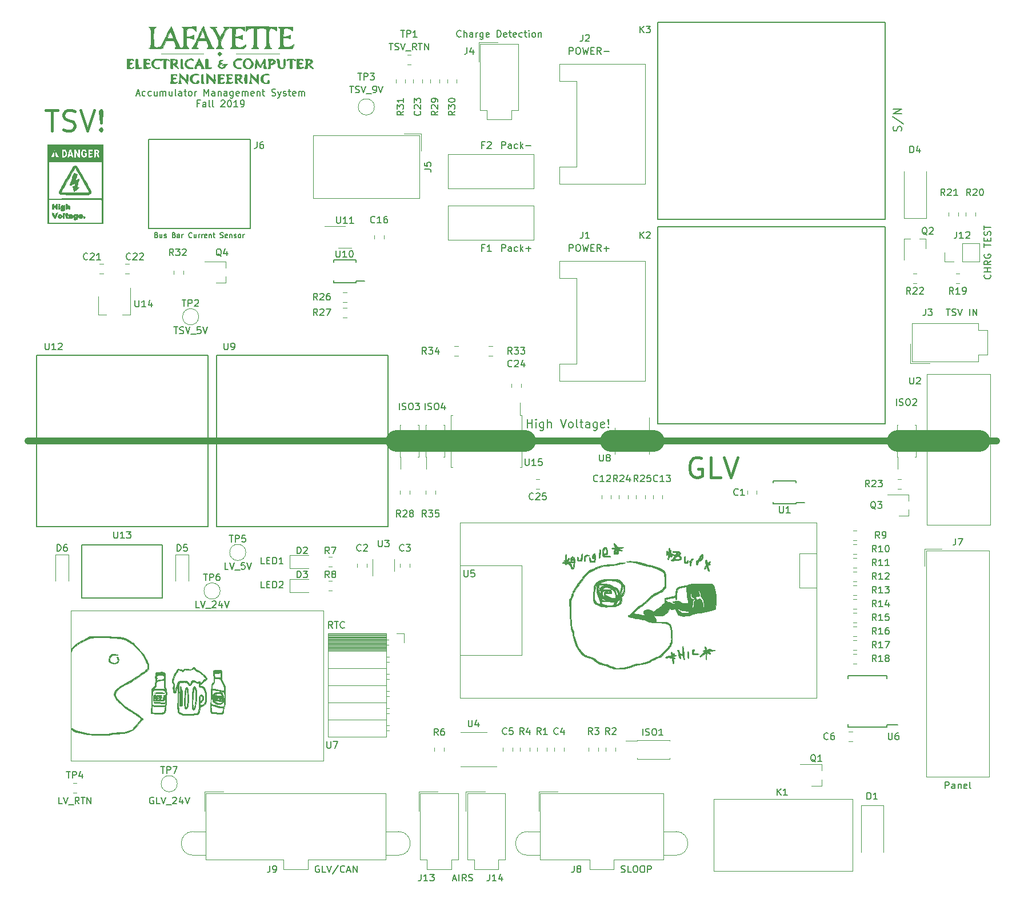
<source format=gbr>
G04 #@! TF.GenerationSoftware,KiCad,Pcbnew,(5.1.4)-1*
G04 #@! TF.CreationDate,2019-11-19T11:44:18-05:00*
G04 #@! TF.ProjectId,PacMan,5061634d-616e-42e6-9b69-6361645f7063,rev?*
G04 #@! TF.SameCoordinates,Original*
G04 #@! TF.FileFunction,Legend,Top*
G04 #@! TF.FilePolarity,Positive*
%FSLAX46Y46*%
G04 Gerber Fmt 4.6, Leading zero omitted, Abs format (unit mm)*
G04 Created by KiCad (PCBNEW (5.1.4)-1) date 2019-11-19 11:44:18*
%MOMM*%
%LPD*%
G04 APERTURE LIST*
%ADD10C,0.400000*%
%ADD11C,0.150000*%
%ADD12C,3.200000*%
%ADD13C,0.120000*%
%ADD14C,1.000000*%
%ADD15C,0.010000*%
%ADD16C,0.127000*%
G04 APERTURE END LIST*
D10*
X119443714Y-104164000D02*
X119158000Y-104021142D01*
X118729428Y-104021142D01*
X118300857Y-104164000D01*
X118015142Y-104449714D01*
X117872285Y-104735428D01*
X117729428Y-105306857D01*
X117729428Y-105735428D01*
X117872285Y-106306857D01*
X118015142Y-106592571D01*
X118300857Y-106878285D01*
X118729428Y-107021142D01*
X119015142Y-107021142D01*
X119443714Y-106878285D01*
X119586571Y-106735428D01*
X119586571Y-105735428D01*
X119015142Y-105735428D01*
X122300857Y-107021142D02*
X120872285Y-107021142D01*
X120872285Y-104021142D01*
X122872285Y-104021142D02*
X123872285Y-107021142D01*
X124872285Y-104021142D01*
X22384285Y-52586142D02*
X24098571Y-52586142D01*
X23241428Y-55586142D02*
X23241428Y-52586142D01*
X24955714Y-55443285D02*
X25384285Y-55586142D01*
X26098571Y-55586142D01*
X26384285Y-55443285D01*
X26527142Y-55300428D01*
X26670000Y-55014714D01*
X26670000Y-54729000D01*
X26527142Y-54443285D01*
X26384285Y-54300428D01*
X26098571Y-54157571D01*
X25527142Y-54014714D01*
X25241428Y-53871857D01*
X25098571Y-53729000D01*
X24955714Y-53443285D01*
X24955714Y-53157571D01*
X25098571Y-52871857D01*
X25241428Y-52729000D01*
X25527142Y-52586142D01*
X26241428Y-52586142D01*
X26670000Y-52729000D01*
X27527142Y-52586142D02*
X28527142Y-55586142D01*
X29527142Y-52586142D01*
X30527142Y-55300428D02*
X30670000Y-55443285D01*
X30527142Y-55586142D01*
X30384285Y-55443285D01*
X30527142Y-55300428D01*
X30527142Y-55586142D01*
X30527142Y-54443285D02*
X30384285Y-52729000D01*
X30527142Y-52586142D01*
X30670000Y-52729000D01*
X30527142Y-54443285D01*
X30527142Y-52586142D01*
D11*
X149095952Y-55641666D02*
X149155476Y-55463095D01*
X149155476Y-55165476D01*
X149095952Y-55046428D01*
X149036428Y-54986904D01*
X148917380Y-54927380D01*
X148798333Y-54927380D01*
X148679285Y-54986904D01*
X148619761Y-55046428D01*
X148560238Y-55165476D01*
X148500714Y-55403571D01*
X148441190Y-55522619D01*
X148381666Y-55582142D01*
X148262619Y-55641666D01*
X148143571Y-55641666D01*
X148024523Y-55582142D01*
X147965000Y-55522619D01*
X147905476Y-55403571D01*
X147905476Y-55105952D01*
X147965000Y-54927380D01*
X147845952Y-53498809D02*
X149453095Y-54570238D01*
X149155476Y-53082142D02*
X147905476Y-53082142D01*
X149155476Y-52367857D01*
X147905476Y-52367857D01*
D12*
X74295000Y-101600000D02*
X93345000Y-101600000D01*
X106045000Y-101600000D02*
X112395000Y-101600000D01*
X148590000Y-101600000D02*
X160655000Y-101600000D01*
D11*
X35783809Y-50141666D02*
X36259999Y-50141666D01*
X35688571Y-50427380D02*
X36021904Y-49427380D01*
X36355238Y-50427380D01*
X37117142Y-50379761D02*
X37021904Y-50427380D01*
X36831428Y-50427380D01*
X36736190Y-50379761D01*
X36688571Y-50332142D01*
X36640952Y-50236904D01*
X36640952Y-49951190D01*
X36688571Y-49855952D01*
X36736190Y-49808333D01*
X36831428Y-49760714D01*
X37021904Y-49760714D01*
X37117142Y-49808333D01*
X37974285Y-50379761D02*
X37879047Y-50427380D01*
X37688571Y-50427380D01*
X37593333Y-50379761D01*
X37545714Y-50332142D01*
X37498095Y-50236904D01*
X37498095Y-49951190D01*
X37545714Y-49855952D01*
X37593333Y-49808333D01*
X37688571Y-49760714D01*
X37879047Y-49760714D01*
X37974285Y-49808333D01*
X38831428Y-49760714D02*
X38831428Y-50427380D01*
X38402857Y-49760714D02*
X38402857Y-50284523D01*
X38450476Y-50379761D01*
X38545714Y-50427380D01*
X38688571Y-50427380D01*
X38783809Y-50379761D01*
X38831428Y-50332142D01*
X39307619Y-50427380D02*
X39307619Y-49760714D01*
X39307619Y-49855952D02*
X39355238Y-49808333D01*
X39450476Y-49760714D01*
X39593333Y-49760714D01*
X39688571Y-49808333D01*
X39736190Y-49903571D01*
X39736190Y-50427380D01*
X39736190Y-49903571D02*
X39783809Y-49808333D01*
X39879047Y-49760714D01*
X40021904Y-49760714D01*
X40117142Y-49808333D01*
X40164761Y-49903571D01*
X40164761Y-50427380D01*
X41069523Y-49760714D02*
X41069523Y-50427380D01*
X40640952Y-49760714D02*
X40640952Y-50284523D01*
X40688571Y-50379761D01*
X40783809Y-50427380D01*
X40926666Y-50427380D01*
X41021904Y-50379761D01*
X41069523Y-50332142D01*
X41688571Y-50427380D02*
X41593333Y-50379761D01*
X41545714Y-50284523D01*
X41545714Y-49427380D01*
X42498095Y-50427380D02*
X42498095Y-49903571D01*
X42450476Y-49808333D01*
X42355238Y-49760714D01*
X42164761Y-49760714D01*
X42069523Y-49808333D01*
X42498095Y-50379761D02*
X42402857Y-50427380D01*
X42164761Y-50427380D01*
X42069523Y-50379761D01*
X42021904Y-50284523D01*
X42021904Y-50189285D01*
X42069523Y-50094047D01*
X42164761Y-50046428D01*
X42402857Y-50046428D01*
X42498095Y-49998809D01*
X42831428Y-49760714D02*
X43212380Y-49760714D01*
X42974285Y-49427380D02*
X42974285Y-50284523D01*
X43021904Y-50379761D01*
X43117142Y-50427380D01*
X43212380Y-50427380D01*
X43688571Y-50427380D02*
X43593333Y-50379761D01*
X43545714Y-50332142D01*
X43498095Y-50236904D01*
X43498095Y-49951190D01*
X43545714Y-49855952D01*
X43593333Y-49808333D01*
X43688571Y-49760714D01*
X43831428Y-49760714D01*
X43926666Y-49808333D01*
X43974285Y-49855952D01*
X44021904Y-49951190D01*
X44021904Y-50236904D01*
X43974285Y-50332142D01*
X43926666Y-50379761D01*
X43831428Y-50427380D01*
X43688571Y-50427380D01*
X44450476Y-50427380D02*
X44450476Y-49760714D01*
X44450476Y-49951190D02*
X44498095Y-49855952D01*
X44545714Y-49808333D01*
X44640952Y-49760714D01*
X44736190Y-49760714D01*
X45831428Y-50427380D02*
X45831428Y-49427380D01*
X46164761Y-50141666D01*
X46498095Y-49427380D01*
X46498095Y-50427380D01*
X47402857Y-50427380D02*
X47402857Y-49903571D01*
X47355238Y-49808333D01*
X47259999Y-49760714D01*
X47069523Y-49760714D01*
X46974285Y-49808333D01*
X47402857Y-50379761D02*
X47307619Y-50427380D01*
X47069523Y-50427380D01*
X46974285Y-50379761D01*
X46926666Y-50284523D01*
X46926666Y-50189285D01*
X46974285Y-50094047D01*
X47069523Y-50046428D01*
X47307619Y-50046428D01*
X47402857Y-49998809D01*
X47879047Y-49760714D02*
X47879047Y-50427380D01*
X47879047Y-49855952D02*
X47926666Y-49808333D01*
X48021904Y-49760714D01*
X48164761Y-49760714D01*
X48259999Y-49808333D01*
X48307619Y-49903571D01*
X48307619Y-50427380D01*
X49212380Y-50427380D02*
X49212380Y-49903571D01*
X49164761Y-49808333D01*
X49069523Y-49760714D01*
X48879047Y-49760714D01*
X48783809Y-49808333D01*
X49212380Y-50379761D02*
X49117142Y-50427380D01*
X48879047Y-50427380D01*
X48783809Y-50379761D01*
X48736190Y-50284523D01*
X48736190Y-50189285D01*
X48783809Y-50094047D01*
X48879047Y-50046428D01*
X49117142Y-50046428D01*
X49212380Y-49998809D01*
X50117142Y-49760714D02*
X50117142Y-50570238D01*
X50069523Y-50665476D01*
X50021904Y-50713095D01*
X49926666Y-50760714D01*
X49783809Y-50760714D01*
X49688571Y-50713095D01*
X50117142Y-50379761D02*
X50021904Y-50427380D01*
X49831428Y-50427380D01*
X49736190Y-50379761D01*
X49688571Y-50332142D01*
X49640952Y-50236904D01*
X49640952Y-49951190D01*
X49688571Y-49855952D01*
X49736190Y-49808333D01*
X49831428Y-49760714D01*
X50021904Y-49760714D01*
X50117142Y-49808333D01*
X50974285Y-50379761D02*
X50879047Y-50427380D01*
X50688571Y-50427380D01*
X50593333Y-50379761D01*
X50545714Y-50284523D01*
X50545714Y-49903571D01*
X50593333Y-49808333D01*
X50688571Y-49760714D01*
X50879047Y-49760714D01*
X50974285Y-49808333D01*
X51021904Y-49903571D01*
X51021904Y-49998809D01*
X50545714Y-50094047D01*
X51450476Y-50427380D02*
X51450476Y-49760714D01*
X51450476Y-49855952D02*
X51498095Y-49808333D01*
X51593333Y-49760714D01*
X51736190Y-49760714D01*
X51831428Y-49808333D01*
X51879047Y-49903571D01*
X51879047Y-50427380D01*
X51879047Y-49903571D02*
X51926666Y-49808333D01*
X52021904Y-49760714D01*
X52164761Y-49760714D01*
X52259999Y-49808333D01*
X52307619Y-49903571D01*
X52307619Y-50427380D01*
X53164761Y-50379761D02*
X53069523Y-50427380D01*
X52879047Y-50427380D01*
X52783809Y-50379761D01*
X52736190Y-50284523D01*
X52736190Y-49903571D01*
X52783809Y-49808333D01*
X52879047Y-49760714D01*
X53069523Y-49760714D01*
X53164761Y-49808333D01*
X53212380Y-49903571D01*
X53212380Y-49998809D01*
X52736190Y-50094047D01*
X53640952Y-49760714D02*
X53640952Y-50427380D01*
X53640952Y-49855952D02*
X53688571Y-49808333D01*
X53783809Y-49760714D01*
X53926666Y-49760714D01*
X54021904Y-49808333D01*
X54069523Y-49903571D01*
X54069523Y-50427380D01*
X54402857Y-49760714D02*
X54783809Y-49760714D01*
X54545714Y-49427380D02*
X54545714Y-50284523D01*
X54593333Y-50379761D01*
X54688571Y-50427380D01*
X54783809Y-50427380D01*
X55831428Y-50379761D02*
X55974285Y-50427380D01*
X56212380Y-50427380D01*
X56307619Y-50379761D01*
X56355238Y-50332142D01*
X56402857Y-50236904D01*
X56402857Y-50141666D01*
X56355238Y-50046428D01*
X56307619Y-49998809D01*
X56212380Y-49951190D01*
X56021904Y-49903571D01*
X55926666Y-49855952D01*
X55879047Y-49808333D01*
X55831428Y-49713095D01*
X55831428Y-49617857D01*
X55879047Y-49522619D01*
X55926666Y-49475000D01*
X56021904Y-49427380D01*
X56259999Y-49427380D01*
X56402857Y-49475000D01*
X56736190Y-49760714D02*
X56974285Y-50427380D01*
X57212380Y-49760714D02*
X56974285Y-50427380D01*
X56879047Y-50665476D01*
X56831428Y-50713095D01*
X56736190Y-50760714D01*
X57545714Y-50379761D02*
X57640952Y-50427380D01*
X57831428Y-50427380D01*
X57926666Y-50379761D01*
X57974285Y-50284523D01*
X57974285Y-50236904D01*
X57926666Y-50141666D01*
X57831428Y-50094047D01*
X57688571Y-50094047D01*
X57593333Y-50046428D01*
X57545714Y-49951190D01*
X57545714Y-49903571D01*
X57593333Y-49808333D01*
X57688571Y-49760714D01*
X57831428Y-49760714D01*
X57926666Y-49808333D01*
X58259999Y-49760714D02*
X58640952Y-49760714D01*
X58402857Y-49427380D02*
X58402857Y-50284523D01*
X58450476Y-50379761D01*
X58545714Y-50427380D01*
X58640952Y-50427380D01*
X59355238Y-50379761D02*
X59259999Y-50427380D01*
X59069523Y-50427380D01*
X58974285Y-50379761D01*
X58926666Y-50284523D01*
X58926666Y-49903571D01*
X58974285Y-49808333D01*
X59069523Y-49760714D01*
X59259999Y-49760714D01*
X59355238Y-49808333D01*
X59402857Y-49903571D01*
X59402857Y-49998809D01*
X58926666Y-50094047D01*
X59831428Y-50427380D02*
X59831428Y-49760714D01*
X59831428Y-49855952D02*
X59879047Y-49808333D01*
X59974285Y-49760714D01*
X60117142Y-49760714D01*
X60212380Y-49808333D01*
X60259999Y-49903571D01*
X60259999Y-50427380D01*
X60259999Y-49903571D02*
X60307619Y-49808333D01*
X60402857Y-49760714D01*
X60545714Y-49760714D01*
X60640952Y-49808333D01*
X60688571Y-49903571D01*
X60688571Y-50427380D01*
X45140952Y-51553571D02*
X44807619Y-51553571D01*
X44807619Y-52077380D02*
X44807619Y-51077380D01*
X45283809Y-51077380D01*
X46093333Y-52077380D02*
X46093333Y-51553571D01*
X46045714Y-51458333D01*
X45950476Y-51410714D01*
X45760000Y-51410714D01*
X45664761Y-51458333D01*
X46093333Y-52029761D02*
X45998095Y-52077380D01*
X45760000Y-52077380D01*
X45664761Y-52029761D01*
X45617142Y-51934523D01*
X45617142Y-51839285D01*
X45664761Y-51744047D01*
X45760000Y-51696428D01*
X45998095Y-51696428D01*
X46093333Y-51648809D01*
X46712380Y-52077380D02*
X46617142Y-52029761D01*
X46569523Y-51934523D01*
X46569523Y-51077380D01*
X47236190Y-52077380D02*
X47140952Y-52029761D01*
X47093333Y-51934523D01*
X47093333Y-51077380D01*
X48331428Y-51172619D02*
X48379047Y-51125000D01*
X48474285Y-51077380D01*
X48712380Y-51077380D01*
X48807619Y-51125000D01*
X48855238Y-51172619D01*
X48902857Y-51267857D01*
X48902857Y-51363095D01*
X48855238Y-51505952D01*
X48283809Y-52077380D01*
X48902857Y-52077380D01*
X49521904Y-51077380D02*
X49617142Y-51077380D01*
X49712380Y-51125000D01*
X49760000Y-51172619D01*
X49807619Y-51267857D01*
X49855238Y-51458333D01*
X49855238Y-51696428D01*
X49807619Y-51886904D01*
X49760000Y-51982142D01*
X49712380Y-52029761D01*
X49617142Y-52077380D01*
X49521904Y-52077380D01*
X49426666Y-52029761D01*
X49379047Y-51982142D01*
X49331428Y-51886904D01*
X49283809Y-51696428D01*
X49283809Y-51458333D01*
X49331428Y-51267857D01*
X49379047Y-51172619D01*
X49426666Y-51125000D01*
X49521904Y-51077380D01*
X50807619Y-52077380D02*
X50236190Y-52077380D01*
X50521904Y-52077380D02*
X50521904Y-51077380D01*
X50426666Y-51220238D01*
X50331428Y-51315476D01*
X50236190Y-51363095D01*
X51283809Y-52077380D02*
X51474285Y-52077380D01*
X51569523Y-52029761D01*
X51617142Y-51982142D01*
X51712380Y-51839285D01*
X51760000Y-51648809D01*
X51760000Y-51267857D01*
X51712380Y-51172619D01*
X51664761Y-51125000D01*
X51569523Y-51077380D01*
X51379047Y-51077380D01*
X51283809Y-51125000D01*
X51236190Y-51172619D01*
X51188571Y-51267857D01*
X51188571Y-51505952D01*
X51236190Y-51601190D01*
X51283809Y-51648809D01*
X51379047Y-51696428D01*
X51569523Y-51696428D01*
X51664761Y-51648809D01*
X51712380Y-51601190D01*
X51760000Y-51505952D01*
X93683095Y-99625476D02*
X93683095Y-98375476D01*
X93683095Y-98970714D02*
X94397380Y-98970714D01*
X94397380Y-99625476D02*
X94397380Y-98375476D01*
X94992619Y-99625476D02*
X94992619Y-98792142D01*
X94992619Y-98375476D02*
X94933095Y-98435000D01*
X94992619Y-98494523D01*
X95052142Y-98435000D01*
X94992619Y-98375476D01*
X94992619Y-98494523D01*
X96123571Y-98792142D02*
X96123571Y-99804047D01*
X96064047Y-99923095D01*
X96004523Y-99982619D01*
X95885476Y-100042142D01*
X95706904Y-100042142D01*
X95587857Y-99982619D01*
X96123571Y-99565952D02*
X96004523Y-99625476D01*
X95766428Y-99625476D01*
X95647380Y-99565952D01*
X95587857Y-99506428D01*
X95528333Y-99387380D01*
X95528333Y-99030238D01*
X95587857Y-98911190D01*
X95647380Y-98851666D01*
X95766428Y-98792142D01*
X96004523Y-98792142D01*
X96123571Y-98851666D01*
X96718809Y-99625476D02*
X96718809Y-98375476D01*
X97254523Y-99625476D02*
X97254523Y-98970714D01*
X97195000Y-98851666D01*
X97075952Y-98792142D01*
X96897380Y-98792142D01*
X96778333Y-98851666D01*
X96718809Y-98911190D01*
X98623571Y-98375476D02*
X99040238Y-99625476D01*
X99456904Y-98375476D01*
X100052142Y-99625476D02*
X99933095Y-99565952D01*
X99873571Y-99506428D01*
X99814047Y-99387380D01*
X99814047Y-99030238D01*
X99873571Y-98911190D01*
X99933095Y-98851666D01*
X100052142Y-98792142D01*
X100230714Y-98792142D01*
X100349761Y-98851666D01*
X100409285Y-98911190D01*
X100468809Y-99030238D01*
X100468809Y-99387380D01*
X100409285Y-99506428D01*
X100349761Y-99565952D01*
X100230714Y-99625476D01*
X100052142Y-99625476D01*
X101183095Y-99625476D02*
X101064047Y-99565952D01*
X101004523Y-99446904D01*
X101004523Y-98375476D01*
X101480714Y-98792142D02*
X101956904Y-98792142D01*
X101659285Y-98375476D02*
X101659285Y-99446904D01*
X101718809Y-99565952D01*
X101837857Y-99625476D01*
X101956904Y-99625476D01*
X102909285Y-99625476D02*
X102909285Y-98970714D01*
X102849761Y-98851666D01*
X102730714Y-98792142D01*
X102492619Y-98792142D01*
X102373571Y-98851666D01*
X102909285Y-99565952D02*
X102790238Y-99625476D01*
X102492619Y-99625476D01*
X102373571Y-99565952D01*
X102314047Y-99446904D01*
X102314047Y-99327857D01*
X102373571Y-99208809D01*
X102492619Y-99149285D01*
X102790238Y-99149285D01*
X102909285Y-99089761D01*
X104040238Y-98792142D02*
X104040238Y-99804047D01*
X103980714Y-99923095D01*
X103921190Y-99982619D01*
X103802142Y-100042142D01*
X103623571Y-100042142D01*
X103504523Y-99982619D01*
X104040238Y-99565952D02*
X103921190Y-99625476D01*
X103683095Y-99625476D01*
X103564047Y-99565952D01*
X103504523Y-99506428D01*
X103445000Y-99387380D01*
X103445000Y-99030238D01*
X103504523Y-98911190D01*
X103564047Y-98851666D01*
X103683095Y-98792142D01*
X103921190Y-98792142D01*
X104040238Y-98851666D01*
X105111666Y-99565952D02*
X104992619Y-99625476D01*
X104754523Y-99625476D01*
X104635476Y-99565952D01*
X104575952Y-99446904D01*
X104575952Y-98970714D01*
X104635476Y-98851666D01*
X104754523Y-98792142D01*
X104992619Y-98792142D01*
X105111666Y-98851666D01*
X105171190Y-98970714D01*
X105171190Y-99089761D01*
X104575952Y-99208809D01*
X105706904Y-99506428D02*
X105766428Y-99565952D01*
X105706904Y-99625476D01*
X105647380Y-99565952D01*
X105706904Y-99506428D01*
X105706904Y-99625476D01*
X105706904Y-99149285D02*
X105647380Y-98435000D01*
X105706904Y-98375476D01*
X105766428Y-98435000D01*
X105706904Y-99149285D01*
X105706904Y-98375476D01*
D13*
X26035000Y-126746000D02*
X26035000Y-148971000D01*
X63500000Y-148971000D02*
X26035000Y-148971000D01*
X63500000Y-126746000D02*
X63500000Y-148971000D01*
X26035000Y-126746000D02*
X63500000Y-126746000D01*
D11*
X38745714Y-71066428D02*
X38852857Y-71102142D01*
X38888571Y-71137857D01*
X38924285Y-71209285D01*
X38924285Y-71316428D01*
X38888571Y-71387857D01*
X38852857Y-71423571D01*
X38781428Y-71459285D01*
X38495714Y-71459285D01*
X38495714Y-70709285D01*
X38745714Y-70709285D01*
X38817142Y-70745000D01*
X38852857Y-70780714D01*
X38888571Y-70852142D01*
X38888571Y-70923571D01*
X38852857Y-70995000D01*
X38817142Y-71030714D01*
X38745714Y-71066428D01*
X38495714Y-71066428D01*
X39567142Y-70959285D02*
X39567142Y-71459285D01*
X39245714Y-70959285D02*
X39245714Y-71352142D01*
X39281428Y-71423571D01*
X39352857Y-71459285D01*
X39460000Y-71459285D01*
X39531428Y-71423571D01*
X39567142Y-71387857D01*
X39888571Y-71423571D02*
X39960000Y-71459285D01*
X40102857Y-71459285D01*
X40174285Y-71423571D01*
X40210000Y-71352142D01*
X40210000Y-71316428D01*
X40174285Y-71245000D01*
X40102857Y-71209285D01*
X39995714Y-71209285D01*
X39924285Y-71173571D01*
X39888571Y-71102142D01*
X39888571Y-71066428D01*
X39924285Y-70995000D01*
X39995714Y-70959285D01*
X40102857Y-70959285D01*
X40174285Y-70995000D01*
X41352857Y-71066428D02*
X41460000Y-71102142D01*
X41495714Y-71137857D01*
X41531428Y-71209285D01*
X41531428Y-71316428D01*
X41495714Y-71387857D01*
X41460000Y-71423571D01*
X41388571Y-71459285D01*
X41102857Y-71459285D01*
X41102857Y-70709285D01*
X41352857Y-70709285D01*
X41424285Y-70745000D01*
X41460000Y-70780714D01*
X41495714Y-70852142D01*
X41495714Y-70923571D01*
X41460000Y-70995000D01*
X41424285Y-71030714D01*
X41352857Y-71066428D01*
X41102857Y-71066428D01*
X42174285Y-71459285D02*
X42174285Y-71066428D01*
X42138571Y-70995000D01*
X42067142Y-70959285D01*
X41924285Y-70959285D01*
X41852857Y-70995000D01*
X42174285Y-71423571D02*
X42102857Y-71459285D01*
X41924285Y-71459285D01*
X41852857Y-71423571D01*
X41817142Y-71352142D01*
X41817142Y-71280714D01*
X41852857Y-71209285D01*
X41924285Y-71173571D01*
X42102857Y-71173571D01*
X42174285Y-71137857D01*
X42531428Y-71459285D02*
X42531428Y-70959285D01*
X42531428Y-71102142D02*
X42567142Y-71030714D01*
X42602857Y-70995000D01*
X42674285Y-70959285D01*
X42745714Y-70959285D01*
X43995714Y-71387857D02*
X43960000Y-71423571D01*
X43852857Y-71459285D01*
X43781428Y-71459285D01*
X43674285Y-71423571D01*
X43602857Y-71352142D01*
X43567142Y-71280714D01*
X43531428Y-71137857D01*
X43531428Y-71030714D01*
X43567142Y-70887857D01*
X43602857Y-70816428D01*
X43674285Y-70745000D01*
X43781428Y-70709285D01*
X43852857Y-70709285D01*
X43960000Y-70745000D01*
X43995714Y-70780714D01*
X44638571Y-70959285D02*
X44638571Y-71459285D01*
X44317142Y-70959285D02*
X44317142Y-71352142D01*
X44352857Y-71423571D01*
X44424285Y-71459285D01*
X44531428Y-71459285D01*
X44602857Y-71423571D01*
X44638571Y-71387857D01*
X44995714Y-71459285D02*
X44995714Y-70959285D01*
X44995714Y-71102142D02*
X45031428Y-71030714D01*
X45067142Y-70995000D01*
X45138571Y-70959285D01*
X45210000Y-70959285D01*
X45460000Y-71459285D02*
X45460000Y-70959285D01*
X45460000Y-71102142D02*
X45495714Y-71030714D01*
X45531428Y-70995000D01*
X45602857Y-70959285D01*
X45674285Y-70959285D01*
X46210000Y-71423571D02*
X46138571Y-71459285D01*
X45995714Y-71459285D01*
X45924285Y-71423571D01*
X45888571Y-71352142D01*
X45888571Y-71066428D01*
X45924285Y-70995000D01*
X45995714Y-70959285D01*
X46138571Y-70959285D01*
X46210000Y-70995000D01*
X46245714Y-71066428D01*
X46245714Y-71137857D01*
X45888571Y-71209285D01*
X46567142Y-70959285D02*
X46567142Y-71459285D01*
X46567142Y-71030714D02*
X46602857Y-70995000D01*
X46674285Y-70959285D01*
X46781428Y-70959285D01*
X46852857Y-70995000D01*
X46888571Y-71066428D01*
X46888571Y-71459285D01*
X47138571Y-70959285D02*
X47424285Y-70959285D01*
X47245714Y-70709285D02*
X47245714Y-71352142D01*
X47281428Y-71423571D01*
X47352857Y-71459285D01*
X47424285Y-71459285D01*
X48210000Y-71423571D02*
X48317142Y-71459285D01*
X48495714Y-71459285D01*
X48567142Y-71423571D01*
X48602857Y-71387857D01*
X48638571Y-71316428D01*
X48638571Y-71245000D01*
X48602857Y-71173571D01*
X48567142Y-71137857D01*
X48495714Y-71102142D01*
X48352857Y-71066428D01*
X48281428Y-71030714D01*
X48245714Y-70995000D01*
X48210000Y-70923571D01*
X48210000Y-70852142D01*
X48245714Y-70780714D01*
X48281428Y-70745000D01*
X48352857Y-70709285D01*
X48531428Y-70709285D01*
X48638571Y-70745000D01*
X49245714Y-71423571D02*
X49174285Y-71459285D01*
X49031428Y-71459285D01*
X48960000Y-71423571D01*
X48924285Y-71352142D01*
X48924285Y-71066428D01*
X48960000Y-70995000D01*
X49031428Y-70959285D01*
X49174285Y-70959285D01*
X49245714Y-70995000D01*
X49281428Y-71066428D01*
X49281428Y-71137857D01*
X48924285Y-71209285D01*
X49602857Y-70959285D02*
X49602857Y-71459285D01*
X49602857Y-71030714D02*
X49638571Y-70995000D01*
X49710000Y-70959285D01*
X49817142Y-70959285D01*
X49888571Y-70995000D01*
X49924285Y-71066428D01*
X49924285Y-71459285D01*
X50245714Y-71423571D02*
X50317142Y-71459285D01*
X50460000Y-71459285D01*
X50531428Y-71423571D01*
X50567142Y-71352142D01*
X50567142Y-71316428D01*
X50531428Y-71245000D01*
X50460000Y-71209285D01*
X50352857Y-71209285D01*
X50281428Y-71173571D01*
X50245714Y-71102142D01*
X50245714Y-71066428D01*
X50281428Y-70995000D01*
X50352857Y-70959285D01*
X50460000Y-70959285D01*
X50531428Y-70995000D01*
X50995714Y-71459285D02*
X50924285Y-71423571D01*
X50888571Y-71387857D01*
X50852857Y-71316428D01*
X50852857Y-71102142D01*
X50888571Y-71030714D01*
X50924285Y-70995000D01*
X50995714Y-70959285D01*
X51102857Y-70959285D01*
X51174285Y-70995000D01*
X51210000Y-71030714D01*
X51245714Y-71102142D01*
X51245714Y-71316428D01*
X51210000Y-71387857D01*
X51174285Y-71423571D01*
X51102857Y-71459285D01*
X50995714Y-71459285D01*
X51567142Y-71459285D02*
X51567142Y-70959285D01*
X51567142Y-71102142D02*
X51602857Y-71030714D01*
X51638571Y-70995000D01*
X51710000Y-70959285D01*
X51781428Y-70959285D01*
X82685119Y-166536666D02*
X83161309Y-166536666D01*
X82589880Y-166822380D02*
X82923214Y-165822380D01*
X83256547Y-166822380D01*
X83589880Y-166822380D02*
X83589880Y-165822380D01*
X84637500Y-166822380D02*
X84304166Y-166346190D01*
X84066071Y-166822380D02*
X84066071Y-165822380D01*
X84447023Y-165822380D01*
X84542261Y-165870000D01*
X84589880Y-165917619D01*
X84637500Y-166012857D01*
X84637500Y-166155714D01*
X84589880Y-166250952D01*
X84542261Y-166298571D01*
X84447023Y-166346190D01*
X84066071Y-166346190D01*
X85018452Y-166774761D02*
X85161309Y-166822380D01*
X85399404Y-166822380D01*
X85494642Y-166774761D01*
X85542261Y-166727142D01*
X85589880Y-166631904D01*
X85589880Y-166536666D01*
X85542261Y-166441428D01*
X85494642Y-166393809D01*
X85399404Y-166346190D01*
X85208928Y-166298571D01*
X85113690Y-166250952D01*
X85066071Y-166203333D01*
X85018452Y-166108095D01*
X85018452Y-166012857D01*
X85066071Y-165917619D01*
X85113690Y-165870000D01*
X85208928Y-165822380D01*
X85447023Y-165822380D01*
X85589880Y-165870000D01*
X54760952Y-123388380D02*
X54284761Y-123388380D01*
X54284761Y-122388380D01*
X55094285Y-122864571D02*
X55427619Y-122864571D01*
X55570476Y-123388380D02*
X55094285Y-123388380D01*
X55094285Y-122388380D01*
X55570476Y-122388380D01*
X55999047Y-123388380D02*
X55999047Y-122388380D01*
X56237142Y-122388380D01*
X56380000Y-122436000D01*
X56475238Y-122531238D01*
X56522857Y-122626476D01*
X56570476Y-122816952D01*
X56570476Y-122959809D01*
X56522857Y-123150285D01*
X56475238Y-123245523D01*
X56380000Y-123340761D01*
X56237142Y-123388380D01*
X55999047Y-123388380D01*
X56951428Y-122483619D02*
X56999047Y-122436000D01*
X57094285Y-122388380D01*
X57332380Y-122388380D01*
X57427619Y-122436000D01*
X57475238Y-122483619D01*
X57522857Y-122578857D01*
X57522857Y-122674095D01*
X57475238Y-122816952D01*
X56903809Y-123388380D01*
X57522857Y-123388380D01*
X54760952Y-119832380D02*
X54284761Y-119832380D01*
X54284761Y-118832380D01*
X55094285Y-119308571D02*
X55427619Y-119308571D01*
X55570476Y-119832380D02*
X55094285Y-119832380D01*
X55094285Y-118832380D01*
X55570476Y-118832380D01*
X55999047Y-119832380D02*
X55999047Y-118832380D01*
X56237142Y-118832380D01*
X56380000Y-118880000D01*
X56475238Y-118975238D01*
X56522857Y-119070476D01*
X56570476Y-119260952D01*
X56570476Y-119403809D01*
X56522857Y-119594285D01*
X56475238Y-119689523D01*
X56380000Y-119784761D01*
X56237142Y-119832380D01*
X55999047Y-119832380D01*
X57522857Y-119832380D02*
X56951428Y-119832380D01*
X57237142Y-119832380D02*
X57237142Y-118832380D01*
X57141904Y-118975238D01*
X57046666Y-119070476D01*
X56951428Y-119118095D01*
D14*
X19685000Y-101600000D02*
X163195000Y-101600000D01*
D15*
G36*
X39563901Y-138877411D02*
G01*
X39815445Y-138899112D01*
X39944323Y-138932193D01*
X39956154Y-138947770D01*
X39882100Y-138984634D01*
X39675938Y-139011112D01*
X39361672Y-139024678D01*
X39213693Y-139025923D01*
X38863484Y-139018128D01*
X38611940Y-138996427D01*
X38483062Y-138963346D01*
X38471231Y-138947770D01*
X38545286Y-138910905D01*
X38751448Y-138884427D01*
X39065714Y-138870861D01*
X39213693Y-138869616D01*
X39563901Y-138877411D01*
X39563901Y-138877411D01*
G37*
X39563901Y-138877411D02*
X39815445Y-138899112D01*
X39944323Y-138932193D01*
X39956154Y-138947770D01*
X39882100Y-138984634D01*
X39675938Y-139011112D01*
X39361672Y-139024678D01*
X39213693Y-139025923D01*
X38863484Y-139018128D01*
X38611940Y-138996427D01*
X38483062Y-138963346D01*
X38471231Y-138947770D01*
X38545286Y-138910905D01*
X38751448Y-138884427D01*
X39065714Y-138870861D01*
X39213693Y-138869616D01*
X39563901Y-138877411D01*
G36*
X38805883Y-140286302D02*
G01*
X39148621Y-140303642D01*
X39562929Y-140332372D01*
X39837296Y-140361478D01*
X39988041Y-140395220D01*
X40031482Y-140437858D01*
X39983938Y-140493653D01*
X39953891Y-140513899D01*
X39852079Y-140564729D01*
X39737077Y-140572410D01*
X39551619Y-140536595D01*
X39448154Y-140510846D01*
X39235643Y-140475400D01*
X38946710Y-140449581D01*
X38764308Y-140441939D01*
X38488398Y-140421361D01*
X38337522Y-140376167D01*
X38314924Y-140342662D01*
X38364061Y-140302460D01*
X38522300Y-140283927D01*
X38805883Y-140286302D01*
X38805883Y-140286302D01*
G37*
X38805883Y-140286302D02*
X39148621Y-140303642D01*
X39562929Y-140332372D01*
X39837296Y-140361478D01*
X39988041Y-140395220D01*
X40031482Y-140437858D01*
X39983938Y-140493653D01*
X39953891Y-140513899D01*
X39852079Y-140564729D01*
X39737077Y-140572410D01*
X39551619Y-140536595D01*
X39448154Y-140510846D01*
X39235643Y-140475400D01*
X38946710Y-140449581D01*
X38764308Y-140441939D01*
X38488398Y-140421361D01*
X38337522Y-140376167D01*
X38314924Y-140342662D01*
X38364061Y-140302460D01*
X38522300Y-140283927D01*
X38805883Y-140286302D01*
G36*
X42363404Y-137998444D02*
G01*
X42378924Y-138118221D01*
X42415405Y-138323256D01*
X42495673Y-138528528D01*
X42552391Y-138695249D01*
X42589223Y-138952467D01*
X42608519Y-139323712D01*
X42612904Y-139703377D01*
X42609337Y-140082907D01*
X42599271Y-140412177D01*
X42584254Y-140655775D01*
X42565947Y-140777993D01*
X42469428Y-140863224D01*
X42311659Y-140902131D01*
X42169922Y-140883291D01*
X42126237Y-140843000D01*
X42116293Y-140738579D01*
X42117600Y-140514179D01*
X42128265Y-140199314D01*
X42137827Y-140001085D01*
X42307468Y-140001085D01*
X42309519Y-140298251D01*
X42323695Y-140536509D01*
X42349909Y-140681067D01*
X42378924Y-140706231D01*
X42411038Y-140609970D01*
X42434100Y-140382198D01*
X42446429Y-140047538D01*
X42447295Y-139705157D01*
X42441254Y-139321176D01*
X42431732Y-139082859D01*
X42417449Y-138979577D01*
X42397125Y-139000702D01*
X42374934Y-139104077D01*
X42340089Y-139369205D01*
X42317629Y-139679806D01*
X42307468Y-140001085D01*
X42137827Y-140001085D01*
X42146395Y-139823499D01*
X42170097Y-139416248D01*
X42197480Y-139007077D01*
X42226650Y-138625499D01*
X42255715Y-138301029D01*
X42282782Y-138063182D01*
X42305959Y-137941472D01*
X42312921Y-137931770D01*
X42363404Y-137998444D01*
X42363404Y-137998444D01*
G37*
X42363404Y-137998444D02*
X42378924Y-138118221D01*
X42415405Y-138323256D01*
X42495673Y-138528528D01*
X42552391Y-138695249D01*
X42589223Y-138952467D01*
X42608519Y-139323712D01*
X42612904Y-139703377D01*
X42609337Y-140082907D01*
X42599271Y-140412177D01*
X42584254Y-140655775D01*
X42565947Y-140777993D01*
X42469428Y-140863224D01*
X42311659Y-140902131D01*
X42169922Y-140883291D01*
X42126237Y-140843000D01*
X42116293Y-140738579D01*
X42117600Y-140514179D01*
X42128265Y-140199314D01*
X42137827Y-140001085D01*
X42307468Y-140001085D01*
X42309519Y-140298251D01*
X42323695Y-140536509D01*
X42349909Y-140681067D01*
X42378924Y-140706231D01*
X42411038Y-140609970D01*
X42434100Y-140382198D01*
X42446429Y-140047538D01*
X42447295Y-139705157D01*
X42441254Y-139321176D01*
X42431732Y-139082859D01*
X42417449Y-138979577D01*
X42397125Y-139000702D01*
X42374934Y-139104077D01*
X42340089Y-139369205D01*
X42317629Y-139679806D01*
X42307468Y-140001085D01*
X42137827Y-140001085D01*
X42146395Y-139823499D01*
X42170097Y-139416248D01*
X42197480Y-139007077D01*
X42226650Y-138625499D01*
X42255715Y-138301029D01*
X42282782Y-138063182D01*
X42305959Y-137941472D01*
X42312921Y-137931770D01*
X42363404Y-137998444D01*
G36*
X43321102Y-138182612D02*
G01*
X43350264Y-138210890D01*
X43401731Y-138340933D01*
X43440991Y-138594175D01*
X43468032Y-138937986D01*
X43482840Y-139339733D01*
X43485404Y-139766786D01*
X43475710Y-140186513D01*
X43453745Y-140566283D01*
X43419496Y-140873463D01*
X43372950Y-141075423D01*
X43351415Y-141118687D01*
X43193046Y-141267602D01*
X43041887Y-141263327D01*
X42917553Y-141120293D01*
X42884982Y-140973993D01*
X42865956Y-140706326D01*
X42859377Y-140351545D01*
X42861203Y-140195450D01*
X43017047Y-140195450D01*
X43017625Y-140543505D01*
X43029679Y-140796908D01*
X43038907Y-140866977D01*
X43079933Y-141055610D01*
X43119984Y-141111197D01*
X43182134Y-141055140D01*
X43206561Y-141022461D01*
X43251578Y-140919728D01*
X43283438Y-140740300D01*
X43303799Y-140463379D01*
X43314320Y-140068166D01*
X43316770Y-139640829D01*
X43310492Y-139109126D01*
X43292140Y-138712714D01*
X43262435Y-138455994D01*
X43222095Y-138343370D01*
X43171842Y-138379244D01*
X43129990Y-138499264D01*
X43097320Y-138693207D01*
X43068082Y-139001621D01*
X43043884Y-139382684D01*
X43026336Y-139794568D01*
X43017047Y-140195450D01*
X42861203Y-140195450D01*
X42864147Y-139943901D01*
X42879168Y-139517649D01*
X42903342Y-139107040D01*
X42935570Y-138746327D01*
X42974755Y-138469764D01*
X43006621Y-138342077D01*
X43096238Y-138148804D01*
X43191558Y-138099278D01*
X43321102Y-138182612D01*
X43321102Y-138182612D01*
G37*
X43321102Y-138182612D02*
X43350264Y-138210890D01*
X43401731Y-138340933D01*
X43440991Y-138594175D01*
X43468032Y-138937986D01*
X43482840Y-139339733D01*
X43485404Y-139766786D01*
X43475710Y-140186513D01*
X43453745Y-140566283D01*
X43419496Y-140873463D01*
X43372950Y-141075423D01*
X43351415Y-141118687D01*
X43193046Y-141267602D01*
X43041887Y-141263327D01*
X42917553Y-141120293D01*
X42884982Y-140973993D01*
X42865956Y-140706326D01*
X42859377Y-140351545D01*
X42861203Y-140195450D01*
X43017047Y-140195450D01*
X43017625Y-140543505D01*
X43029679Y-140796908D01*
X43038907Y-140866977D01*
X43079933Y-141055610D01*
X43119984Y-141111197D01*
X43182134Y-141055140D01*
X43206561Y-141022461D01*
X43251578Y-140919728D01*
X43283438Y-140740300D01*
X43303799Y-140463379D01*
X43314320Y-140068166D01*
X43316770Y-139640829D01*
X43310492Y-139109126D01*
X43292140Y-138712714D01*
X43262435Y-138455994D01*
X43222095Y-138343370D01*
X43171842Y-138379244D01*
X43129990Y-138499264D01*
X43097320Y-138693207D01*
X43068082Y-139001621D01*
X43043884Y-139382684D01*
X43026336Y-139794568D01*
X43017047Y-140195450D01*
X42861203Y-140195450D01*
X42864147Y-139943901D01*
X42879168Y-139517649D01*
X42903342Y-139107040D01*
X42935570Y-138746327D01*
X42974755Y-138469764D01*
X43006621Y-138342077D01*
X43096238Y-138148804D01*
X43191558Y-138099278D01*
X43321102Y-138182612D01*
G36*
X44491159Y-138081728D02*
G01*
X44601522Y-138357287D01*
X44665925Y-138673251D01*
X44698152Y-139079595D01*
X44700802Y-139539980D01*
X44676478Y-140018062D01*
X44627779Y-140477501D01*
X44557307Y-140881956D01*
X44467661Y-141195085D01*
X44387276Y-141351000D01*
X44256563Y-141444426D01*
X44130996Y-141388685D01*
X44025307Y-141190623D01*
X44022197Y-141181344D01*
X43995317Y-141003854D01*
X43983224Y-140705491D01*
X43983602Y-140563894D01*
X44140550Y-140563894D01*
X44148624Y-140864780D01*
X44170144Y-141062939D01*
X44181088Y-141101861D01*
X44271161Y-141331462D01*
X44367831Y-141013000D01*
X44411773Y-140804875D01*
X44456123Y-140487161D01*
X44495156Y-140106455D01*
X44519021Y-139782608D01*
X44535169Y-139318799D01*
X44526961Y-138917128D01*
X44497004Y-138597281D01*
X44447903Y-138378940D01*
X44382267Y-138281790D01*
X44322862Y-138301185D01*
X44282703Y-138414542D01*
X44244516Y-138651826D01*
X44209942Y-138980660D01*
X44180620Y-139368663D01*
X44158187Y-139783455D01*
X44144285Y-140192659D01*
X44140550Y-140563894D01*
X43983602Y-140563894D01*
X43984252Y-140320822D01*
X43996737Y-139884412D01*
X44019013Y-139430830D01*
X44049415Y-138994640D01*
X44086277Y-138610410D01*
X44127935Y-138312705D01*
X44168390Y-138146693D01*
X44270055Y-137971337D01*
X44378802Y-137950245D01*
X44491159Y-138081728D01*
X44491159Y-138081728D01*
G37*
X44491159Y-138081728D02*
X44601522Y-138357287D01*
X44665925Y-138673251D01*
X44698152Y-139079595D01*
X44700802Y-139539980D01*
X44676478Y-140018062D01*
X44627779Y-140477501D01*
X44557307Y-140881956D01*
X44467661Y-141195085D01*
X44387276Y-141351000D01*
X44256563Y-141444426D01*
X44130996Y-141388685D01*
X44025307Y-141190623D01*
X44022197Y-141181344D01*
X43995317Y-141003854D01*
X43983224Y-140705491D01*
X43983602Y-140563894D01*
X44140550Y-140563894D01*
X44148624Y-140864780D01*
X44170144Y-141062939D01*
X44181088Y-141101861D01*
X44271161Y-141331462D01*
X44367831Y-141013000D01*
X44411773Y-140804875D01*
X44456123Y-140487161D01*
X44495156Y-140106455D01*
X44519021Y-139782608D01*
X44535169Y-139318799D01*
X44526961Y-138917128D01*
X44497004Y-138597281D01*
X44447903Y-138378940D01*
X44382267Y-138281790D01*
X44322862Y-138301185D01*
X44282703Y-138414542D01*
X44244516Y-138651826D01*
X44209942Y-138980660D01*
X44180620Y-139368663D01*
X44158187Y-139783455D01*
X44144285Y-140192659D01*
X44140550Y-140563894D01*
X43983602Y-140563894D01*
X43984252Y-140320822D01*
X43996737Y-139884412D01*
X44019013Y-139430830D01*
X44049415Y-138994640D01*
X44086277Y-138610410D01*
X44127935Y-138312705D01*
X44168390Y-138146693D01*
X44270055Y-137971337D01*
X44378802Y-137950245D01*
X44491159Y-138081728D01*
G36*
X32566220Y-133187056D02*
G01*
X32856471Y-133217143D01*
X32980924Y-133238567D01*
X32999962Y-133303761D01*
X33000462Y-133321616D01*
X32930592Y-133364286D01*
X32740414Y-133358385D01*
X32691537Y-133351294D01*
X32350064Y-133327022D01*
X32117871Y-133390701D01*
X31968470Y-133552823D01*
X31922983Y-133655699D01*
X31844607Y-133921301D01*
X31849107Y-134103857D01*
X31943390Y-134256927D01*
X32009038Y-134323069D01*
X32249164Y-134464993D01*
X32515608Y-134497727D01*
X32756898Y-134423034D01*
X32893593Y-134292769D01*
X32973941Y-134147305D01*
X32977875Y-134022748D01*
X32905889Y-133843279D01*
X32896660Y-133823846D01*
X32825183Y-133632209D01*
X32846915Y-133556143D01*
X32856341Y-133555154D01*
X32999279Y-133623415D01*
X33098354Y-133795985D01*
X33143421Y-134024543D01*
X33124331Y-134260772D01*
X33042537Y-134441822D01*
X32877852Y-134547363D01*
X32620425Y-134598665D01*
X32324528Y-134594591D01*
X32044429Y-134534004D01*
X31899689Y-134465787D01*
X31743875Y-134336316D01*
X31680477Y-134171664D01*
X31671847Y-134012521D01*
X31717076Y-133677454D01*
X31839255Y-133403623D01*
X32018121Y-133229641D01*
X32099878Y-133196934D01*
X32290907Y-133179227D01*
X32566220Y-133187056D01*
X32566220Y-133187056D01*
G37*
X32566220Y-133187056D02*
X32856471Y-133217143D01*
X32980924Y-133238567D01*
X32999962Y-133303761D01*
X33000462Y-133321616D01*
X32930592Y-133364286D01*
X32740414Y-133358385D01*
X32691537Y-133351294D01*
X32350064Y-133327022D01*
X32117871Y-133390701D01*
X31968470Y-133552823D01*
X31922983Y-133655699D01*
X31844607Y-133921301D01*
X31849107Y-134103857D01*
X31943390Y-134256927D01*
X32009038Y-134323069D01*
X32249164Y-134464993D01*
X32515608Y-134497727D01*
X32756898Y-134423034D01*
X32893593Y-134292769D01*
X32973941Y-134147305D01*
X32977875Y-134022748D01*
X32905889Y-133843279D01*
X32896660Y-133823846D01*
X32825183Y-133632209D01*
X32846915Y-133556143D01*
X32856341Y-133555154D01*
X32999279Y-133623415D01*
X33098354Y-133795985D01*
X33143421Y-134024543D01*
X33124331Y-134260772D01*
X33042537Y-134441822D01*
X32877852Y-134547363D01*
X32620425Y-134598665D01*
X32324528Y-134594591D01*
X32044429Y-134534004D01*
X31899689Y-134465787D01*
X31743875Y-134336316D01*
X31680477Y-134171664D01*
X31671847Y-134012521D01*
X31717076Y-133677454D01*
X31839255Y-133403623D01*
X32018121Y-133229641D01*
X32099878Y-133196934D01*
X32290907Y-133179227D01*
X32566220Y-133187056D01*
G36*
X48185384Y-135520197D02*
G01*
X48338457Y-135571731D01*
X48371191Y-135606693D01*
X48397084Y-135726395D01*
X48411266Y-135958163D01*
X48411523Y-136258044D01*
X48408697Y-136350952D01*
X48400825Y-136680505D01*
X48415832Y-136913346D01*
X48466824Y-137108763D01*
X48566908Y-137326046D01*
X48664124Y-137506412D01*
X48943847Y-138015304D01*
X48943847Y-139303589D01*
X48940060Y-139838164D01*
X48926672Y-140252493D01*
X48900642Y-140582501D01*
X48858931Y-140864112D01*
X48798498Y-141133249D01*
X48784482Y-141186560D01*
X48714496Y-141470872D01*
X48671484Y-141692786D01*
X48662698Y-141813175D01*
X48666574Y-141822702D01*
X48660262Y-141908200D01*
X48620984Y-141969040D01*
X48489980Y-142030789D01*
X48259357Y-142063140D01*
X47983209Y-142065072D01*
X47715625Y-142035567D01*
X47545747Y-141989313D01*
X47335446Y-141950704D01*
X47099869Y-141963230D01*
X46919537Y-141982413D01*
X46831821Y-141927091D01*
X46786098Y-141794271D01*
X46769612Y-141637406D01*
X46761516Y-141352991D01*
X46760939Y-140989309D01*
X46853718Y-140989309D01*
X46860762Y-141220255D01*
X46880785Y-141458004D01*
X46911171Y-141653187D01*
X46942116Y-141747057D01*
X47040851Y-141785396D01*
X47201483Y-141781964D01*
X47442015Y-141786530D01*
X47615231Y-141829117D01*
X47841007Y-141886906D01*
X48102633Y-141909658D01*
X48332390Y-141895028D01*
X48443520Y-141857804D01*
X48507946Y-141750268D01*
X48566197Y-141549879D01*
X48581213Y-141468231D01*
X48633078Y-141136077D01*
X48295282Y-141136077D01*
X48040749Y-141106327D01*
X47721095Y-141029039D01*
X47458924Y-140940693D01*
X47197959Y-140842254D01*
X46993198Y-140772056D01*
X46889031Y-140745308D01*
X46862269Y-140814537D01*
X46853718Y-140989309D01*
X46760939Y-140989309D01*
X46760907Y-140969508D01*
X46766881Y-140515437D01*
X46775005Y-140169582D01*
X46842939Y-140169582D01*
X46845499Y-140410204D01*
X46878406Y-140538667D01*
X46957987Y-140598490D01*
X47009539Y-140613685D01*
X47179825Y-140663901D01*
X47430750Y-140747421D01*
X47615231Y-140812700D01*
X47918961Y-140902839D01*
X48223469Y-140961877D01*
X48368116Y-140974289D01*
X48582691Y-140963725D01*
X48691567Y-140907413D01*
X48738280Y-140803923D01*
X48774734Y-140588536D01*
X48786472Y-140402614D01*
X48787539Y-140177152D01*
X48627845Y-140380170D01*
X48389167Y-140567665D01*
X48083758Y-140644153D01*
X47751610Y-140612829D01*
X47432717Y-140476885D01*
X47187943Y-140265172D01*
X47106470Y-140130200D01*
X47351621Y-140130200D01*
X47360923Y-140199212D01*
X47509801Y-140309984D01*
X47654308Y-140391462D01*
X47933874Y-140472844D01*
X48221929Y-140450872D01*
X48453014Y-140331312D01*
X48464737Y-140320065D01*
X48508811Y-140252429D01*
X48455665Y-140208201D01*
X48280056Y-140172589D01*
X48192246Y-140160381D01*
X47764175Y-140112120D01*
X47485003Y-140101615D01*
X47351621Y-140130200D01*
X47106470Y-140130200D01*
X47038592Y-140017752D01*
X46989951Y-139752524D01*
X47156090Y-139752524D01*
X47164711Y-139888511D01*
X47179482Y-139889796D01*
X47195582Y-139807462D01*
X47458924Y-139807462D01*
X47487519Y-139871791D01*
X47511026Y-139859564D01*
X47512339Y-139846539D01*
X47771539Y-139846539D01*
X47786221Y-139945379D01*
X47863561Y-139950482D01*
X47960531Y-139916331D01*
X48074154Y-139832152D01*
X48069042Y-139817882D01*
X48240462Y-139817882D01*
X48269495Y-139950837D01*
X48330687Y-140010966D01*
X48384395Y-139961816D01*
X48363009Y-139833241D01*
X48327408Y-139784993D01*
X48255421Y-139747182D01*
X48240462Y-139817882D01*
X48069042Y-139817882D01*
X48046401Y-139754687D01*
X47927847Y-139729308D01*
X47800550Y-139778175D01*
X47771539Y-139846539D01*
X47512339Y-139846539D01*
X47520380Y-139766814D01*
X47511026Y-139755359D01*
X47464564Y-139766087D01*
X47458924Y-139807462D01*
X47195582Y-139807462D01*
X47207266Y-139747717D01*
X47219767Y-139672144D01*
X47244395Y-139549766D01*
X47820336Y-139549766D01*
X47927847Y-139560660D01*
X48038796Y-139548378D01*
X48025539Y-139521240D01*
X47865531Y-139510918D01*
X47830154Y-139521240D01*
X47820336Y-139549766D01*
X47244395Y-139549766D01*
X47262852Y-139458055D01*
X47306344Y-139317270D01*
X47319189Y-139295915D01*
X47416189Y-139281977D01*
X47612546Y-139297240D01*
X47743974Y-139317200D01*
X48095597Y-139359194D01*
X48310651Y-139335987D01*
X48395005Y-139246752D01*
X48396770Y-139225147D01*
X48331233Y-139065407D01*
X48139505Y-138988119D01*
X47828912Y-138994458D01*
X47451245Y-139073327D01*
X47309996Y-139183881D01*
X47204445Y-139400170D01*
X47156295Y-139672247D01*
X47156090Y-139752524D01*
X46989951Y-139752524D01*
X46982518Y-139711998D01*
X46980754Y-139664696D01*
X46972779Y-139457461D01*
X46958628Y-139393532D01*
X46931451Y-139459908D01*
X46911847Y-139533923D01*
X46874287Y-139754584D01*
X46848295Y-140041404D01*
X46842939Y-140169582D01*
X46775005Y-140169582D01*
X46778536Y-140019261D01*
X46794968Y-139509461D01*
X46815276Y-139014518D01*
X46838555Y-138562914D01*
X46843966Y-138481837D01*
X46990000Y-138481837D01*
X46991738Y-138890649D01*
X46993476Y-139299462D01*
X47134953Y-139115516D01*
X47339284Y-138958465D01*
X47621677Y-138864919D01*
X47966709Y-138806494D01*
X48197611Y-138797680D01*
X48351374Y-138848152D01*
X48464987Y-138967586D01*
X48545186Y-139106484D01*
X48647213Y-139342883D01*
X48704712Y-139554981D01*
X48709385Y-139608092D01*
X48729622Y-139811953D01*
X48758117Y-139921671D01*
X48814893Y-140023486D01*
X48848041Y-139979155D01*
X48856400Y-139797218D01*
X48838812Y-139486214D01*
X48830317Y-139390285D01*
X48775918Y-138809771D01*
X48254190Y-138689959D01*
X47916603Y-138618869D01*
X47576615Y-138557470D01*
X47361231Y-138525992D01*
X46990000Y-138481837D01*
X46843966Y-138481837D01*
X46863903Y-138183129D01*
X46875789Y-138057835D01*
X46990000Y-138057835D01*
X47000059Y-138212810D01*
X47057548Y-138295400D01*
X47203436Y-138339203D01*
X47361231Y-138362281D01*
X47654548Y-138408790D01*
X48001756Y-138474228D01*
X48201385Y-138516479D01*
X48457999Y-138572929D01*
X48651087Y-138613663D01*
X48728924Y-138628256D01*
X48767527Y-138564374D01*
X48786980Y-138398222D01*
X48787539Y-138360432D01*
X48746709Y-138124946D01*
X48640214Y-137834188D01*
X48562075Y-137676586D01*
X48429015Y-137414128D01*
X48325691Y-137172557D01*
X48287048Y-137052539D01*
X48249891Y-136934041D01*
X48181142Y-136869713D01*
X48040359Y-136843070D01*
X47787101Y-136837629D01*
X47759759Y-136837616D01*
X47282035Y-136837616D01*
X47323175Y-137144337D01*
X47332374Y-137372711D01*
X47266896Y-137530048D01*
X47177158Y-137626883D01*
X47017066Y-137877007D01*
X46990000Y-138057835D01*
X46875789Y-138057835D01*
X46890417Y-137903646D01*
X46913882Y-137763699D01*
X46997333Y-137564400D01*
X47101353Y-137439509D01*
X47120601Y-137429453D01*
X47175456Y-137390578D01*
X47208625Y-137306668D01*
X47222456Y-137150268D01*
X47219299Y-136893918D01*
X47201503Y-136510163D01*
X47200639Y-136493987D01*
X47191168Y-136317261D01*
X47345239Y-136317261D01*
X47359869Y-136427308D01*
X47389792Y-136573710D01*
X47450191Y-136649178D01*
X47583588Y-136677210D01*
X47819486Y-136681308D01*
X48240462Y-136681308D01*
X48240462Y-136414162D01*
X48254124Y-136192356D01*
X48287127Y-136025511D01*
X48288460Y-136021935D01*
X48301394Y-135941357D01*
X48223379Y-135942789D01*
X48127064Y-135976466D01*
X47893797Y-136034000D01*
X47653833Y-136056077D01*
X47446112Y-136072348D01*
X47353344Y-136146659D01*
X47345239Y-136317261D01*
X47191168Y-136317261D01*
X47153129Y-135607465D01*
X47512319Y-135558233D01*
X47915451Y-135516005D01*
X48185384Y-135520197D01*
X48185384Y-135520197D01*
G37*
X48185384Y-135520197D02*
X48338457Y-135571731D01*
X48371191Y-135606693D01*
X48397084Y-135726395D01*
X48411266Y-135958163D01*
X48411523Y-136258044D01*
X48408697Y-136350952D01*
X48400825Y-136680505D01*
X48415832Y-136913346D01*
X48466824Y-137108763D01*
X48566908Y-137326046D01*
X48664124Y-137506412D01*
X48943847Y-138015304D01*
X48943847Y-139303589D01*
X48940060Y-139838164D01*
X48926672Y-140252493D01*
X48900642Y-140582501D01*
X48858931Y-140864112D01*
X48798498Y-141133249D01*
X48784482Y-141186560D01*
X48714496Y-141470872D01*
X48671484Y-141692786D01*
X48662698Y-141813175D01*
X48666574Y-141822702D01*
X48660262Y-141908200D01*
X48620984Y-141969040D01*
X48489980Y-142030789D01*
X48259357Y-142063140D01*
X47983209Y-142065072D01*
X47715625Y-142035567D01*
X47545747Y-141989313D01*
X47335446Y-141950704D01*
X47099869Y-141963230D01*
X46919537Y-141982413D01*
X46831821Y-141927091D01*
X46786098Y-141794271D01*
X46769612Y-141637406D01*
X46761516Y-141352991D01*
X46760939Y-140989309D01*
X46853718Y-140989309D01*
X46860762Y-141220255D01*
X46880785Y-141458004D01*
X46911171Y-141653187D01*
X46942116Y-141747057D01*
X47040851Y-141785396D01*
X47201483Y-141781964D01*
X47442015Y-141786530D01*
X47615231Y-141829117D01*
X47841007Y-141886906D01*
X48102633Y-141909658D01*
X48332390Y-141895028D01*
X48443520Y-141857804D01*
X48507946Y-141750268D01*
X48566197Y-141549879D01*
X48581213Y-141468231D01*
X48633078Y-141136077D01*
X48295282Y-141136077D01*
X48040749Y-141106327D01*
X47721095Y-141029039D01*
X47458924Y-140940693D01*
X47197959Y-140842254D01*
X46993198Y-140772056D01*
X46889031Y-140745308D01*
X46862269Y-140814537D01*
X46853718Y-140989309D01*
X46760939Y-140989309D01*
X46760907Y-140969508D01*
X46766881Y-140515437D01*
X46775005Y-140169582D01*
X46842939Y-140169582D01*
X46845499Y-140410204D01*
X46878406Y-140538667D01*
X46957987Y-140598490D01*
X47009539Y-140613685D01*
X47179825Y-140663901D01*
X47430750Y-140747421D01*
X47615231Y-140812700D01*
X47918961Y-140902839D01*
X48223469Y-140961877D01*
X48368116Y-140974289D01*
X48582691Y-140963725D01*
X48691567Y-140907413D01*
X48738280Y-140803923D01*
X48774734Y-140588536D01*
X48786472Y-140402614D01*
X48787539Y-140177152D01*
X48627845Y-140380170D01*
X48389167Y-140567665D01*
X48083758Y-140644153D01*
X47751610Y-140612829D01*
X47432717Y-140476885D01*
X47187943Y-140265172D01*
X47106470Y-140130200D01*
X47351621Y-140130200D01*
X47360923Y-140199212D01*
X47509801Y-140309984D01*
X47654308Y-140391462D01*
X47933874Y-140472844D01*
X48221929Y-140450872D01*
X48453014Y-140331312D01*
X48464737Y-140320065D01*
X48508811Y-140252429D01*
X48455665Y-140208201D01*
X48280056Y-140172589D01*
X48192246Y-140160381D01*
X47764175Y-140112120D01*
X47485003Y-140101615D01*
X47351621Y-140130200D01*
X47106470Y-140130200D01*
X47038592Y-140017752D01*
X46989951Y-139752524D01*
X47156090Y-139752524D01*
X47164711Y-139888511D01*
X47179482Y-139889796D01*
X47195582Y-139807462D01*
X47458924Y-139807462D01*
X47487519Y-139871791D01*
X47511026Y-139859564D01*
X47512339Y-139846539D01*
X47771539Y-139846539D01*
X47786221Y-139945379D01*
X47863561Y-139950482D01*
X47960531Y-139916331D01*
X48074154Y-139832152D01*
X48069042Y-139817882D01*
X48240462Y-139817882D01*
X48269495Y-139950837D01*
X48330687Y-140010966D01*
X48384395Y-139961816D01*
X48363009Y-139833241D01*
X48327408Y-139784993D01*
X48255421Y-139747182D01*
X48240462Y-139817882D01*
X48069042Y-139817882D01*
X48046401Y-139754687D01*
X47927847Y-139729308D01*
X47800550Y-139778175D01*
X47771539Y-139846539D01*
X47512339Y-139846539D01*
X47520380Y-139766814D01*
X47511026Y-139755359D01*
X47464564Y-139766087D01*
X47458924Y-139807462D01*
X47195582Y-139807462D01*
X47207266Y-139747717D01*
X47219767Y-139672144D01*
X47244395Y-139549766D01*
X47820336Y-139549766D01*
X47927847Y-139560660D01*
X48038796Y-139548378D01*
X48025539Y-139521240D01*
X47865531Y-139510918D01*
X47830154Y-139521240D01*
X47820336Y-139549766D01*
X47244395Y-139549766D01*
X47262852Y-139458055D01*
X47306344Y-139317270D01*
X47319189Y-139295915D01*
X47416189Y-139281977D01*
X47612546Y-139297240D01*
X47743974Y-139317200D01*
X48095597Y-139359194D01*
X48310651Y-139335987D01*
X48395005Y-139246752D01*
X48396770Y-139225147D01*
X48331233Y-139065407D01*
X48139505Y-138988119D01*
X47828912Y-138994458D01*
X47451245Y-139073327D01*
X47309996Y-139183881D01*
X47204445Y-139400170D01*
X47156295Y-139672247D01*
X47156090Y-139752524D01*
X46989951Y-139752524D01*
X46982518Y-139711998D01*
X46980754Y-139664696D01*
X46972779Y-139457461D01*
X46958628Y-139393532D01*
X46931451Y-139459908D01*
X46911847Y-139533923D01*
X46874287Y-139754584D01*
X46848295Y-140041404D01*
X46842939Y-140169582D01*
X46775005Y-140169582D01*
X46778536Y-140019261D01*
X46794968Y-139509461D01*
X46815276Y-139014518D01*
X46838555Y-138562914D01*
X46843966Y-138481837D01*
X46990000Y-138481837D01*
X46991738Y-138890649D01*
X46993476Y-139299462D01*
X47134953Y-139115516D01*
X47339284Y-138958465D01*
X47621677Y-138864919D01*
X47966709Y-138806494D01*
X48197611Y-138797680D01*
X48351374Y-138848152D01*
X48464987Y-138967586D01*
X48545186Y-139106484D01*
X48647213Y-139342883D01*
X48704712Y-139554981D01*
X48709385Y-139608092D01*
X48729622Y-139811953D01*
X48758117Y-139921671D01*
X48814893Y-140023486D01*
X48848041Y-139979155D01*
X48856400Y-139797218D01*
X48838812Y-139486214D01*
X48830317Y-139390285D01*
X48775918Y-138809771D01*
X48254190Y-138689959D01*
X47916603Y-138618869D01*
X47576615Y-138557470D01*
X47361231Y-138525992D01*
X46990000Y-138481837D01*
X46843966Y-138481837D01*
X46863903Y-138183129D01*
X46875789Y-138057835D01*
X46990000Y-138057835D01*
X47000059Y-138212810D01*
X47057548Y-138295400D01*
X47203436Y-138339203D01*
X47361231Y-138362281D01*
X47654548Y-138408790D01*
X48001756Y-138474228D01*
X48201385Y-138516479D01*
X48457999Y-138572929D01*
X48651087Y-138613663D01*
X48728924Y-138628256D01*
X48767527Y-138564374D01*
X48786980Y-138398222D01*
X48787539Y-138360432D01*
X48746709Y-138124946D01*
X48640214Y-137834188D01*
X48562075Y-137676586D01*
X48429015Y-137414128D01*
X48325691Y-137172557D01*
X48287048Y-137052539D01*
X48249891Y-136934041D01*
X48181142Y-136869713D01*
X48040359Y-136843070D01*
X47787101Y-136837629D01*
X47759759Y-136837616D01*
X47282035Y-136837616D01*
X47323175Y-137144337D01*
X47332374Y-137372711D01*
X47266896Y-137530048D01*
X47177158Y-137626883D01*
X47017066Y-137877007D01*
X46990000Y-138057835D01*
X46875789Y-138057835D01*
X46890417Y-137903646D01*
X46913882Y-137763699D01*
X46997333Y-137564400D01*
X47101353Y-137439509D01*
X47120601Y-137429453D01*
X47175456Y-137390578D01*
X47208625Y-137306668D01*
X47222456Y-137150268D01*
X47219299Y-136893918D01*
X47201503Y-136510163D01*
X47200639Y-136493987D01*
X47191168Y-136317261D01*
X47345239Y-136317261D01*
X47359869Y-136427308D01*
X47389792Y-136573710D01*
X47450191Y-136649178D01*
X47583588Y-136677210D01*
X47819486Y-136681308D01*
X48240462Y-136681308D01*
X48240462Y-136414162D01*
X48254124Y-136192356D01*
X48287127Y-136025511D01*
X48288460Y-136021935D01*
X48301394Y-135941357D01*
X48223379Y-135942789D01*
X48127064Y-135976466D01*
X47893797Y-136034000D01*
X47653833Y-136056077D01*
X47446112Y-136072348D01*
X47353344Y-136146659D01*
X47345239Y-136317261D01*
X47191168Y-136317261D01*
X47153129Y-135607465D01*
X47512319Y-135558233D01*
X47915451Y-135516005D01*
X48185384Y-135520197D01*
G36*
X39765164Y-135859706D02*
G01*
X39917074Y-135934190D01*
X40006580Y-136081515D01*
X40048523Y-136323546D01*
X40057740Y-136682147D01*
X40051376Y-137074455D01*
X40045495Y-137517122D01*
X40051910Y-137832288D01*
X40073037Y-138048450D01*
X40111287Y-138194102D01*
X40153051Y-138274802D01*
X40199680Y-138368699D01*
X40230991Y-138499965D01*
X40248419Y-138693705D01*
X40253400Y-138975025D01*
X40247370Y-139369031D01*
X40236870Y-139741208D01*
X40207678Y-140433655D01*
X40166448Y-140982565D01*
X40110769Y-141400415D01*
X40038234Y-141699677D01*
X39946433Y-141892828D01*
X39832957Y-141992341D01*
X39799847Y-142004350D01*
X39598883Y-142033609D01*
X39288284Y-142048849D01*
X38914128Y-142049690D01*
X38522490Y-142035753D01*
X38262766Y-142017014D01*
X37937070Y-141987413D01*
X37940663Y-141830026D01*
X38080462Y-141830026D01*
X38373539Y-141860683D01*
X38829831Y-141895854D01*
X39226756Y-141902348D01*
X39534707Y-141881046D01*
X39724080Y-141832827D01*
X39745264Y-141819923D01*
X39837430Y-141687825D01*
X39919021Y-141466156D01*
X39945496Y-141351000D01*
X40014128Y-140979770D01*
X39574833Y-140979214D01*
X39248649Y-140970766D01*
X38866525Y-140949545D01*
X38608000Y-140928836D01*
X38080462Y-140879013D01*
X38080462Y-141830026D01*
X37940663Y-141830026D01*
X37966321Y-140706231D01*
X38119539Y-140706231D01*
X38510308Y-140754038D01*
X38794383Y-140777321D01*
X39153748Y-140791314D01*
X39487231Y-140793115D01*
X40073385Y-140784385D01*
X40097569Y-140534488D01*
X40076772Y-140279290D01*
X40003006Y-140065565D01*
X39919075Y-139940506D01*
X39882331Y-139958446D01*
X39881130Y-139975654D01*
X39853618Y-140044533D01*
X39754763Y-140086290D01*
X39553907Y-140108539D01*
X39311385Y-140117147D01*
X38991899Y-140125471D01*
X38702919Y-140135303D01*
X38510308Y-140144340D01*
X38357654Y-140140597D01*
X38285381Y-140074817D01*
X38255198Y-139904147D01*
X38252774Y-139876046D01*
X38393077Y-139876046D01*
X38432073Y-140013565D01*
X38519222Y-140035315D01*
X38582989Y-139972625D01*
X38567424Y-139873135D01*
X38509448Y-139806748D01*
X38420262Y-139757310D01*
X38393687Y-139839275D01*
X38393077Y-139876046D01*
X38252774Y-139876046D01*
X38250870Y-139853989D01*
X38250389Y-139494846D01*
X38393077Y-139494846D01*
X38421673Y-139559176D01*
X38445180Y-139546949D01*
X38454533Y-139454199D01*
X38445180Y-139442744D01*
X38398718Y-139453472D01*
X38393077Y-139494846D01*
X38250389Y-139494846D01*
X38250387Y-139494048D01*
X38318120Y-139269445D01*
X38453086Y-139183153D01*
X38472720Y-139182231D01*
X38585514Y-139219767D01*
X38633261Y-139358300D01*
X38639249Y-139436231D01*
X38648848Y-139595999D01*
X38661037Y-139606454D01*
X38673469Y-139533923D01*
X38862000Y-139533923D01*
X38924560Y-139637537D01*
X38979231Y-139651154D01*
X39083236Y-139693355D01*
X39096462Y-139729308D01*
X39033161Y-139798644D01*
X38979231Y-139807462D01*
X38875226Y-139849663D01*
X38862000Y-139885616D01*
X38927458Y-139949114D01*
X39018308Y-139963770D01*
X39149693Y-139907835D01*
X39174616Y-139813854D01*
X39138408Y-139576449D01*
X39041757Y-139437993D01*
X38970870Y-139416693D01*
X38874557Y-139479433D01*
X38862000Y-139533923D01*
X38673469Y-139533923D01*
X38683517Y-139475308D01*
X38713126Y-139351512D01*
X38781231Y-139287514D01*
X38929570Y-139263696D01*
X39140730Y-139260385D01*
X39387958Y-139276523D01*
X39534720Y-139317017D01*
X39564596Y-139369986D01*
X39461166Y-139423548D01*
X39389539Y-139440412D01*
X39213693Y-139475003D01*
X39389539Y-139533117D01*
X39529149Y-139609697D01*
X39559194Y-139687762D01*
X39468144Y-139728719D01*
X39448154Y-139729308D01*
X39342828Y-139769163D01*
X39357903Y-139853268D01*
X39454546Y-139916331D01*
X39602256Y-139955503D01*
X39683906Y-139909836D01*
X39719332Y-139768385D01*
X40034308Y-139768385D01*
X40073385Y-139807462D01*
X40112462Y-139768385D01*
X40073385Y-139729308D01*
X40034308Y-139768385D01*
X39719332Y-139768385D01*
X39723479Y-139751831D01*
X39736949Y-139592539D01*
X39747016Y-139494846D01*
X39878000Y-139494846D01*
X39906596Y-139559176D01*
X39930103Y-139546949D01*
X39939456Y-139454199D01*
X39930103Y-139442744D01*
X39883641Y-139453472D01*
X39878000Y-139494846D01*
X39747016Y-139494846D01*
X39760200Y-139366909D01*
X39806133Y-139258301D01*
X39896233Y-139227434D01*
X39936616Y-139227513D01*
X40059837Y-139205732D01*
X40107237Y-139098937D01*
X40112462Y-138983083D01*
X40077777Y-138776954D01*
X39994917Y-138634894D01*
X39866568Y-138586367D01*
X39625901Y-138541280D01*
X39316856Y-138507105D01*
X39193840Y-138498713D01*
X38851215Y-138483956D01*
X38624372Y-138489887D01*
X38473561Y-138521656D01*
X38359032Y-138584414D01*
X38324127Y-138611416D01*
X38246355Y-138683178D01*
X38193517Y-138768843D01*
X38160423Y-138898243D01*
X38141883Y-139101208D01*
X38132708Y-139407568D01*
X38128742Y-139734489D01*
X38119539Y-140706231D01*
X37966321Y-140706231D01*
X37978461Y-140174514D01*
X38019851Y-138361616D01*
X38087054Y-138298064D01*
X38364248Y-138298064D01*
X38366431Y-138330453D01*
X38458985Y-138349556D01*
X38662195Y-138358782D01*
X38996347Y-138361538D01*
X39102545Y-138361616D01*
X39487602Y-138357914D01*
X39738037Y-138344977D01*
X39875399Y-138320052D01*
X39921240Y-138280388D01*
X39917958Y-138257531D01*
X39897944Y-138130833D01*
X39883609Y-137897819D01*
X39878003Y-137608456D01*
X39878000Y-137602693D01*
X39878000Y-137051940D01*
X39484171Y-137104183D01*
X39122002Y-137162980D01*
X38889756Y-137233957D01*
X38761081Y-137332478D01*
X38709626Y-137473903D01*
X38704626Y-137558604D01*
X38677459Y-137888261D01*
X38589128Y-138107080D01*
X38432149Y-138248981D01*
X38364248Y-138298064D01*
X38087054Y-138298064D01*
X38272257Y-138122924D01*
X38413769Y-137970003D01*
X38499389Y-137809158D01*
X38550781Y-137586026D01*
X38579090Y-137352995D01*
X38599764Y-136984023D01*
X38570988Y-136762956D01*
X38545646Y-136715879D01*
X38499975Y-136576412D01*
X38518627Y-136511540D01*
X38535746Y-136466307D01*
X38756317Y-136466307D01*
X38759487Y-136603266D01*
X38791471Y-136646943D01*
X38827714Y-136746527D01*
X38812568Y-136890127D01*
X38792846Y-137030255D01*
X38852071Y-137059658D01*
X38909974Y-137046096D01*
X39076781Y-137008751D01*
X39319613Y-136966630D01*
X39413988Y-136952618D01*
X39714991Y-136866393D01*
X39884920Y-136715534D01*
X39915412Y-136508118D01*
X39908173Y-136475390D01*
X39865892Y-136397090D01*
X39766738Y-136352683D01*
X39575316Y-136333227D01*
X39331192Y-136329616D01*
X39037546Y-136336155D01*
X38865591Y-136361205D01*
X38781055Y-136412916D01*
X38756317Y-136466307D01*
X38535746Y-136466307D01*
X38571885Y-136370824D01*
X38620338Y-136159463D01*
X38624134Y-136136886D01*
X38668789Y-135860693D01*
X39214779Y-135841806D01*
X39536013Y-135836199D01*
X39765164Y-135859706D01*
X39765164Y-135859706D01*
G37*
X39765164Y-135859706D02*
X39917074Y-135934190D01*
X40006580Y-136081515D01*
X40048523Y-136323546D01*
X40057740Y-136682147D01*
X40051376Y-137074455D01*
X40045495Y-137517122D01*
X40051910Y-137832288D01*
X40073037Y-138048450D01*
X40111287Y-138194102D01*
X40153051Y-138274802D01*
X40199680Y-138368699D01*
X40230991Y-138499965D01*
X40248419Y-138693705D01*
X40253400Y-138975025D01*
X40247370Y-139369031D01*
X40236870Y-139741208D01*
X40207678Y-140433655D01*
X40166448Y-140982565D01*
X40110769Y-141400415D01*
X40038234Y-141699677D01*
X39946433Y-141892828D01*
X39832957Y-141992341D01*
X39799847Y-142004350D01*
X39598883Y-142033609D01*
X39288284Y-142048849D01*
X38914128Y-142049690D01*
X38522490Y-142035753D01*
X38262766Y-142017014D01*
X37937070Y-141987413D01*
X37940663Y-141830026D01*
X38080462Y-141830026D01*
X38373539Y-141860683D01*
X38829831Y-141895854D01*
X39226756Y-141902348D01*
X39534707Y-141881046D01*
X39724080Y-141832827D01*
X39745264Y-141819923D01*
X39837430Y-141687825D01*
X39919021Y-141466156D01*
X39945496Y-141351000D01*
X40014128Y-140979770D01*
X39574833Y-140979214D01*
X39248649Y-140970766D01*
X38866525Y-140949545D01*
X38608000Y-140928836D01*
X38080462Y-140879013D01*
X38080462Y-141830026D01*
X37940663Y-141830026D01*
X37966321Y-140706231D01*
X38119539Y-140706231D01*
X38510308Y-140754038D01*
X38794383Y-140777321D01*
X39153748Y-140791314D01*
X39487231Y-140793115D01*
X40073385Y-140784385D01*
X40097569Y-140534488D01*
X40076772Y-140279290D01*
X40003006Y-140065565D01*
X39919075Y-139940506D01*
X39882331Y-139958446D01*
X39881130Y-139975654D01*
X39853618Y-140044533D01*
X39754763Y-140086290D01*
X39553907Y-140108539D01*
X39311385Y-140117147D01*
X38991899Y-140125471D01*
X38702919Y-140135303D01*
X38510308Y-140144340D01*
X38357654Y-140140597D01*
X38285381Y-140074817D01*
X38255198Y-139904147D01*
X38252774Y-139876046D01*
X38393077Y-139876046D01*
X38432073Y-140013565D01*
X38519222Y-140035315D01*
X38582989Y-139972625D01*
X38567424Y-139873135D01*
X38509448Y-139806748D01*
X38420262Y-139757310D01*
X38393687Y-139839275D01*
X38393077Y-139876046D01*
X38252774Y-139876046D01*
X38250870Y-139853989D01*
X38250389Y-139494846D01*
X38393077Y-139494846D01*
X38421673Y-139559176D01*
X38445180Y-139546949D01*
X38454533Y-139454199D01*
X38445180Y-139442744D01*
X38398718Y-139453472D01*
X38393077Y-139494846D01*
X38250389Y-139494846D01*
X38250387Y-139494048D01*
X38318120Y-139269445D01*
X38453086Y-139183153D01*
X38472720Y-139182231D01*
X38585514Y-139219767D01*
X38633261Y-139358300D01*
X38639249Y-139436231D01*
X38648848Y-139595999D01*
X38661037Y-139606454D01*
X38673469Y-139533923D01*
X38862000Y-139533923D01*
X38924560Y-139637537D01*
X38979231Y-139651154D01*
X39083236Y-139693355D01*
X39096462Y-139729308D01*
X39033161Y-139798644D01*
X38979231Y-139807462D01*
X38875226Y-139849663D01*
X38862000Y-139885616D01*
X38927458Y-139949114D01*
X39018308Y-139963770D01*
X39149693Y-139907835D01*
X39174616Y-139813854D01*
X39138408Y-139576449D01*
X39041757Y-139437993D01*
X38970870Y-139416693D01*
X38874557Y-139479433D01*
X38862000Y-139533923D01*
X38673469Y-139533923D01*
X38683517Y-139475308D01*
X38713126Y-139351512D01*
X38781231Y-139287514D01*
X38929570Y-139263696D01*
X39140730Y-139260385D01*
X39387958Y-139276523D01*
X39534720Y-139317017D01*
X39564596Y-139369986D01*
X39461166Y-139423548D01*
X39389539Y-139440412D01*
X39213693Y-139475003D01*
X39389539Y-139533117D01*
X39529149Y-139609697D01*
X39559194Y-139687762D01*
X39468144Y-139728719D01*
X39448154Y-139729308D01*
X39342828Y-139769163D01*
X39357903Y-139853268D01*
X39454546Y-139916331D01*
X39602256Y-139955503D01*
X39683906Y-139909836D01*
X39719332Y-139768385D01*
X40034308Y-139768385D01*
X40073385Y-139807462D01*
X40112462Y-139768385D01*
X40073385Y-139729308D01*
X40034308Y-139768385D01*
X39719332Y-139768385D01*
X39723479Y-139751831D01*
X39736949Y-139592539D01*
X39747016Y-139494846D01*
X39878000Y-139494846D01*
X39906596Y-139559176D01*
X39930103Y-139546949D01*
X39939456Y-139454199D01*
X39930103Y-139442744D01*
X39883641Y-139453472D01*
X39878000Y-139494846D01*
X39747016Y-139494846D01*
X39760200Y-139366909D01*
X39806133Y-139258301D01*
X39896233Y-139227434D01*
X39936616Y-139227513D01*
X40059837Y-139205732D01*
X40107237Y-139098937D01*
X40112462Y-138983083D01*
X40077777Y-138776954D01*
X39994917Y-138634894D01*
X39866568Y-138586367D01*
X39625901Y-138541280D01*
X39316856Y-138507105D01*
X39193840Y-138498713D01*
X38851215Y-138483956D01*
X38624372Y-138489887D01*
X38473561Y-138521656D01*
X38359032Y-138584414D01*
X38324127Y-138611416D01*
X38246355Y-138683178D01*
X38193517Y-138768843D01*
X38160423Y-138898243D01*
X38141883Y-139101208D01*
X38132708Y-139407568D01*
X38128742Y-139734489D01*
X38119539Y-140706231D01*
X37966321Y-140706231D01*
X37978461Y-140174514D01*
X38019851Y-138361616D01*
X38087054Y-138298064D01*
X38364248Y-138298064D01*
X38366431Y-138330453D01*
X38458985Y-138349556D01*
X38662195Y-138358782D01*
X38996347Y-138361538D01*
X39102545Y-138361616D01*
X39487602Y-138357914D01*
X39738037Y-138344977D01*
X39875399Y-138320052D01*
X39921240Y-138280388D01*
X39917958Y-138257531D01*
X39897944Y-138130833D01*
X39883609Y-137897819D01*
X39878003Y-137608456D01*
X39878000Y-137602693D01*
X39878000Y-137051940D01*
X39484171Y-137104183D01*
X39122002Y-137162980D01*
X38889756Y-137233957D01*
X38761081Y-137332478D01*
X38709626Y-137473903D01*
X38704626Y-137558604D01*
X38677459Y-137888261D01*
X38589128Y-138107080D01*
X38432149Y-138248981D01*
X38364248Y-138298064D01*
X38087054Y-138298064D01*
X38272257Y-138122924D01*
X38413769Y-137970003D01*
X38499389Y-137809158D01*
X38550781Y-137586026D01*
X38579090Y-137352995D01*
X38599764Y-136984023D01*
X38570988Y-136762956D01*
X38545646Y-136715879D01*
X38499975Y-136576412D01*
X38518627Y-136511540D01*
X38535746Y-136466307D01*
X38756317Y-136466307D01*
X38759487Y-136603266D01*
X38791471Y-136646943D01*
X38827714Y-136746527D01*
X38812568Y-136890127D01*
X38792846Y-137030255D01*
X38852071Y-137059658D01*
X38909974Y-137046096D01*
X39076781Y-137008751D01*
X39319613Y-136966630D01*
X39413988Y-136952618D01*
X39714991Y-136866393D01*
X39884920Y-136715534D01*
X39915412Y-136508118D01*
X39908173Y-136475390D01*
X39865892Y-136397090D01*
X39766738Y-136352683D01*
X39575316Y-136333227D01*
X39331192Y-136329616D01*
X39037546Y-136336155D01*
X38865591Y-136361205D01*
X38781055Y-136412916D01*
X38756317Y-136466307D01*
X38535746Y-136466307D01*
X38571885Y-136370824D01*
X38620338Y-136159463D01*
X38624134Y-136136886D01*
X38668789Y-135860693D01*
X39214779Y-135841806D01*
X39536013Y-135836199D01*
X39765164Y-135859706D01*
G36*
X44422015Y-135169383D02*
G01*
X44532971Y-135313217D01*
X44542497Y-135344702D01*
X44641625Y-135469354D01*
X44789077Y-135534285D01*
X44935340Y-135602171D01*
X45160741Y-135750876D01*
X45429358Y-135955421D01*
X45602770Y-136100120D01*
X45939798Y-136413416D01*
X46144107Y-136659155D01*
X46219491Y-136845911D01*
X46169745Y-136982254D01*
X46030253Y-137065547D01*
X45871411Y-137165650D01*
X45681880Y-137337635D01*
X45611163Y-137415305D01*
X45451194Y-137582249D01*
X45320760Y-137683406D01*
X45281372Y-137697308D01*
X45201681Y-137760077D01*
X45192462Y-137809821D01*
X45266327Y-137899941D01*
X45477624Y-137946590D01*
X45681674Y-137992560D01*
X45807899Y-138074062D01*
X45816143Y-138088077D01*
X45886110Y-138234958D01*
X45986697Y-138439221D01*
X45999905Y-138465642D01*
X46065257Y-138646231D01*
X46106157Y-138894710D01*
X46126398Y-139243338D01*
X46130308Y-139574976D01*
X46127403Y-139957536D01*
X46114791Y-140218658D01*
X46086626Y-140393165D01*
X46037062Y-140515879D01*
X45960254Y-140621622D01*
X45953226Y-140629847D01*
X45749004Y-140791037D01*
X45505372Y-140890818D01*
X45503841Y-140891132D01*
X45340492Y-140935162D01*
X45253588Y-141011717D01*
X45210177Y-141167263D01*
X45189495Y-141334389D01*
X45104203Y-141754141D01*
X44954601Y-142031860D01*
X44819440Y-142138155D01*
X44693950Y-142164119D01*
X44445694Y-142187335D01*
X44108211Y-142205561D01*
X43715044Y-142216553D01*
X43629385Y-142217723D01*
X43190429Y-142220108D01*
X42874710Y-142213374D01*
X42649250Y-142193786D01*
X42481071Y-142157608D01*
X42337195Y-142101105D01*
X42261693Y-142062801D01*
X42058984Y-141943030D01*
X41917807Y-141838338D01*
X41891069Y-141809178D01*
X41876172Y-141709499D01*
X41865469Y-141476249D01*
X41859242Y-141132115D01*
X41857774Y-140699784D01*
X41861248Y-140215517D01*
X42011785Y-140215517D01*
X42012491Y-140658674D01*
X42020208Y-141012488D01*
X42032284Y-141211057D01*
X42065172Y-141503323D01*
X42106078Y-141683334D01*
X42175646Y-141794634D01*
X42294517Y-141880766D01*
X42369827Y-141923042D01*
X42505876Y-141987821D01*
X42654290Y-142029955D01*
X42848433Y-142052727D01*
X43121669Y-142059419D01*
X43507359Y-142053314D01*
X43653701Y-142049373D01*
X44072889Y-142035184D01*
X44365616Y-142017191D01*
X44561720Y-141990320D01*
X44691043Y-141949500D01*
X44783425Y-141889658D01*
X44826008Y-141850100D01*
X44892553Y-141772221D01*
X44940823Y-141674682D01*
X44974977Y-141530721D01*
X44999172Y-141313578D01*
X45017567Y-140996492D01*
X45034319Y-140552700D01*
X45036154Y-140497594D01*
X45054308Y-140028195D01*
X45066305Y-139831613D01*
X45194932Y-139831613D01*
X45197401Y-140237308D01*
X45390316Y-140018027D01*
X45517455Y-139849081D01*
X45581426Y-139716238D01*
X45583231Y-139700810D01*
X45538506Y-139549727D01*
X45435764Y-139419100D01*
X45322153Y-139360743D01*
X45282472Y-139370288D01*
X45231406Y-139474873D01*
X45200046Y-139681655D01*
X45194932Y-139831613D01*
X45066305Y-139831613D01*
X45074823Y-139692057D01*
X45100718Y-139466137D01*
X45135013Y-139327388D01*
X45180728Y-139252766D01*
X45201378Y-139236646D01*
X45381881Y-139197370D01*
X45549532Y-139279612D01*
X45674939Y-139449459D01*
X45728706Y-139673000D01*
X45712509Y-139826363D01*
X45626849Y-140024007D01*
X45491545Y-140210121D01*
X45348974Y-140332838D01*
X45280987Y-140354539D01*
X45214468Y-140421353D01*
X45192462Y-140549923D01*
X45225388Y-140699308D01*
X45351865Y-140744763D01*
X45379188Y-140745308D01*
X45577013Y-140696603D01*
X45750419Y-140595955D01*
X45839025Y-140509157D01*
X45896320Y-140398070D01*
X45931159Y-140226292D01*
X45952397Y-139957420D01*
X45962725Y-139723226D01*
X45955771Y-139118445D01*
X45883458Y-138652093D01*
X45746273Y-138325240D01*
X45544705Y-138138956D01*
X45279243Y-138094312D01*
X45222500Y-138101778D01*
X45126574Y-138091849D01*
X45075692Y-137995034D01*
X45051199Y-137795000D01*
X45026760Y-137586044D01*
X44972253Y-137490043D01*
X44855141Y-137463663D01*
X44801811Y-137462846D01*
X44623006Y-137438293D01*
X44528154Y-137384693D01*
X44420209Y-137323756D01*
X44292747Y-137306539D01*
X44133149Y-137356417D01*
X44002941Y-137525942D01*
X43975839Y-137580077D01*
X43847108Y-137779051D01*
X43696318Y-137851662D01*
X43659557Y-137853616D01*
X43517017Y-137824495D01*
X43473077Y-137772051D01*
X43422467Y-137664102D01*
X43300407Y-137517071D01*
X43297231Y-137513868D01*
X43177389Y-137415401D01*
X43037453Y-137367402D01*
X42826033Y-137358535D01*
X42635184Y-137367799D01*
X42369048Y-137388273D01*
X42220026Y-137421032D01*
X42149148Y-137486731D01*
X42117446Y-137606028D01*
X42111247Y-137645520D01*
X42086211Y-137887806D01*
X42063522Y-138251299D01*
X42043958Y-138700908D01*
X42028295Y-139201542D01*
X42017312Y-139718109D01*
X42011785Y-140215517D01*
X41861248Y-140215517D01*
X41861346Y-140201943D01*
X41866638Y-139846539D01*
X41876275Y-139260182D01*
X41881049Y-138815537D01*
X41880304Y-138498067D01*
X41873388Y-138293231D01*
X41859646Y-138186493D01*
X41838425Y-138163312D01*
X41809070Y-138209151D01*
X41794583Y-138244385D01*
X41708416Y-138493313D01*
X41643946Y-138722756D01*
X41641680Y-138732846D01*
X41566294Y-138898479D01*
X41417939Y-138947710D01*
X41410189Y-138947770D01*
X41304796Y-138933135D01*
X41243752Y-138864583D01*
X41208804Y-138705146D01*
X41188291Y-138498385D01*
X41181570Y-138216171D01*
X41204626Y-137971941D01*
X41234136Y-137864593D01*
X41275982Y-137706746D01*
X41206110Y-137599427D01*
X41183985Y-137582438D01*
X41085296Y-137426227D01*
X41052344Y-137192287D01*
X41064977Y-137103460D01*
X41222309Y-137103460D01*
X41228518Y-137348244D01*
X41317851Y-137507093D01*
X41375634Y-137608598D01*
X41399960Y-137784265D01*
X41393928Y-138067455D01*
X41383805Y-138217047D01*
X41367270Y-138548138D01*
X41379441Y-138729485D01*
X41419867Y-138765494D01*
X41493256Y-138657719D01*
X41541948Y-138499341D01*
X41606489Y-138247441D01*
X41727154Y-137869932D01*
X41898175Y-137384740D01*
X41918193Y-137329985D01*
X41961531Y-137245784D01*
X42038418Y-137194644D01*
X42182960Y-137168432D01*
X42429262Y-137159016D01*
X42639304Y-137158046D01*
X43297366Y-137158046D01*
X43495199Y-137436093D01*
X43620424Y-137603187D01*
X43693102Y-137655528D01*
X43748323Y-137607789D01*
X43778439Y-137554554D01*
X43847692Y-137375661D01*
X43863847Y-137276141D01*
X43930392Y-137168253D01*
X44093791Y-137106109D01*
X44299684Y-137095868D01*
X44493713Y-137143684D01*
X44574272Y-137195680D01*
X44717502Y-137289042D01*
X44875111Y-137280432D01*
X44959137Y-137251879D01*
X45123317Y-137204724D01*
X45202621Y-137241119D01*
X45234026Y-137314376D01*
X45298785Y-137437819D01*
X45387087Y-137434120D01*
X45516143Y-137297306D01*
X45592695Y-137189842D01*
X45739211Y-137018991D01*
X45879606Y-136923520D01*
X45915385Y-136916304D01*
X46031150Y-136866211D01*
X46052154Y-136809957D01*
X45992919Y-136701071D01*
X45836558Y-136530800D01*
X45615092Y-136325813D01*
X45360541Y-136112780D01*
X45104924Y-135918371D01*
X44880261Y-135769256D01*
X44718573Y-135692105D01*
X44706685Y-135689291D01*
X44496181Y-135589744D01*
X44393817Y-135463589D01*
X44320234Y-135343478D01*
X44243767Y-135355968D01*
X44204240Y-135391904D01*
X44026626Y-135487717D01*
X43760915Y-135546291D01*
X43472570Y-135559554D01*
X43227056Y-135519435D01*
X43212519Y-135514173D01*
X42987757Y-135464974D01*
X42868942Y-135529828D01*
X42847847Y-135630843D01*
X42784821Y-135722478D01*
X42640173Y-135759965D01*
X42480550Y-135738644D01*
X42378141Y-135663693D01*
X42279283Y-135598380D01*
X42134112Y-135548304D01*
X41979858Y-135533631D01*
X41903150Y-135620823D01*
X41876817Y-135708727D01*
X41779625Y-135917205D01*
X41668037Y-136046851D01*
X41547695Y-136213146D01*
X41480284Y-136428560D01*
X41419369Y-136667150D01*
X41327401Y-136856258D01*
X41222309Y-137103460D01*
X41064977Y-137103460D01*
X41087409Y-136945736D01*
X41156450Y-136796390D01*
X41243074Y-136613841D01*
X41310934Y-136377233D01*
X41314826Y-136357007D01*
X41383167Y-136137749D01*
X41481325Y-135978235D01*
X41494329Y-135966238D01*
X41612288Y-135821857D01*
X41723395Y-135617001D01*
X41727771Y-135606693D01*
X41850285Y-135417943D01*
X42021264Y-135355974D01*
X42263908Y-135416330D01*
X42395529Y-135478511D01*
X42564875Y-135555803D01*
X42663644Y-135550069D01*
X42756882Y-135455992D01*
X42762879Y-135448479D01*
X42844282Y-135365259D01*
X42945487Y-135329419D01*
X43111483Y-135335657D01*
X43374249Y-135376429D01*
X43645485Y-135418295D01*
X43813966Y-135422337D01*
X43930221Y-135381340D01*
X44044775Y-135288090D01*
X44054118Y-135279342D01*
X44252768Y-135156803D01*
X44422015Y-135169383D01*
X44422015Y-135169383D01*
G37*
X44422015Y-135169383D02*
X44532971Y-135313217D01*
X44542497Y-135344702D01*
X44641625Y-135469354D01*
X44789077Y-135534285D01*
X44935340Y-135602171D01*
X45160741Y-135750876D01*
X45429358Y-135955421D01*
X45602770Y-136100120D01*
X45939798Y-136413416D01*
X46144107Y-136659155D01*
X46219491Y-136845911D01*
X46169745Y-136982254D01*
X46030253Y-137065547D01*
X45871411Y-137165650D01*
X45681880Y-137337635D01*
X45611163Y-137415305D01*
X45451194Y-137582249D01*
X45320760Y-137683406D01*
X45281372Y-137697308D01*
X45201681Y-137760077D01*
X45192462Y-137809821D01*
X45266327Y-137899941D01*
X45477624Y-137946590D01*
X45681674Y-137992560D01*
X45807899Y-138074062D01*
X45816143Y-138088077D01*
X45886110Y-138234958D01*
X45986697Y-138439221D01*
X45999905Y-138465642D01*
X46065257Y-138646231D01*
X46106157Y-138894710D01*
X46126398Y-139243338D01*
X46130308Y-139574976D01*
X46127403Y-139957536D01*
X46114791Y-140218658D01*
X46086626Y-140393165D01*
X46037062Y-140515879D01*
X45960254Y-140621622D01*
X45953226Y-140629847D01*
X45749004Y-140791037D01*
X45505372Y-140890818D01*
X45503841Y-140891132D01*
X45340492Y-140935162D01*
X45253588Y-141011717D01*
X45210177Y-141167263D01*
X45189495Y-141334389D01*
X45104203Y-141754141D01*
X44954601Y-142031860D01*
X44819440Y-142138155D01*
X44693950Y-142164119D01*
X44445694Y-142187335D01*
X44108211Y-142205561D01*
X43715044Y-142216553D01*
X43629385Y-142217723D01*
X43190429Y-142220108D01*
X42874710Y-142213374D01*
X42649250Y-142193786D01*
X42481071Y-142157608D01*
X42337195Y-142101105D01*
X42261693Y-142062801D01*
X42058984Y-141943030D01*
X41917807Y-141838338D01*
X41891069Y-141809178D01*
X41876172Y-141709499D01*
X41865469Y-141476249D01*
X41859242Y-141132115D01*
X41857774Y-140699784D01*
X41861248Y-140215517D01*
X42011785Y-140215517D01*
X42012491Y-140658674D01*
X42020208Y-141012488D01*
X42032284Y-141211057D01*
X42065172Y-141503323D01*
X42106078Y-141683334D01*
X42175646Y-141794634D01*
X42294517Y-141880766D01*
X42369827Y-141923042D01*
X42505876Y-141987821D01*
X42654290Y-142029955D01*
X42848433Y-142052727D01*
X43121669Y-142059419D01*
X43507359Y-142053314D01*
X43653701Y-142049373D01*
X44072889Y-142035184D01*
X44365616Y-142017191D01*
X44561720Y-141990320D01*
X44691043Y-141949500D01*
X44783425Y-141889658D01*
X44826008Y-141850100D01*
X44892553Y-141772221D01*
X44940823Y-141674682D01*
X44974977Y-141530721D01*
X44999172Y-141313578D01*
X45017567Y-140996492D01*
X45034319Y-140552700D01*
X45036154Y-140497594D01*
X45054308Y-140028195D01*
X45066305Y-139831613D01*
X45194932Y-139831613D01*
X45197401Y-140237308D01*
X45390316Y-140018027D01*
X45517455Y-139849081D01*
X45581426Y-139716238D01*
X45583231Y-139700810D01*
X45538506Y-139549727D01*
X45435764Y-139419100D01*
X45322153Y-139360743D01*
X45282472Y-139370288D01*
X45231406Y-139474873D01*
X45200046Y-139681655D01*
X45194932Y-139831613D01*
X45066305Y-139831613D01*
X45074823Y-139692057D01*
X45100718Y-139466137D01*
X45135013Y-139327388D01*
X45180728Y-139252766D01*
X45201378Y-139236646D01*
X45381881Y-139197370D01*
X45549532Y-139279612D01*
X45674939Y-139449459D01*
X45728706Y-139673000D01*
X45712509Y-139826363D01*
X45626849Y-140024007D01*
X45491545Y-140210121D01*
X45348974Y-140332838D01*
X45280987Y-140354539D01*
X45214468Y-140421353D01*
X45192462Y-140549923D01*
X45225388Y-140699308D01*
X45351865Y-140744763D01*
X45379188Y-140745308D01*
X45577013Y-140696603D01*
X45750419Y-140595955D01*
X45839025Y-140509157D01*
X45896320Y-140398070D01*
X45931159Y-140226292D01*
X45952397Y-139957420D01*
X45962725Y-139723226D01*
X45955771Y-139118445D01*
X45883458Y-138652093D01*
X45746273Y-138325240D01*
X45544705Y-138138956D01*
X45279243Y-138094312D01*
X45222500Y-138101778D01*
X45126574Y-138091849D01*
X45075692Y-137995034D01*
X45051199Y-137795000D01*
X45026760Y-137586044D01*
X44972253Y-137490043D01*
X44855141Y-137463663D01*
X44801811Y-137462846D01*
X44623006Y-137438293D01*
X44528154Y-137384693D01*
X44420209Y-137323756D01*
X44292747Y-137306539D01*
X44133149Y-137356417D01*
X44002941Y-137525942D01*
X43975839Y-137580077D01*
X43847108Y-137779051D01*
X43696318Y-137851662D01*
X43659557Y-137853616D01*
X43517017Y-137824495D01*
X43473077Y-137772051D01*
X43422467Y-137664102D01*
X43300407Y-137517071D01*
X43297231Y-137513868D01*
X43177389Y-137415401D01*
X43037453Y-137367402D01*
X42826033Y-137358535D01*
X42635184Y-137367799D01*
X42369048Y-137388273D01*
X42220026Y-137421032D01*
X42149148Y-137486731D01*
X42117446Y-137606028D01*
X42111247Y-137645520D01*
X42086211Y-137887806D01*
X42063522Y-138251299D01*
X42043958Y-138700908D01*
X42028295Y-139201542D01*
X42017312Y-139718109D01*
X42011785Y-140215517D01*
X41861248Y-140215517D01*
X41861346Y-140201943D01*
X41866638Y-139846539D01*
X41876275Y-139260182D01*
X41881049Y-138815537D01*
X41880304Y-138498067D01*
X41873388Y-138293231D01*
X41859646Y-138186493D01*
X41838425Y-138163312D01*
X41809070Y-138209151D01*
X41794583Y-138244385D01*
X41708416Y-138493313D01*
X41643946Y-138722756D01*
X41641680Y-138732846D01*
X41566294Y-138898479D01*
X41417939Y-138947710D01*
X41410189Y-138947770D01*
X41304796Y-138933135D01*
X41243752Y-138864583D01*
X41208804Y-138705146D01*
X41188291Y-138498385D01*
X41181570Y-138216171D01*
X41204626Y-137971941D01*
X41234136Y-137864593D01*
X41275982Y-137706746D01*
X41206110Y-137599427D01*
X41183985Y-137582438D01*
X41085296Y-137426227D01*
X41052344Y-137192287D01*
X41064977Y-137103460D01*
X41222309Y-137103460D01*
X41228518Y-137348244D01*
X41317851Y-137507093D01*
X41375634Y-137608598D01*
X41399960Y-137784265D01*
X41393928Y-138067455D01*
X41383805Y-138217047D01*
X41367270Y-138548138D01*
X41379441Y-138729485D01*
X41419867Y-138765494D01*
X41493256Y-138657719D01*
X41541948Y-138499341D01*
X41606489Y-138247441D01*
X41727154Y-137869932D01*
X41898175Y-137384740D01*
X41918193Y-137329985D01*
X41961531Y-137245784D01*
X42038418Y-137194644D01*
X42182960Y-137168432D01*
X42429262Y-137159016D01*
X42639304Y-137158046D01*
X43297366Y-137158046D01*
X43495199Y-137436093D01*
X43620424Y-137603187D01*
X43693102Y-137655528D01*
X43748323Y-137607789D01*
X43778439Y-137554554D01*
X43847692Y-137375661D01*
X43863847Y-137276141D01*
X43930392Y-137168253D01*
X44093791Y-137106109D01*
X44299684Y-137095868D01*
X44493713Y-137143684D01*
X44574272Y-137195680D01*
X44717502Y-137289042D01*
X44875111Y-137280432D01*
X44959137Y-137251879D01*
X45123317Y-137204724D01*
X45202621Y-137241119D01*
X45234026Y-137314376D01*
X45298785Y-137437819D01*
X45387087Y-137434120D01*
X45516143Y-137297306D01*
X45592695Y-137189842D01*
X45739211Y-137018991D01*
X45879606Y-136923520D01*
X45915385Y-136916304D01*
X46031150Y-136866211D01*
X46052154Y-136809957D01*
X45992919Y-136701071D01*
X45836558Y-136530800D01*
X45615092Y-136325813D01*
X45360541Y-136112780D01*
X45104924Y-135918371D01*
X44880261Y-135769256D01*
X44718573Y-135692105D01*
X44706685Y-135689291D01*
X44496181Y-135589744D01*
X44393817Y-135463589D01*
X44320234Y-135343478D01*
X44243767Y-135355968D01*
X44204240Y-135391904D01*
X44026626Y-135487717D01*
X43760915Y-135546291D01*
X43472570Y-135559554D01*
X43227056Y-135519435D01*
X43212519Y-135514173D01*
X42987757Y-135464974D01*
X42868942Y-135529828D01*
X42847847Y-135630843D01*
X42784821Y-135722478D01*
X42640173Y-135759965D01*
X42480550Y-135738644D01*
X42378141Y-135663693D01*
X42279283Y-135598380D01*
X42134112Y-135548304D01*
X41979858Y-135533631D01*
X41903150Y-135620823D01*
X41876817Y-135708727D01*
X41779625Y-135917205D01*
X41668037Y-136046851D01*
X41547695Y-136213146D01*
X41480284Y-136428560D01*
X41419369Y-136667150D01*
X41327401Y-136856258D01*
X41222309Y-137103460D01*
X41064977Y-137103460D01*
X41087409Y-136945736D01*
X41156450Y-136796390D01*
X41243074Y-136613841D01*
X41310934Y-136377233D01*
X41314826Y-136357007D01*
X41383167Y-136137749D01*
X41481325Y-135978235D01*
X41494329Y-135966238D01*
X41612288Y-135821857D01*
X41723395Y-135617001D01*
X41727771Y-135606693D01*
X41850285Y-135417943D01*
X42021264Y-135355974D01*
X42263908Y-135416330D01*
X42395529Y-135478511D01*
X42564875Y-135555803D01*
X42663644Y-135550069D01*
X42756882Y-135455992D01*
X42762879Y-135448479D01*
X42844282Y-135365259D01*
X42945487Y-135329419D01*
X43111483Y-135335657D01*
X43374249Y-135376429D01*
X43645485Y-135418295D01*
X43813966Y-135422337D01*
X43930221Y-135381340D01*
X44044775Y-135288090D01*
X44054118Y-135279342D01*
X44252768Y-135156803D01*
X44422015Y-135169383D01*
G36*
X31617843Y-130577670D02*
G01*
X32474719Y-130610562D01*
X33184614Y-130668418D01*
X33744741Y-130751033D01*
X34030656Y-130818916D01*
X34258853Y-130913501D01*
X34532370Y-131065687D01*
X34694964Y-131173763D01*
X34927702Y-131334331D01*
X35131176Y-131462452D01*
X35227847Y-131514408D01*
X35347098Y-131602950D01*
X35541437Y-131785727D01*
X35786649Y-132036269D01*
X36058514Y-132328103D01*
X36332816Y-132634758D01*
X36585336Y-132929763D01*
X36791857Y-133186644D01*
X36916073Y-133359770D01*
X37118864Y-133678631D01*
X37252559Y-133903492D01*
X37335546Y-134069884D01*
X37386215Y-134213341D01*
X37412115Y-134318300D01*
X37469098Y-134490048D01*
X37533682Y-134570352D01*
X37539595Y-134571154D01*
X37577594Y-134641968D01*
X37602037Y-134825365D01*
X37607442Y-135020539D01*
X37603344Y-135469923D01*
X36972406Y-135938846D01*
X36690795Y-136146601D01*
X36445855Y-136324491D01*
X36271509Y-136448023D01*
X36214504Y-136486104D01*
X36091387Y-136567532D01*
X35882603Y-136710791D01*
X35629910Y-136887184D01*
X35589066Y-136915950D01*
X35340440Y-137089275D01*
X35135956Y-137228179D01*
X35013622Y-137306925D01*
X35002912Y-137312904D01*
X34656681Y-137487129D01*
X34432006Y-137587300D01*
X34316450Y-137619154D01*
X34214643Y-137659661D01*
X34027445Y-137765155D01*
X33826233Y-137892693D01*
X33598506Y-138035624D01*
X33417104Y-138134615D01*
X33330616Y-138166231D01*
X33213207Y-138228654D01*
X33056473Y-138387544D01*
X32892510Y-138600332D01*
X32753416Y-138824451D01*
X32671290Y-139017332D01*
X32664278Y-139049933D01*
X32692300Y-139332568D01*
X32848403Y-139650710D01*
X33117702Y-139976671D01*
X33209227Y-140063640D01*
X33374959Y-140215918D01*
X33607101Y-140432134D01*
X33858741Y-140668568D01*
X33888206Y-140696398D01*
X34154886Y-140930665D01*
X34428672Y-141142604D01*
X34653894Y-141289373D01*
X34669744Y-141297851D01*
X34948733Y-141461869D01*
X35227715Y-141653275D01*
X35278170Y-141692074D01*
X35458430Y-141826303D01*
X35587659Y-141907052D01*
X35617445Y-141917616D01*
X35700846Y-141961307D01*
X35876458Y-142077884D01*
X36112086Y-142245601D01*
X36211890Y-142319131D01*
X36515313Y-142563067D01*
X36697824Y-142751609D01*
X36754617Y-142878031D01*
X36680889Y-142935610D01*
X36654154Y-142938110D01*
X36562857Y-142998353D01*
X36409154Y-143153892D01*
X36222915Y-143373856D01*
X36181515Y-143426571D01*
X35874823Y-143815571D01*
X35629826Y-144101682D01*
X35416894Y-144308869D01*
X35206396Y-144461098D01*
X34968701Y-144582334D01*
X34674181Y-144696541D01*
X34563175Y-144735489D01*
X34169666Y-144861245D01*
X33831432Y-144938714D01*
X33477057Y-144980348D01*
X33056994Y-144998127D01*
X32681919Y-145014255D01*
X32332110Y-145042922D01*
X32058816Y-145079320D01*
X31958702Y-145101173D01*
X31641692Y-145162808D01*
X31214983Y-145205906D01*
X30724276Y-145228753D01*
X30215273Y-145229637D01*
X29733673Y-145206846D01*
X29561693Y-145191013D01*
X28698952Y-145090024D01*
X27981986Y-144987776D01*
X27400269Y-144881578D01*
X26943275Y-144768740D01*
X26600479Y-144646570D01*
X26361353Y-144512378D01*
X26215371Y-144363474D01*
X26195847Y-144330612D01*
X26163109Y-144210601D01*
X26236961Y-144189486D01*
X26403238Y-144266915D01*
X26510959Y-144338438D01*
X26693178Y-144455302D01*
X26891655Y-144549109D01*
X27141451Y-144631536D01*
X27477629Y-144714261D01*
X27906704Y-144803321D01*
X28545516Y-144911414D01*
X29210866Y-144991168D01*
X29873348Y-145041691D01*
X30503556Y-145062095D01*
X31072081Y-145051492D01*
X31549519Y-145008990D01*
X31906461Y-144933702D01*
X31932326Y-144925059D01*
X32203219Y-144864368D01*
X32587563Y-144824706D01*
X33034029Y-144810445D01*
X33528130Y-144794938D01*
X33928220Y-144744871D01*
X34294285Y-144652460D01*
X34323568Y-144643111D01*
X34734445Y-144506105D01*
X35014093Y-144402000D01*
X35181987Y-144322218D01*
X35257603Y-144258181D01*
X35266924Y-144227588D01*
X35316951Y-144129338D01*
X35442208Y-143973259D01*
X35496778Y-143914512D01*
X35727574Y-143667315D01*
X35959993Y-143405398D01*
X36170000Y-143157497D01*
X36333559Y-142952346D01*
X36426635Y-142818680D01*
X36439231Y-142787779D01*
X36376457Y-142693715D01*
X36207728Y-142543689D01*
X35962440Y-142359927D01*
X35669984Y-142164654D01*
X35403693Y-142004763D01*
X35175239Y-141866815D01*
X35013445Y-141753176D01*
X34954308Y-141690100D01*
X34889932Y-141626282D01*
X34723142Y-141522229D01*
X34544000Y-141427725D01*
X34276423Y-141263032D01*
X33976216Y-141029646D01*
X33720145Y-140789813D01*
X33510755Y-140581070D01*
X33333858Y-140425686D01*
X33222631Y-140352377D01*
X33212145Y-140350114D01*
X33122643Y-140288703D01*
X32975424Y-140131139D01*
X32800951Y-139910327D01*
X32785539Y-139889282D01*
X32557835Y-139521532D01*
X32459311Y-139206644D01*
X32485604Y-138916248D01*
X32598641Y-138674231D01*
X32770261Y-138433205D01*
X32980355Y-138220086D01*
X33256907Y-138013579D01*
X33627902Y-137792388D01*
X34045021Y-137573580D01*
X34487703Y-137335973D01*
X34978332Y-137050488D01*
X35444861Y-136759955D01*
X35696770Y-136591665D01*
X36027701Y-136363321D01*
X36336414Y-136152599D01*
X36586500Y-135984215D01*
X36732308Y-135888694D01*
X36895429Y-135772918D01*
X36982054Y-135686892D01*
X36986308Y-135674439D01*
X37046768Y-135602905D01*
X37194904Y-135497961D01*
X37220770Y-135482355D01*
X37381395Y-135358384D01*
X37446321Y-135200127D01*
X37455231Y-135042172D01*
X37441537Y-134842827D01*
X37407546Y-134724590D01*
X37396616Y-134714436D01*
X37341259Y-134632006D01*
X37258560Y-134445618D01*
X37188790Y-134258539D01*
X37005172Y-133837408D01*
X36736369Y-133404472D01*
X36362415Y-132929104D01*
X36204770Y-132749016D01*
X35787113Y-132293655D01*
X35450751Y-131953236D01*
X35184321Y-131716820D01*
X34993291Y-131582976D01*
X34788593Y-131459448D01*
X34530551Y-131297145D01*
X34396825Y-131210749D01*
X34080460Y-131044535D01*
X33710017Y-130937785D01*
X33458979Y-130896471D01*
X32307431Y-130766947D01*
X31251257Y-130704132D01*
X30245629Y-130705629D01*
X30040132Y-130713731D01*
X29578153Y-130737817D01*
X29240779Y-130764443D01*
X28996325Y-130798672D01*
X28813108Y-130845571D01*
X28659445Y-130910204D01*
X28594286Y-130944865D01*
X28364153Y-131067728D01*
X28054815Y-131225782D01*
X27728359Y-131387372D01*
X27688017Y-131406931D01*
X27111123Y-131726473D01*
X26662331Y-132062843D01*
X26353615Y-132406517D01*
X26281275Y-132526003D01*
X26129832Y-132812693D01*
X26126378Y-132565737D01*
X26184579Y-132335288D01*
X26369344Y-132085870D01*
X26686571Y-131812543D01*
X27142157Y-131510370D01*
X27742002Y-131174412D01*
X27864462Y-131110635D01*
X28897385Y-130577842D01*
X30616770Y-130569944D01*
X31617843Y-130577670D01*
X31617843Y-130577670D01*
G37*
X31617843Y-130577670D02*
X32474719Y-130610562D01*
X33184614Y-130668418D01*
X33744741Y-130751033D01*
X34030656Y-130818916D01*
X34258853Y-130913501D01*
X34532370Y-131065687D01*
X34694964Y-131173763D01*
X34927702Y-131334331D01*
X35131176Y-131462452D01*
X35227847Y-131514408D01*
X35347098Y-131602950D01*
X35541437Y-131785727D01*
X35786649Y-132036269D01*
X36058514Y-132328103D01*
X36332816Y-132634758D01*
X36585336Y-132929763D01*
X36791857Y-133186644D01*
X36916073Y-133359770D01*
X37118864Y-133678631D01*
X37252559Y-133903492D01*
X37335546Y-134069884D01*
X37386215Y-134213341D01*
X37412115Y-134318300D01*
X37469098Y-134490048D01*
X37533682Y-134570352D01*
X37539595Y-134571154D01*
X37577594Y-134641968D01*
X37602037Y-134825365D01*
X37607442Y-135020539D01*
X37603344Y-135469923D01*
X36972406Y-135938846D01*
X36690795Y-136146601D01*
X36445855Y-136324491D01*
X36271509Y-136448023D01*
X36214504Y-136486104D01*
X36091387Y-136567532D01*
X35882603Y-136710791D01*
X35629910Y-136887184D01*
X35589066Y-136915950D01*
X35340440Y-137089275D01*
X35135956Y-137228179D01*
X35013622Y-137306925D01*
X35002912Y-137312904D01*
X34656681Y-137487129D01*
X34432006Y-137587300D01*
X34316450Y-137619154D01*
X34214643Y-137659661D01*
X34027445Y-137765155D01*
X33826233Y-137892693D01*
X33598506Y-138035624D01*
X33417104Y-138134615D01*
X33330616Y-138166231D01*
X33213207Y-138228654D01*
X33056473Y-138387544D01*
X32892510Y-138600332D01*
X32753416Y-138824451D01*
X32671290Y-139017332D01*
X32664278Y-139049933D01*
X32692300Y-139332568D01*
X32848403Y-139650710D01*
X33117702Y-139976671D01*
X33209227Y-140063640D01*
X33374959Y-140215918D01*
X33607101Y-140432134D01*
X33858741Y-140668568D01*
X33888206Y-140696398D01*
X34154886Y-140930665D01*
X34428672Y-141142604D01*
X34653894Y-141289373D01*
X34669744Y-141297851D01*
X34948733Y-141461869D01*
X35227715Y-141653275D01*
X35278170Y-141692074D01*
X35458430Y-141826303D01*
X35587659Y-141907052D01*
X35617445Y-141917616D01*
X35700846Y-141961307D01*
X35876458Y-142077884D01*
X36112086Y-142245601D01*
X36211890Y-142319131D01*
X36515313Y-142563067D01*
X36697824Y-142751609D01*
X36754617Y-142878031D01*
X36680889Y-142935610D01*
X36654154Y-142938110D01*
X36562857Y-142998353D01*
X36409154Y-143153892D01*
X36222915Y-143373856D01*
X36181515Y-143426571D01*
X35874823Y-143815571D01*
X35629826Y-144101682D01*
X35416894Y-144308869D01*
X35206396Y-144461098D01*
X34968701Y-144582334D01*
X34674181Y-144696541D01*
X34563175Y-144735489D01*
X34169666Y-144861245D01*
X33831432Y-144938714D01*
X33477057Y-144980348D01*
X33056994Y-144998127D01*
X32681919Y-145014255D01*
X32332110Y-145042922D01*
X32058816Y-145079320D01*
X31958702Y-145101173D01*
X31641692Y-145162808D01*
X31214983Y-145205906D01*
X30724276Y-145228753D01*
X30215273Y-145229637D01*
X29733673Y-145206846D01*
X29561693Y-145191013D01*
X28698952Y-145090024D01*
X27981986Y-144987776D01*
X27400269Y-144881578D01*
X26943275Y-144768740D01*
X26600479Y-144646570D01*
X26361353Y-144512378D01*
X26215371Y-144363474D01*
X26195847Y-144330612D01*
X26163109Y-144210601D01*
X26236961Y-144189486D01*
X26403238Y-144266915D01*
X26510959Y-144338438D01*
X26693178Y-144455302D01*
X26891655Y-144549109D01*
X27141451Y-144631536D01*
X27477629Y-144714261D01*
X27906704Y-144803321D01*
X28545516Y-144911414D01*
X29210866Y-144991168D01*
X29873348Y-145041691D01*
X30503556Y-145062095D01*
X31072081Y-145051492D01*
X31549519Y-145008990D01*
X31906461Y-144933702D01*
X31932326Y-144925059D01*
X32203219Y-144864368D01*
X32587563Y-144824706D01*
X33034029Y-144810445D01*
X33528130Y-144794938D01*
X33928220Y-144744871D01*
X34294285Y-144652460D01*
X34323568Y-144643111D01*
X34734445Y-144506105D01*
X35014093Y-144402000D01*
X35181987Y-144322218D01*
X35257603Y-144258181D01*
X35266924Y-144227588D01*
X35316951Y-144129338D01*
X35442208Y-143973259D01*
X35496778Y-143914512D01*
X35727574Y-143667315D01*
X35959993Y-143405398D01*
X36170000Y-143157497D01*
X36333559Y-142952346D01*
X36426635Y-142818680D01*
X36439231Y-142787779D01*
X36376457Y-142693715D01*
X36207728Y-142543689D01*
X35962440Y-142359927D01*
X35669984Y-142164654D01*
X35403693Y-142004763D01*
X35175239Y-141866815D01*
X35013445Y-141753176D01*
X34954308Y-141690100D01*
X34889932Y-141626282D01*
X34723142Y-141522229D01*
X34544000Y-141427725D01*
X34276423Y-141263032D01*
X33976216Y-141029646D01*
X33720145Y-140789813D01*
X33510755Y-140581070D01*
X33333858Y-140425686D01*
X33222631Y-140352377D01*
X33212145Y-140350114D01*
X33122643Y-140288703D01*
X32975424Y-140131139D01*
X32800951Y-139910327D01*
X32785539Y-139889282D01*
X32557835Y-139521532D01*
X32459311Y-139206644D01*
X32485604Y-138916248D01*
X32598641Y-138674231D01*
X32770261Y-138433205D01*
X32980355Y-138220086D01*
X33256907Y-138013579D01*
X33627902Y-137792388D01*
X34045021Y-137573580D01*
X34487703Y-137335973D01*
X34978332Y-137050488D01*
X35444861Y-136759955D01*
X35696770Y-136591665D01*
X36027701Y-136363321D01*
X36336414Y-136152599D01*
X36586500Y-135984215D01*
X36732308Y-135888694D01*
X36895429Y-135772918D01*
X36982054Y-135686892D01*
X36986308Y-135674439D01*
X37046768Y-135602905D01*
X37194904Y-135497961D01*
X37220770Y-135482355D01*
X37381395Y-135358384D01*
X37446321Y-135200127D01*
X37455231Y-135042172D01*
X37441537Y-134842827D01*
X37407546Y-134724590D01*
X37396616Y-134714436D01*
X37341259Y-134632006D01*
X37258560Y-134445618D01*
X37188790Y-134258539D01*
X37005172Y-133837408D01*
X36736369Y-133404472D01*
X36362415Y-132929104D01*
X36204770Y-132749016D01*
X35787113Y-132293655D01*
X35450751Y-131953236D01*
X35184321Y-131716820D01*
X34993291Y-131582976D01*
X34788593Y-131459448D01*
X34530551Y-131297145D01*
X34396825Y-131210749D01*
X34080460Y-131044535D01*
X33710017Y-130937785D01*
X33458979Y-130896471D01*
X32307431Y-130766947D01*
X31251257Y-130704132D01*
X30245629Y-130705629D01*
X30040132Y-130713731D01*
X29578153Y-130737817D01*
X29240779Y-130764443D01*
X28996325Y-130798672D01*
X28813108Y-130845571D01*
X28659445Y-130910204D01*
X28594286Y-130944865D01*
X28364153Y-131067728D01*
X28054815Y-131225782D01*
X27728359Y-131387372D01*
X27688017Y-131406931D01*
X27111123Y-131726473D01*
X26662331Y-132062843D01*
X26353615Y-132406517D01*
X26281275Y-132526003D01*
X26129832Y-132812693D01*
X26126378Y-132565737D01*
X26184579Y-132335288D01*
X26369344Y-132085870D01*
X26686571Y-131812543D01*
X27142157Y-131510370D01*
X27742002Y-131174412D01*
X27864462Y-131110635D01*
X28897385Y-130577842D01*
X30616770Y-130569944D01*
X31617843Y-130577670D01*
G36*
X106613740Y-116752077D02*
G01*
X106713004Y-116818352D01*
X106802237Y-116978623D01*
X106805059Y-116986539D01*
X106896285Y-117149647D01*
X107004197Y-117220883D01*
X107008089Y-117221000D01*
X107114615Y-117265730D01*
X107129385Y-117306488D01*
X107199142Y-117354427D01*
X107411186Y-117351349D01*
X107520154Y-117338231D01*
X107764782Y-117318548D01*
X107895937Y-117338966D01*
X107910924Y-117360859D01*
X107838548Y-117441308D01*
X107644213Y-117504179D01*
X107362105Y-117538982D01*
X107324770Y-117540743D01*
X107187004Y-117549511D01*
X107175256Y-117569433D01*
X107299261Y-117614340D01*
X107398332Y-117645268D01*
X107620376Y-117734816D01*
X107733489Y-117820337D01*
X107729751Y-117881240D01*
X107601241Y-117896936D01*
X107489284Y-117881691D01*
X107302646Y-117858979D01*
X107214006Y-117904985D01*
X107194014Y-118052795D01*
X107202801Y-118204642D01*
X107190473Y-118305263D01*
X107107706Y-118356861D01*
X106916236Y-118378594D01*
X106849556Y-118381506D01*
X106483747Y-118395342D01*
X106513219Y-118173164D01*
X106706483Y-118173164D01*
X106754071Y-118176028D01*
X106788400Y-118149960D01*
X106881568Y-118017010D01*
X106894924Y-117953892D01*
X106864343Y-117852171D01*
X106797909Y-117869113D01*
X106733587Y-117985601D01*
X106719357Y-118042299D01*
X106706483Y-118173164D01*
X106513219Y-118173164D01*
X106535719Y-118003556D01*
X106561856Y-117772693D01*
X106550407Y-117656854D01*
X106486601Y-117616429D01*
X106389615Y-117611770D01*
X106229165Y-117570532D01*
X106191539Y-117490997D01*
X106224067Y-117414262D01*
X106346578Y-117403215D01*
X106464651Y-117421461D01*
X106737763Y-117472697D01*
X106620959Y-117141638D01*
X106542376Y-116915267D01*
X106513714Y-116799640D01*
X106534287Y-116757618D01*
X106603404Y-116752058D01*
X106613740Y-116752077D01*
X106613740Y-116752077D01*
G37*
X106613740Y-116752077D02*
X106713004Y-116818352D01*
X106802237Y-116978623D01*
X106805059Y-116986539D01*
X106896285Y-117149647D01*
X107004197Y-117220883D01*
X107008089Y-117221000D01*
X107114615Y-117265730D01*
X107129385Y-117306488D01*
X107199142Y-117354427D01*
X107411186Y-117351349D01*
X107520154Y-117338231D01*
X107764782Y-117318548D01*
X107895937Y-117338966D01*
X107910924Y-117360859D01*
X107838548Y-117441308D01*
X107644213Y-117504179D01*
X107362105Y-117538982D01*
X107324770Y-117540743D01*
X107187004Y-117549511D01*
X107175256Y-117569433D01*
X107299261Y-117614340D01*
X107398332Y-117645268D01*
X107620376Y-117734816D01*
X107733489Y-117820337D01*
X107729751Y-117881240D01*
X107601241Y-117896936D01*
X107489284Y-117881691D01*
X107302646Y-117858979D01*
X107214006Y-117904985D01*
X107194014Y-118052795D01*
X107202801Y-118204642D01*
X107190473Y-118305263D01*
X107107706Y-118356861D01*
X106916236Y-118378594D01*
X106849556Y-118381506D01*
X106483747Y-118395342D01*
X106513219Y-118173164D01*
X106706483Y-118173164D01*
X106754071Y-118176028D01*
X106788400Y-118149960D01*
X106881568Y-118017010D01*
X106894924Y-117953892D01*
X106864343Y-117852171D01*
X106797909Y-117869113D01*
X106733587Y-117985601D01*
X106719357Y-118042299D01*
X106706483Y-118173164D01*
X106513219Y-118173164D01*
X106535719Y-118003556D01*
X106561856Y-117772693D01*
X106550407Y-117656854D01*
X106486601Y-117616429D01*
X106389615Y-117611770D01*
X106229165Y-117570532D01*
X106191539Y-117490997D01*
X106224067Y-117414262D01*
X106346578Y-117403215D01*
X106464651Y-117421461D01*
X106737763Y-117472697D01*
X106620959Y-117141638D01*
X106542376Y-116915267D01*
X106513714Y-116799640D01*
X106534287Y-116757618D01*
X106603404Y-116752058D01*
X106613740Y-116752077D01*
G36*
X105388722Y-117368405D02*
G01*
X105509947Y-117568536D01*
X105555674Y-117888120D01*
X105551685Y-118045661D01*
X105530732Y-118276641D01*
X105485130Y-118396422D01*
X105383553Y-118449969D01*
X105253693Y-118473428D01*
X105082219Y-118502971D01*
X105053131Y-118527908D01*
X105153818Y-118563832D01*
X105175539Y-118570054D01*
X105381376Y-118606273D01*
X105644055Y-118625720D01*
X105703077Y-118626702D01*
X105905952Y-118643734D01*
X106023471Y-118685306D01*
X106035231Y-118705923D01*
X105965381Y-118748184D01*
X105786987Y-118772819D01*
X105546790Y-118780092D01*
X105291526Y-118770265D01*
X105067935Y-118743601D01*
X104922754Y-118700363D01*
X104921539Y-118699663D01*
X104831108Y-118595532D01*
X104790151Y-118396648D01*
X104784770Y-118230607D01*
X104785556Y-118221317D01*
X104947819Y-118221317D01*
X104974577Y-118300626D01*
X105082903Y-118308479D01*
X105146150Y-118301757D01*
X105307115Y-118257720D01*
X105377628Y-118141066D01*
X105395364Y-118022748D01*
X105377742Y-117790880D01*
X105304506Y-117604808D01*
X105214933Y-117492806D01*
X105158347Y-117506413D01*
X105111156Y-117586038D01*
X105044793Y-117759615D01*
X104984186Y-117994429D01*
X104977241Y-118029658D01*
X104947819Y-118221317D01*
X104785556Y-118221317D01*
X104817106Y-117848512D01*
X104906911Y-117549773D01*
X105043383Y-117358776D01*
X105197421Y-117299154D01*
X105388722Y-117368405D01*
X105388722Y-117368405D01*
G37*
X105388722Y-117368405D02*
X105509947Y-117568536D01*
X105555674Y-117888120D01*
X105551685Y-118045661D01*
X105530732Y-118276641D01*
X105485130Y-118396422D01*
X105383553Y-118449969D01*
X105253693Y-118473428D01*
X105082219Y-118502971D01*
X105053131Y-118527908D01*
X105153818Y-118563832D01*
X105175539Y-118570054D01*
X105381376Y-118606273D01*
X105644055Y-118625720D01*
X105703077Y-118626702D01*
X105905952Y-118643734D01*
X106023471Y-118685306D01*
X106035231Y-118705923D01*
X105965381Y-118748184D01*
X105786987Y-118772819D01*
X105546790Y-118780092D01*
X105291526Y-118770265D01*
X105067935Y-118743601D01*
X104922754Y-118700363D01*
X104921539Y-118699663D01*
X104831108Y-118595532D01*
X104790151Y-118396648D01*
X104784770Y-118230607D01*
X104785556Y-118221317D01*
X104947819Y-118221317D01*
X104974577Y-118300626D01*
X105082903Y-118308479D01*
X105146150Y-118301757D01*
X105307115Y-118257720D01*
X105377628Y-118141066D01*
X105395364Y-118022748D01*
X105377742Y-117790880D01*
X105304506Y-117604808D01*
X105214933Y-117492806D01*
X105158347Y-117506413D01*
X105111156Y-117586038D01*
X105044793Y-117759615D01*
X104984186Y-117994429D01*
X104977241Y-118029658D01*
X104947819Y-118221317D01*
X104785556Y-118221317D01*
X104817106Y-117848512D01*
X104906911Y-117549773D01*
X105043383Y-117358776D01*
X105197421Y-117299154D01*
X105388722Y-117368405D01*
G36*
X104517000Y-117736182D02*
G01*
X104545009Y-117885929D01*
X104537579Y-118156031D01*
X104499666Y-118530077D01*
X104445934Y-118808380D01*
X104370208Y-118933067D01*
X104342548Y-118940385D01*
X104270900Y-118891178D01*
X104284802Y-118740823D01*
X104315535Y-118547296D01*
X104338342Y-118275156D01*
X104344906Y-118115732D01*
X104369133Y-117832099D01*
X104424723Y-117700197D01*
X104452616Y-117690063D01*
X104517000Y-117736182D01*
X104517000Y-117736182D01*
G37*
X104517000Y-117736182D02*
X104545009Y-117885929D01*
X104537579Y-118156031D01*
X104499666Y-118530077D01*
X104445934Y-118808380D01*
X104370208Y-118933067D01*
X104342548Y-118940385D01*
X104270900Y-118891178D01*
X104284802Y-118740823D01*
X104315535Y-118547296D01*
X104338342Y-118275156D01*
X104344906Y-118115732D01*
X104369133Y-117832099D01*
X104424723Y-117700197D01*
X104452616Y-117690063D01*
X104517000Y-117736182D01*
G36*
X114767697Y-117520570D02*
G01*
X114788462Y-117611770D01*
X114841353Y-117742107D01*
X114915462Y-117768077D01*
X115000072Y-117802183D01*
X115008173Y-117929858D01*
X114995570Y-118002539D01*
X114981467Y-118174222D01*
X115040472Y-118235243D01*
X115063954Y-118237000D01*
X115166767Y-118275042D01*
X115179231Y-118306284D01*
X115246989Y-118365353D01*
X115407715Y-118409101D01*
X115591531Y-118405312D01*
X115698320Y-118302514D01*
X115718655Y-118261664D01*
X115727494Y-118237000D01*
X115960770Y-118237000D01*
X116024071Y-118306337D01*
X116078000Y-118315154D01*
X116182005Y-118272953D01*
X116195231Y-118237000D01*
X116131930Y-118167664D01*
X116078000Y-118158846D01*
X115973996Y-118201047D01*
X115960770Y-118237000D01*
X115727494Y-118237000D01*
X115760112Y-118145993D01*
X115720462Y-118094357D01*
X115567256Y-118081052D01*
X115490171Y-118080693D01*
X115266187Y-118063006D01*
X115188197Y-118019833D01*
X115251180Y-117966002D01*
X115450110Y-117916339D01*
X115550462Y-117902739D01*
X115886245Y-117897898D01*
X116156514Y-117955759D01*
X116340085Y-118062284D01*
X116415775Y-118203436D01*
X116362399Y-118365176D01*
X116320598Y-118413084D01*
X116256728Y-118509746D01*
X116322658Y-118590564D01*
X116359675Y-118614713D01*
X116480359Y-118774979D01*
X116507847Y-118939558D01*
X116494794Y-119072071D01*
X116436436Y-119159337D01*
X116303975Y-119214381D01*
X116068613Y-119250230D01*
X115765385Y-119275393D01*
X115513372Y-119300833D01*
X115315694Y-119333702D01*
X115257385Y-119350177D01*
X115095215Y-119369817D01*
X115042462Y-119357526D01*
X114950964Y-119274448D01*
X114982490Y-119194317D01*
X115063149Y-119174846D01*
X115172425Y-119114774D01*
X115298694Y-118971404D01*
X115332312Y-118916908D01*
X115584219Y-118916908D01*
X115594766Y-119032059D01*
X115749980Y-119089776D01*
X115863077Y-119095496D01*
X116087108Y-119076522D01*
X116253350Y-119031552D01*
X116268360Y-119023299D01*
X116339535Y-118943111D01*
X116281776Y-118833267D01*
X116280840Y-118832137D01*
X116080462Y-118681910D01*
X115865375Y-118668941D01*
X115720707Y-118750069D01*
X115584219Y-118916908D01*
X115332312Y-118916908D01*
X115404428Y-118800006D01*
X115452102Y-118655852D01*
X115444107Y-118613753D01*
X115338643Y-118552705D01*
X115200157Y-118563752D01*
X115107900Y-118634629D01*
X115101077Y-118666846D01*
X115058525Y-118773642D01*
X114950572Y-118750586D01*
X114897928Y-118705974D01*
X114819751Y-118710445D01*
X114732348Y-118870781D01*
X114720931Y-118901359D01*
X114638986Y-119079132D01*
X114562018Y-119171270D01*
X114548942Y-119174846D01*
X114483833Y-119131916D01*
X114498075Y-118989413D01*
X114554420Y-118822052D01*
X114586240Y-118659407D01*
X114572135Y-118512217D01*
X114529989Y-118432385D01*
X114866616Y-118432385D01*
X114905693Y-118471462D01*
X114944770Y-118432385D01*
X114905693Y-118393308D01*
X114866616Y-118432385D01*
X114529989Y-118432385D01*
X114525548Y-118423974D01*
X114459920Y-118438174D01*
X114442972Y-118461426D01*
X114355320Y-118548602D01*
X114297085Y-118488551D01*
X114272843Y-118288365D01*
X114272968Y-118197943D01*
X114298721Y-117956543D01*
X114360020Y-117850070D01*
X114378154Y-117846251D01*
X114464677Y-117909195D01*
X114475847Y-117963462D01*
X114523476Y-118067378D01*
X114564291Y-118080693D01*
X114618413Y-118008948D01*
X114614566Y-117797777D01*
X114610805Y-117768077D01*
X114596959Y-117557836D01*
X114634981Y-117466355D01*
X114678668Y-117455462D01*
X114767697Y-117520570D01*
X114767697Y-117520570D01*
G37*
X114767697Y-117520570D02*
X114788462Y-117611770D01*
X114841353Y-117742107D01*
X114915462Y-117768077D01*
X115000072Y-117802183D01*
X115008173Y-117929858D01*
X114995570Y-118002539D01*
X114981467Y-118174222D01*
X115040472Y-118235243D01*
X115063954Y-118237000D01*
X115166767Y-118275042D01*
X115179231Y-118306284D01*
X115246989Y-118365353D01*
X115407715Y-118409101D01*
X115591531Y-118405312D01*
X115698320Y-118302514D01*
X115718655Y-118261664D01*
X115727494Y-118237000D01*
X115960770Y-118237000D01*
X116024071Y-118306337D01*
X116078000Y-118315154D01*
X116182005Y-118272953D01*
X116195231Y-118237000D01*
X116131930Y-118167664D01*
X116078000Y-118158846D01*
X115973996Y-118201047D01*
X115960770Y-118237000D01*
X115727494Y-118237000D01*
X115760112Y-118145993D01*
X115720462Y-118094357D01*
X115567256Y-118081052D01*
X115490171Y-118080693D01*
X115266187Y-118063006D01*
X115188197Y-118019833D01*
X115251180Y-117966002D01*
X115450110Y-117916339D01*
X115550462Y-117902739D01*
X115886245Y-117897898D01*
X116156514Y-117955759D01*
X116340085Y-118062284D01*
X116415775Y-118203436D01*
X116362399Y-118365176D01*
X116320598Y-118413084D01*
X116256728Y-118509746D01*
X116322658Y-118590564D01*
X116359675Y-118614713D01*
X116480359Y-118774979D01*
X116507847Y-118939558D01*
X116494794Y-119072071D01*
X116436436Y-119159337D01*
X116303975Y-119214381D01*
X116068613Y-119250230D01*
X115765385Y-119275393D01*
X115513372Y-119300833D01*
X115315694Y-119333702D01*
X115257385Y-119350177D01*
X115095215Y-119369817D01*
X115042462Y-119357526D01*
X114950964Y-119274448D01*
X114982490Y-119194317D01*
X115063149Y-119174846D01*
X115172425Y-119114774D01*
X115298694Y-118971404D01*
X115332312Y-118916908D01*
X115584219Y-118916908D01*
X115594766Y-119032059D01*
X115749980Y-119089776D01*
X115863077Y-119095496D01*
X116087108Y-119076522D01*
X116253350Y-119031552D01*
X116268360Y-119023299D01*
X116339535Y-118943111D01*
X116281776Y-118833267D01*
X116280840Y-118832137D01*
X116080462Y-118681910D01*
X115865375Y-118668941D01*
X115720707Y-118750069D01*
X115584219Y-118916908D01*
X115332312Y-118916908D01*
X115404428Y-118800006D01*
X115452102Y-118655852D01*
X115444107Y-118613753D01*
X115338643Y-118552705D01*
X115200157Y-118563752D01*
X115107900Y-118634629D01*
X115101077Y-118666846D01*
X115058525Y-118773642D01*
X114950572Y-118750586D01*
X114897928Y-118705974D01*
X114819751Y-118710445D01*
X114732348Y-118870781D01*
X114720931Y-118901359D01*
X114638986Y-119079132D01*
X114562018Y-119171270D01*
X114548942Y-119174846D01*
X114483833Y-119131916D01*
X114498075Y-118989413D01*
X114554420Y-118822052D01*
X114586240Y-118659407D01*
X114572135Y-118512217D01*
X114529989Y-118432385D01*
X114866616Y-118432385D01*
X114905693Y-118471462D01*
X114944770Y-118432385D01*
X114905693Y-118393308D01*
X114866616Y-118432385D01*
X114529989Y-118432385D01*
X114525548Y-118423974D01*
X114459920Y-118438174D01*
X114442972Y-118461426D01*
X114355320Y-118548602D01*
X114297085Y-118488551D01*
X114272843Y-118288365D01*
X114272968Y-118197943D01*
X114298721Y-117956543D01*
X114360020Y-117850070D01*
X114378154Y-117846251D01*
X114464677Y-117909195D01*
X114475847Y-117963462D01*
X114523476Y-118067378D01*
X114564291Y-118080693D01*
X114618413Y-118008948D01*
X114614566Y-117797777D01*
X114610805Y-117768077D01*
X114596959Y-117557836D01*
X114634981Y-117466355D01*
X114678668Y-117455462D01*
X114767697Y-117520570D01*
G36*
X101846877Y-118321667D02*
G01*
X101857122Y-118410122D01*
X101853316Y-118610817D01*
X101836288Y-118880395D01*
X101836177Y-118881770D01*
X101793523Y-119409308D01*
X101452531Y-119409308D01*
X101239451Y-119400327D01*
X101140112Y-119357778D01*
X101112276Y-119258251D01*
X101111539Y-119220315D01*
X101092185Y-119017815D01*
X101064100Y-118907700D01*
X101071356Y-118803210D01*
X101142254Y-118784077D01*
X101238255Y-118841273D01*
X101267847Y-119023974D01*
X101285265Y-119190500D01*
X101360021Y-119243757D01*
X101443693Y-119238897D01*
X101550995Y-119201256D01*
X101613286Y-119100176D01*
X101650911Y-118895232D01*
X101660333Y-118808411D01*
X101705010Y-118512861D01*
X101764321Y-118342017D01*
X101832760Y-118310251D01*
X101846877Y-118321667D01*
X101846877Y-118321667D01*
G37*
X101846877Y-118321667D02*
X101857122Y-118410122D01*
X101853316Y-118610817D01*
X101836288Y-118880395D01*
X101836177Y-118881770D01*
X101793523Y-119409308D01*
X101452531Y-119409308D01*
X101239451Y-119400327D01*
X101140112Y-119357778D01*
X101112276Y-119258251D01*
X101111539Y-119220315D01*
X101092185Y-119017815D01*
X101064100Y-118907700D01*
X101071356Y-118803210D01*
X101142254Y-118784077D01*
X101238255Y-118841273D01*
X101267847Y-119023974D01*
X101285265Y-119190500D01*
X101360021Y-119243757D01*
X101443693Y-119238897D01*
X101550995Y-119201256D01*
X101613286Y-119100176D01*
X101650911Y-118895232D01*
X101660333Y-118808411D01*
X101705010Y-118512861D01*
X101764321Y-118342017D01*
X101832760Y-118310251D01*
X101846877Y-118321667D01*
G36*
X102791795Y-118490960D02*
G01*
X102896954Y-118537096D01*
X102864370Y-118591329D01*
X102687480Y-118635117D01*
X102616000Y-118642590D01*
X102322924Y-118666846D01*
X102299301Y-119077154D01*
X102268860Y-119342074D01*
X102222843Y-119466545D01*
X102171566Y-119446324D01*
X102125343Y-119277164D01*
X102109354Y-119155308D01*
X102096398Y-118823544D01*
X102151596Y-118615011D01*
X102290600Y-118505714D01*
X102529065Y-118471656D01*
X102555451Y-118471462D01*
X102791795Y-118490960D01*
X102791795Y-118490960D01*
G37*
X102791795Y-118490960D02*
X102896954Y-118537096D01*
X102864370Y-118591329D01*
X102687480Y-118635117D01*
X102616000Y-118642590D01*
X102322924Y-118666846D01*
X102299301Y-119077154D01*
X102268860Y-119342074D01*
X102222843Y-119466545D01*
X102171566Y-119446324D01*
X102125343Y-119277164D01*
X102109354Y-119155308D01*
X102096398Y-118823544D01*
X102151596Y-118615011D01*
X102290600Y-118505714D01*
X102529065Y-118471656D01*
X102555451Y-118471462D01*
X102791795Y-118490960D01*
G36*
X103719485Y-118267637D02*
G01*
X103749770Y-118377412D01*
X103758786Y-118593119D01*
X103752392Y-118881770D01*
X103729693Y-119526539D01*
X103365542Y-119550070D01*
X103141044Y-119550280D01*
X102988983Y-119523884D01*
X102958090Y-119503539D01*
X102919383Y-119387353D01*
X102875467Y-119182559D01*
X102862868Y-119108777D01*
X102848776Y-118877004D01*
X102887536Y-118786071D01*
X102956377Y-118840019D01*
X103032532Y-119042889D01*
X103041015Y-119077154D01*
X103102667Y-119270846D01*
X103193244Y-119353669D01*
X103341855Y-119370231D01*
X103517538Y-119341628D01*
X103590907Y-119234376D01*
X103598359Y-119194385D01*
X103584164Y-119057606D01*
X103462764Y-119018640D01*
X103451364Y-119018539D01*
X103340170Y-119000893D01*
X103305334Y-118918320D01*
X103313228Y-118845636D01*
X103504421Y-118845636D01*
X103536761Y-118862231D01*
X103603934Y-118798892D01*
X103612462Y-118745000D01*
X103595741Y-118640727D01*
X103581747Y-118627770D01*
X103531353Y-118688882D01*
X103506046Y-118745000D01*
X103504421Y-118845636D01*
X103313228Y-118845636D01*
X103324916Y-118738027D01*
X103411023Y-118441820D01*
X103547297Y-118272129D01*
X103664269Y-118237000D01*
X103719485Y-118267637D01*
X103719485Y-118267637D01*
G37*
X103719485Y-118267637D02*
X103749770Y-118377412D01*
X103758786Y-118593119D01*
X103752392Y-118881770D01*
X103729693Y-119526539D01*
X103365542Y-119550070D01*
X103141044Y-119550280D01*
X102988983Y-119523884D01*
X102958090Y-119503539D01*
X102919383Y-119387353D01*
X102875467Y-119182559D01*
X102862868Y-119108777D01*
X102848776Y-118877004D01*
X102887536Y-118786071D01*
X102956377Y-118840019D01*
X103032532Y-119042889D01*
X103041015Y-119077154D01*
X103102667Y-119270846D01*
X103193244Y-119353669D01*
X103341855Y-119370231D01*
X103517538Y-119341628D01*
X103590907Y-119234376D01*
X103598359Y-119194385D01*
X103584164Y-119057606D01*
X103462764Y-119018640D01*
X103451364Y-119018539D01*
X103340170Y-119000893D01*
X103305334Y-118918320D01*
X103313228Y-118845636D01*
X103504421Y-118845636D01*
X103536761Y-118862231D01*
X103603934Y-118798892D01*
X103612462Y-118745000D01*
X103595741Y-118640727D01*
X103581747Y-118627770D01*
X103531353Y-118688882D01*
X103506046Y-118745000D01*
X103504421Y-118845636D01*
X103313228Y-118845636D01*
X103324916Y-118738027D01*
X103411023Y-118441820D01*
X103547297Y-118272129D01*
X103664269Y-118237000D01*
X103719485Y-118267637D01*
G36*
X117088139Y-118733441D02*
G01*
X117110277Y-118839620D01*
X117091453Y-119059897D01*
X117088130Y-119085338D01*
X117064908Y-119315510D01*
X117082748Y-119436509D01*
X117153689Y-119492752D01*
X117202669Y-119507868D01*
X117332337Y-119509416D01*
X117367539Y-119401991D01*
X117401701Y-119279021D01*
X117445693Y-119253000D01*
X117500567Y-119320913D01*
X117523841Y-119484545D01*
X117523847Y-119487462D01*
X117492713Y-119648010D01*
X117382746Y-119715611D01*
X117169098Y-119699450D01*
X117035385Y-119668050D01*
X116955357Y-119579434D01*
X116905112Y-119396072D01*
X116885518Y-119167501D01*
X116897442Y-118943262D01*
X116941751Y-118772891D01*
X117018538Y-118705923D01*
X117088139Y-118733441D01*
X117088139Y-118733441D01*
G37*
X117088139Y-118733441D02*
X117110277Y-118839620D01*
X117091453Y-119059897D01*
X117088130Y-119085338D01*
X117064908Y-119315510D01*
X117082748Y-119436509D01*
X117153689Y-119492752D01*
X117202669Y-119507868D01*
X117332337Y-119509416D01*
X117367539Y-119401991D01*
X117401701Y-119279021D01*
X117445693Y-119253000D01*
X117500567Y-119320913D01*
X117523841Y-119484545D01*
X117523847Y-119487462D01*
X117492713Y-119648010D01*
X117382746Y-119715611D01*
X117169098Y-119699450D01*
X117035385Y-119668050D01*
X116955357Y-119579434D01*
X116905112Y-119396072D01*
X116885518Y-119167501D01*
X116897442Y-118943262D01*
X116941751Y-118772891D01*
X117018538Y-118705923D01*
X117088139Y-118733441D01*
G36*
X119688290Y-118459493D02*
G01*
X119710217Y-118623725D01*
X119691794Y-118834523D01*
X119635612Y-119040405D01*
X119585935Y-119138519D01*
X119457550Y-119277987D01*
X119341102Y-119331154D01*
X119190157Y-119395489D01*
X119040847Y-119548962D01*
X118943788Y-119732278D01*
X118930616Y-119812035D01*
X118895531Y-119939627D01*
X118815619Y-119950984D01*
X118728897Y-119862419D01*
X118675100Y-119702385D01*
X118679494Y-119451747D01*
X118771244Y-119293687D01*
X118893463Y-119253000D01*
X118987547Y-119187062D01*
X119014168Y-119137313D01*
X119264255Y-119137313D01*
X119270570Y-119174846D01*
X119331400Y-119116851D01*
X119433274Y-118976618D01*
X119437734Y-118969839D01*
X119505441Y-118846341D01*
X119494697Y-118813355D01*
X119486220Y-118817884D01*
X119402908Y-118901720D01*
X119317258Y-119027500D01*
X119264255Y-119137313D01*
X119014168Y-119137313D01*
X119070511Y-119032025D01*
X119172913Y-118829686D01*
X119324001Y-118625584D01*
X119484451Y-118465149D01*
X119614937Y-118393808D01*
X119623424Y-118393308D01*
X119688290Y-118459493D01*
X119688290Y-118459493D01*
G37*
X119688290Y-118459493D02*
X119710217Y-118623725D01*
X119691794Y-118834523D01*
X119635612Y-119040405D01*
X119585935Y-119138519D01*
X119457550Y-119277987D01*
X119341102Y-119331154D01*
X119190157Y-119395489D01*
X119040847Y-119548962D01*
X118943788Y-119732278D01*
X118930616Y-119812035D01*
X118895531Y-119939627D01*
X118815619Y-119950984D01*
X118728897Y-119862419D01*
X118675100Y-119702385D01*
X118679494Y-119451747D01*
X118771244Y-119293687D01*
X118893463Y-119253000D01*
X118987547Y-119187062D01*
X119014168Y-119137313D01*
X119264255Y-119137313D01*
X119270570Y-119174846D01*
X119331400Y-119116851D01*
X119433274Y-118976618D01*
X119437734Y-118969839D01*
X119505441Y-118846341D01*
X119494697Y-118813355D01*
X119486220Y-118817884D01*
X119402908Y-118901720D01*
X119317258Y-119027500D01*
X119264255Y-119137313D01*
X119014168Y-119137313D01*
X119070511Y-119032025D01*
X119172913Y-118829686D01*
X119324001Y-118625584D01*
X119484451Y-118465149D01*
X119614937Y-118393808D01*
X119623424Y-118393308D01*
X119688290Y-118459493D01*
G36*
X118283527Y-119045418D02*
G01*
X118278061Y-119123623D01*
X118188365Y-119205307D01*
X118104897Y-119327180D01*
X118018533Y-119544815D01*
X117974486Y-119702385D01*
X117899090Y-119964398D01*
X117832978Y-120090825D01*
X117783900Y-120076533D01*
X117759611Y-119916388D01*
X117758308Y-119845546D01*
X117744822Y-119624294D01*
X117712238Y-119458452D01*
X117710870Y-119454777D01*
X117717639Y-119349445D01*
X117779908Y-119331154D01*
X117891735Y-119265604D01*
X117937261Y-119174846D01*
X118042003Y-119042538D01*
X118141761Y-119018539D01*
X118283527Y-119045418D01*
X118283527Y-119045418D01*
G37*
X118283527Y-119045418D02*
X118278061Y-119123623D01*
X118188365Y-119205307D01*
X118104897Y-119327180D01*
X118018533Y-119544815D01*
X117974486Y-119702385D01*
X117899090Y-119964398D01*
X117832978Y-120090825D01*
X117783900Y-120076533D01*
X117759611Y-119916388D01*
X117758308Y-119845546D01*
X117744822Y-119624294D01*
X117712238Y-119458452D01*
X117710870Y-119454777D01*
X117717639Y-119349445D01*
X117779908Y-119331154D01*
X117891735Y-119265604D01*
X117937261Y-119174846D01*
X118042003Y-119042538D01*
X118141761Y-119018539D01*
X118283527Y-119045418D01*
G36*
X99473829Y-118436347D02*
G01*
X99497780Y-118582035D01*
X99492302Y-118855224D01*
X99490797Y-118881770D01*
X99478396Y-119142273D01*
X99484632Y-119270486D01*
X99515987Y-119289951D01*
X99578940Y-119224212D01*
X99583503Y-119218524D01*
X99676900Y-119078675D01*
X99704770Y-119003601D01*
X99768621Y-118948151D01*
X99827267Y-118940385D01*
X99910863Y-118979920D01*
X99895856Y-119116231D01*
X99819645Y-119299401D01*
X99763789Y-119389770D01*
X99752381Y-119446479D01*
X99848091Y-119476958D01*
X100073371Y-119487276D01*
X100125046Y-119487462D01*
X100399615Y-119474395D01*
X100538315Y-119432289D01*
X100564462Y-119383767D01*
X100504342Y-119313151D01*
X100324708Y-119315260D01*
X100170609Y-119329037D01*
X100107494Y-119281892D01*
X100103149Y-119133724D01*
X100107372Y-119078975D01*
X100251847Y-119078975D01*
X100263066Y-119164442D01*
X100322132Y-119135923D01*
X100383964Y-119076224D01*
X100467529Y-118957859D01*
X100467317Y-118895343D01*
X100370506Y-118879747D01*
X100281196Y-118966651D01*
X100251847Y-119078975D01*
X100107372Y-119078975D01*
X100109784Y-119047724D01*
X100144752Y-118841069D01*
X100222645Y-118744860D01*
X100310462Y-118720026D01*
X100446505Y-118731481D01*
X100486308Y-118778642D01*
X100549523Y-118852768D01*
X100603539Y-118862231D01*
X100667822Y-118894405D01*
X100703285Y-119010430D01*
X100716180Y-119239566D01*
X100716266Y-119389770D01*
X100700653Y-119871095D01*
X100660663Y-120213516D01*
X100592323Y-120433096D01*
X100491663Y-120545901D01*
X100425013Y-120567726D01*
X100294706Y-120553107D01*
X100194475Y-120441846D01*
X100124827Y-120294188D01*
X100006627Y-120063697D01*
X99873236Y-119876945D01*
X99848874Y-119851882D01*
X99693480Y-119763089D01*
X99549579Y-119763470D01*
X99472741Y-119849517D01*
X99470308Y-119875778D01*
X99412324Y-119953646D01*
X99392154Y-119956385D01*
X99322818Y-119893084D01*
X99314000Y-119839154D01*
X99244097Y-119746084D01*
X99079539Y-119721923D01*
X98914916Y-119699286D01*
X98912817Y-119697646D01*
X100107632Y-119697646D01*
X100108954Y-119702385D01*
X100151907Y-119807435D01*
X100225861Y-119995818D01*
X100248398Y-120054077D01*
X100348214Y-120263316D01*
X100428687Y-120339869D01*
X100477863Y-120277873D01*
X100487375Y-120171308D01*
X100509561Y-119944968D01*
X100535567Y-119819616D01*
X100548943Y-119698415D01*
X100473371Y-119650828D01*
X100332603Y-119643770D01*
X100169898Y-119659441D01*
X100107632Y-119697646D01*
X98912817Y-119697646D01*
X98845095Y-119644742D01*
X98845077Y-119643770D01*
X98911960Y-119585019D01*
X99040462Y-119565616D01*
X99187337Y-119538863D01*
X99235847Y-119487462D01*
X99176373Y-119411579D01*
X99157693Y-119409308D01*
X99081810Y-119349835D01*
X99079539Y-119331154D01*
X99142840Y-119261818D01*
X99196770Y-119253000D01*
X99267467Y-119214410D01*
X99303865Y-119078997D01*
X99314000Y-118823154D01*
X99327924Y-118550344D01*
X99372307Y-118415178D01*
X99416680Y-118393308D01*
X99473829Y-118436347D01*
X99473829Y-118436347D01*
G37*
X99473829Y-118436347D02*
X99497780Y-118582035D01*
X99492302Y-118855224D01*
X99490797Y-118881770D01*
X99478396Y-119142273D01*
X99484632Y-119270486D01*
X99515987Y-119289951D01*
X99578940Y-119224212D01*
X99583503Y-119218524D01*
X99676900Y-119078675D01*
X99704770Y-119003601D01*
X99768621Y-118948151D01*
X99827267Y-118940385D01*
X99910863Y-118979920D01*
X99895856Y-119116231D01*
X99819645Y-119299401D01*
X99763789Y-119389770D01*
X99752381Y-119446479D01*
X99848091Y-119476958D01*
X100073371Y-119487276D01*
X100125046Y-119487462D01*
X100399615Y-119474395D01*
X100538315Y-119432289D01*
X100564462Y-119383767D01*
X100504342Y-119313151D01*
X100324708Y-119315260D01*
X100170609Y-119329037D01*
X100107494Y-119281892D01*
X100103149Y-119133724D01*
X100107372Y-119078975D01*
X100251847Y-119078975D01*
X100263066Y-119164442D01*
X100322132Y-119135923D01*
X100383964Y-119076224D01*
X100467529Y-118957859D01*
X100467317Y-118895343D01*
X100370506Y-118879747D01*
X100281196Y-118966651D01*
X100251847Y-119078975D01*
X100107372Y-119078975D01*
X100109784Y-119047724D01*
X100144752Y-118841069D01*
X100222645Y-118744860D01*
X100310462Y-118720026D01*
X100446505Y-118731481D01*
X100486308Y-118778642D01*
X100549523Y-118852768D01*
X100603539Y-118862231D01*
X100667822Y-118894405D01*
X100703285Y-119010430D01*
X100716180Y-119239566D01*
X100716266Y-119389770D01*
X100700653Y-119871095D01*
X100660663Y-120213516D01*
X100592323Y-120433096D01*
X100491663Y-120545901D01*
X100425013Y-120567726D01*
X100294706Y-120553107D01*
X100194475Y-120441846D01*
X100124827Y-120294188D01*
X100006627Y-120063697D01*
X99873236Y-119876945D01*
X99848874Y-119851882D01*
X99693480Y-119763089D01*
X99549579Y-119763470D01*
X99472741Y-119849517D01*
X99470308Y-119875778D01*
X99412324Y-119953646D01*
X99392154Y-119956385D01*
X99322818Y-119893084D01*
X99314000Y-119839154D01*
X99244097Y-119746084D01*
X99079539Y-119721923D01*
X98914916Y-119699286D01*
X98912817Y-119697646D01*
X100107632Y-119697646D01*
X100108954Y-119702385D01*
X100151907Y-119807435D01*
X100225861Y-119995818D01*
X100248398Y-120054077D01*
X100348214Y-120263316D01*
X100428687Y-120339869D01*
X100477863Y-120277873D01*
X100487375Y-120171308D01*
X100509561Y-119944968D01*
X100535567Y-119819616D01*
X100548943Y-119698415D01*
X100473371Y-119650828D01*
X100332603Y-119643770D01*
X100169898Y-119659441D01*
X100107632Y-119697646D01*
X98912817Y-119697646D01*
X98845095Y-119644742D01*
X98845077Y-119643770D01*
X98911960Y-119585019D01*
X99040462Y-119565616D01*
X99187337Y-119538863D01*
X99235847Y-119487462D01*
X99176373Y-119411579D01*
X99157693Y-119409308D01*
X99081810Y-119349835D01*
X99079539Y-119331154D01*
X99142840Y-119261818D01*
X99196770Y-119253000D01*
X99267467Y-119214410D01*
X99303865Y-119078997D01*
X99314000Y-118823154D01*
X99327924Y-118550344D01*
X99372307Y-118415178D01*
X99416680Y-118393308D01*
X99473829Y-118436347D01*
G36*
X120234596Y-119234212D02*
G01*
X120298308Y-119409308D01*
X120367547Y-119590147D01*
X120454022Y-119638433D01*
X120536465Y-119544001D01*
X120543584Y-119526539D01*
X120630837Y-119429978D01*
X120741114Y-119417223D01*
X120805012Y-119492403D01*
X120806308Y-119510908D01*
X120755378Y-119652138D01*
X120712523Y-119706293D01*
X120658150Y-119783734D01*
X120712523Y-119800077D01*
X120800483Y-119851182D01*
X120806308Y-119878231D01*
X120741057Y-119942359D01*
X120654613Y-119956385D01*
X120506428Y-119988028D01*
X120452957Y-120098152D01*
X120488331Y-120309550D01*
X120530228Y-120439655D01*
X120613164Y-120689930D01*
X120642352Y-120827198D01*
X120620342Y-120884266D01*
X120565559Y-120894231D01*
X120488240Y-120828076D01*
X120392859Y-120661503D01*
X120355804Y-120575211D01*
X120230489Y-120256190D01*
X120093898Y-120437274D01*
X119966519Y-120550985D01*
X119885275Y-120540787D01*
X119887769Y-120428176D01*
X119930036Y-120343600D01*
X120052492Y-120145624D01*
X120122462Y-120032154D01*
X120175183Y-119876414D01*
X120142000Y-119817231D01*
X120089404Y-119708460D01*
X120059726Y-119512175D01*
X120057983Y-119467923D01*
X120083330Y-119256177D01*
X120151595Y-119175982D01*
X120234596Y-119234212D01*
X120234596Y-119234212D01*
G37*
X120234596Y-119234212D02*
X120298308Y-119409308D01*
X120367547Y-119590147D01*
X120454022Y-119638433D01*
X120536465Y-119544001D01*
X120543584Y-119526539D01*
X120630837Y-119429978D01*
X120741114Y-119417223D01*
X120805012Y-119492403D01*
X120806308Y-119510908D01*
X120755378Y-119652138D01*
X120712523Y-119706293D01*
X120658150Y-119783734D01*
X120712523Y-119800077D01*
X120800483Y-119851182D01*
X120806308Y-119878231D01*
X120741057Y-119942359D01*
X120654613Y-119956385D01*
X120506428Y-119988028D01*
X120452957Y-120098152D01*
X120488331Y-120309550D01*
X120530228Y-120439655D01*
X120613164Y-120689930D01*
X120642352Y-120827198D01*
X120620342Y-120884266D01*
X120565559Y-120894231D01*
X120488240Y-120828076D01*
X120392859Y-120661503D01*
X120355804Y-120575211D01*
X120230489Y-120256190D01*
X120093898Y-120437274D01*
X119966519Y-120550985D01*
X119885275Y-120540787D01*
X119887769Y-120428176D01*
X119930036Y-120343600D01*
X120052492Y-120145624D01*
X120122462Y-120032154D01*
X120175183Y-119876414D01*
X120142000Y-119817231D01*
X120089404Y-119708460D01*
X120059726Y-119512175D01*
X120057983Y-119467923D01*
X120083330Y-119256177D01*
X120151595Y-119175982D01*
X120234596Y-119234212D01*
G36*
X106476773Y-122071071D02*
G01*
X106814776Y-122083538D01*
X107063046Y-122102246D01*
X107194080Y-122125500D01*
X107207539Y-122136220D01*
X107273774Y-122205022D01*
X107402924Y-122254940D01*
X107549296Y-122317635D01*
X107598308Y-122380462D01*
X107648074Y-122477078D01*
X107775171Y-122639491D01*
X107871847Y-122746948D01*
X108028998Y-122929457D01*
X108110908Y-123090982D01*
X108141568Y-123297440D01*
X108145385Y-123498488D01*
X108081773Y-123978390D01*
X107904487Y-124420752D01*
X107690226Y-124715588D01*
X107632676Y-124828293D01*
X107670444Y-124876358D01*
X107711096Y-124970471D01*
X107691149Y-125178565D01*
X107658363Y-125331233D01*
X107583506Y-125584906D01*
X107486730Y-125737833D01*
X107330051Y-125844745D01*
X107287375Y-125865809D01*
X107062734Y-125975526D01*
X106874316Y-126071496D01*
X106855847Y-126081338D01*
X106718610Y-126115942D01*
X106462357Y-126147132D01*
X106124379Y-126171383D01*
X105761693Y-126184780D01*
X105335319Y-126189488D01*
X105025215Y-126180244D01*
X104791645Y-126152781D01*
X104594870Y-126102831D01*
X104433077Y-126042089D01*
X104101409Y-125901565D01*
X103882338Y-125796246D01*
X103742944Y-125704267D01*
X103650306Y-125603766D01*
X103571504Y-125472879D01*
X103568995Y-125468227D01*
X103512197Y-125340265D01*
X103476414Y-125188058D01*
X103459257Y-124979758D01*
X103458491Y-124733127D01*
X103617032Y-124733127D01*
X103636463Y-125018976D01*
X103682737Y-125201735D01*
X103698725Y-125226502D01*
X103980687Y-125529966D01*
X104202416Y-125699831D01*
X104360304Y-125734989D01*
X104450745Y-125634329D01*
X104466047Y-125512977D01*
X104628330Y-125512977D01*
X104702338Y-125647346D01*
X104907077Y-125768052D01*
X105217065Y-125866738D01*
X105606815Y-125935048D01*
X106002486Y-125963588D01*
X106244760Y-125961119D01*
X106383857Y-125922959D01*
X106472227Y-125828012D01*
X106488534Y-125798632D01*
X106781278Y-125798632D01*
X106863229Y-125811753D01*
X107033566Y-125765980D01*
X107218884Y-125646884D01*
X107224344Y-125642077D01*
X107380368Y-125451987D01*
X107472547Y-125250922D01*
X107523326Y-125035612D01*
X107212091Y-125250922D01*
X107028093Y-125403005D01*
X106914826Y-125544281D01*
X106897890Y-125596487D01*
X106844228Y-125731442D01*
X106797231Y-125766164D01*
X106781278Y-125798632D01*
X106488534Y-125798632D01*
X106510362Y-125759308D01*
X106612625Y-125589027D01*
X106696834Y-125490215D01*
X106651757Y-125469085D01*
X106476029Y-125448252D01*
X106195295Y-125429728D01*
X105835204Y-125415524D01*
X105700366Y-125412061D01*
X105268377Y-125404337D01*
X104969115Y-125405284D01*
X104779132Y-125417108D01*
X104674980Y-125442016D01*
X104633212Y-125482215D01*
X104628330Y-125512977D01*
X104466047Y-125512977D01*
X104472154Y-125464555D01*
X104424462Y-125202745D01*
X104313897Y-124951354D01*
X104636320Y-124951354D01*
X104704310Y-125066040D01*
X104757806Y-125127923D01*
X104959122Y-125241227D01*
X105207190Y-125265557D01*
X105399394Y-125258878D01*
X105451169Y-125240385D01*
X105378390Y-125199117D01*
X105331847Y-125179501D01*
X105117906Y-125090153D01*
X105052309Y-125062436D01*
X106452052Y-125062436D01*
X106462780Y-125108899D01*
X106504154Y-125114539D01*
X106568484Y-125085943D01*
X106556257Y-125062436D01*
X106463506Y-125053083D01*
X106452052Y-125062436D01*
X105052309Y-125062436D01*
X104882462Y-124990670D01*
X104695121Y-124926872D01*
X104636320Y-124951354D01*
X104313897Y-124951354D01*
X104303790Y-124928375D01*
X104285040Y-124897940D01*
X104226220Y-124772682D01*
X105410000Y-124772682D01*
X105472949Y-124824213D01*
X105585847Y-124877642D01*
X105743732Y-124938832D01*
X105793203Y-124943721D01*
X105770718Y-124894689D01*
X105767523Y-124889511D01*
X105682915Y-124827277D01*
X105549580Y-124775012D01*
X105437814Y-124755688D01*
X105410000Y-124772682D01*
X104226220Y-124772682D01*
X104127683Y-124562849D01*
X104315847Y-124562849D01*
X104372579Y-124642435D01*
X104394000Y-124645616D01*
X104470122Y-124618951D01*
X104472154Y-124611151D01*
X104417389Y-124544426D01*
X104394000Y-124528385D01*
X104321983Y-124534581D01*
X104315847Y-124562849D01*
X104127683Y-124562849D01*
X104090676Y-124484045D01*
X104060772Y-124362183D01*
X104797183Y-124362183D01*
X104858906Y-124495985D01*
X104949840Y-124576798D01*
X105107658Y-124679563D01*
X105214616Y-124719546D01*
X105225324Y-124681612D01*
X105156000Y-124614976D01*
X105046348Y-124444767D01*
X105028162Y-124214476D01*
X105102170Y-123991294D01*
X105107859Y-123983637D01*
X105426007Y-123983637D01*
X105461064Y-124012990D01*
X105585847Y-124017899D01*
X105741787Y-123996640D01*
X105800770Y-123946843D01*
X105748524Y-123841988D01*
X105618079Y-123846173D01*
X105519207Y-123903172D01*
X105426007Y-123983637D01*
X105107859Y-123983637D01*
X105148575Y-123928846D01*
X105216628Y-123823283D01*
X105194044Y-123785923D01*
X104979003Y-123845155D01*
X104848848Y-124029566D01*
X104815197Y-124156236D01*
X104797183Y-124362183D01*
X104060772Y-124362183D01*
X104044020Y-124293923D01*
X104237693Y-124293923D01*
X104276770Y-124333000D01*
X104315847Y-124293923D01*
X104276770Y-124254846D01*
X104237693Y-124293923D01*
X104044020Y-124293923D01*
X103969228Y-123989157D01*
X103945414Y-123634275D01*
X104256053Y-123634275D01*
X104305755Y-123884872D01*
X104365973Y-124027886D01*
X104458580Y-124212940D01*
X104520286Y-124320851D01*
X104530770Y-124332104D01*
X104543048Y-124263315D01*
X104549836Y-124090547D01*
X104550308Y-124022838D01*
X104537721Y-123823666D01*
X104491372Y-123750260D01*
X104433077Y-123757661D01*
X104333247Y-123747676D01*
X104318138Y-123696593D01*
X104362524Y-123590539D01*
X104550308Y-123590539D01*
X104589385Y-123629616D01*
X104628462Y-123590539D01*
X104596411Y-123558488D01*
X104885046Y-123558488D01*
X104996589Y-123601890D01*
X105251627Y-123614465D01*
X105442088Y-123610462D01*
X105726357Y-123605732D01*
X105943510Y-123611593D01*
X106052029Y-123626751D01*
X106056257Y-123629616D01*
X106089706Y-123725378D01*
X106128632Y-123913613D01*
X106137350Y-123967090D01*
X106160322Y-124158659D01*
X106131756Y-124234870D01*
X106026885Y-124234362D01*
X105972566Y-124224189D01*
X105583936Y-124164516D01*
X105331461Y-124165692D01*
X105207147Y-124228123D01*
X105192586Y-124263734D01*
X105246004Y-124387741D01*
X105446792Y-124515727D01*
X105464936Y-124524079D01*
X105722868Y-124641528D01*
X105967147Y-124753939D01*
X105996154Y-124767412D01*
X106250613Y-124848161D01*
X106484616Y-124878298D01*
X106659431Y-124864189D01*
X106727731Y-124787185D01*
X106730012Y-124755311D01*
X107287540Y-124755311D01*
X107330997Y-124779291D01*
X107363847Y-124762846D01*
X107435758Y-124649767D01*
X107442000Y-124601926D01*
X107478780Y-124500821D01*
X107507581Y-124489308D01*
X107577978Y-124425250D01*
X107678638Y-124263793D01*
X107722504Y-124177589D01*
X107824910Y-123988768D01*
X107908326Y-123877494D01*
X107930462Y-123864974D01*
X107976867Y-123797507D01*
X107987909Y-123633532D01*
X107968105Y-123427671D01*
X107921973Y-123234550D01*
X107869361Y-123126217D01*
X107802228Y-123050721D01*
X107768065Y-123070440D01*
X107755909Y-123208531D01*
X107754616Y-123368554D01*
X107697347Y-123889401D01*
X107530814Y-124326966D01*
X107429492Y-124480309D01*
X107322844Y-124645012D01*
X107287540Y-124755311D01*
X106730012Y-124755311D01*
X106738616Y-124635145D01*
X106718930Y-124415800D01*
X106669165Y-124173229D01*
X106603263Y-123956505D01*
X106535165Y-123814702D01*
X106497366Y-123785923D01*
X106397737Y-123736834D01*
X106330069Y-123678827D01*
X106108559Y-123518402D01*
X105975442Y-123454660D01*
X106426000Y-123454660D01*
X106490603Y-123537589D01*
X106566507Y-123569975D01*
X106681747Y-123671035D01*
X106785666Y-123884449D01*
X106862618Y-124166321D01*
X106896958Y-124472755D01*
X106897409Y-124498375D01*
X106904174Y-124669416D01*
X106934314Y-124703387D01*
X107009534Y-124619518D01*
X107019493Y-124606539D01*
X107103922Y-124373424D01*
X107094258Y-124215770D01*
X107012327Y-123973481D01*
X106910947Y-123793721D01*
X106772273Y-123637163D01*
X106620264Y-123508536D01*
X106492886Y-123434387D01*
X106428104Y-123441258D01*
X106426000Y-123454660D01*
X105975442Y-123454660D01*
X105804877Y-123372987D01*
X105512731Y-123282233D01*
X105232885Y-123281765D01*
X105063347Y-123359963D01*
X104909723Y-123479450D01*
X104885046Y-123558488D01*
X104596411Y-123558488D01*
X104589385Y-123551462D01*
X104550308Y-123590539D01*
X104362524Y-123590539D01*
X104374069Y-123562954D01*
X104507659Y-123387959D01*
X104616189Y-123277923D01*
X106113385Y-123277923D01*
X106152462Y-123317000D01*
X106191539Y-123277923D01*
X106152462Y-123238846D01*
X106113385Y-123277923D01*
X104616189Y-123277923D01*
X104673889Y-123219423D01*
X104827738Y-123105161D01*
X104896286Y-123082539D01*
X105029817Y-123035344D01*
X105058308Y-123004385D01*
X105019858Y-122955932D01*
X104846415Y-122929622D01*
X104718562Y-122926231D01*
X104330514Y-122926231D01*
X104275615Y-123325398D01*
X104256053Y-123634275D01*
X103945414Y-123634275D01*
X103934869Y-123477132D01*
X103941767Y-123351262D01*
X103976845Y-122928265D01*
X103831591Y-123167116D01*
X103755779Y-123364308D01*
X103693819Y-123659779D01*
X103648309Y-124013255D01*
X103621847Y-124384462D01*
X103617032Y-124733127D01*
X103458491Y-124733127D01*
X103458336Y-124683518D01*
X103471263Y-124267489D01*
X103473921Y-124200829D01*
X103506650Y-123659101D01*
X103564540Y-123246158D01*
X103661992Y-122934849D01*
X103769249Y-122767092D01*
X104354924Y-122767092D01*
X104944077Y-122768508D01*
X105343895Y-122794469D01*
X105742479Y-122863040D01*
X106095713Y-122963034D01*
X106359480Y-123083265D01*
X106445894Y-123149324D01*
X106567167Y-123229327D01*
X106610100Y-123238846D01*
X106783782Y-123302735D01*
X106977098Y-123463797D01*
X107146752Y-123676124D01*
X107249451Y-123893808D01*
X107256423Y-123924182D01*
X107311831Y-124215770D01*
X107453020Y-123903154D01*
X107538489Y-123631136D01*
X107589836Y-123308539D01*
X107596259Y-123178556D01*
X107588617Y-122930236D01*
X107550061Y-122789297D01*
X107461894Y-122707286D01*
X107402924Y-122677549D01*
X107259684Y-122594386D01*
X107207539Y-122532880D01*
X107136086Y-122483031D01*
X106947072Y-122424785D01*
X106678519Y-122364811D01*
X106368447Y-122309776D01*
X106054875Y-122266350D01*
X105775823Y-122241199D01*
X105569312Y-122240993D01*
X105553127Y-122242721D01*
X105294883Y-122305913D01*
X104987312Y-122424705D01*
X104784770Y-122525724D01*
X104354924Y-122767092D01*
X103769249Y-122767092D01*
X103813411Y-122698021D01*
X104033201Y-122508522D01*
X104335764Y-122339201D01*
X104502063Y-122262663D01*
X104690755Y-122184599D01*
X104866326Y-122130425D01*
X105063327Y-122095837D01*
X105316307Y-122076531D01*
X105659819Y-122068204D01*
X106076537Y-122066539D01*
X106476773Y-122071071D01*
X106476773Y-122071071D01*
G37*
X106476773Y-122071071D02*
X106814776Y-122083538D01*
X107063046Y-122102246D01*
X107194080Y-122125500D01*
X107207539Y-122136220D01*
X107273774Y-122205022D01*
X107402924Y-122254940D01*
X107549296Y-122317635D01*
X107598308Y-122380462D01*
X107648074Y-122477078D01*
X107775171Y-122639491D01*
X107871847Y-122746948D01*
X108028998Y-122929457D01*
X108110908Y-123090982D01*
X108141568Y-123297440D01*
X108145385Y-123498488D01*
X108081773Y-123978390D01*
X107904487Y-124420752D01*
X107690226Y-124715588D01*
X107632676Y-124828293D01*
X107670444Y-124876358D01*
X107711096Y-124970471D01*
X107691149Y-125178565D01*
X107658363Y-125331233D01*
X107583506Y-125584906D01*
X107486730Y-125737833D01*
X107330051Y-125844745D01*
X107287375Y-125865809D01*
X107062734Y-125975526D01*
X106874316Y-126071496D01*
X106855847Y-126081338D01*
X106718610Y-126115942D01*
X106462357Y-126147132D01*
X106124379Y-126171383D01*
X105761693Y-126184780D01*
X105335319Y-126189488D01*
X105025215Y-126180244D01*
X104791645Y-126152781D01*
X104594870Y-126102831D01*
X104433077Y-126042089D01*
X104101409Y-125901565D01*
X103882338Y-125796246D01*
X103742944Y-125704267D01*
X103650306Y-125603766D01*
X103571504Y-125472879D01*
X103568995Y-125468227D01*
X103512197Y-125340265D01*
X103476414Y-125188058D01*
X103459257Y-124979758D01*
X103458491Y-124733127D01*
X103617032Y-124733127D01*
X103636463Y-125018976D01*
X103682737Y-125201735D01*
X103698725Y-125226502D01*
X103980687Y-125529966D01*
X104202416Y-125699831D01*
X104360304Y-125734989D01*
X104450745Y-125634329D01*
X104466047Y-125512977D01*
X104628330Y-125512977D01*
X104702338Y-125647346D01*
X104907077Y-125768052D01*
X105217065Y-125866738D01*
X105606815Y-125935048D01*
X106002486Y-125963588D01*
X106244760Y-125961119D01*
X106383857Y-125922959D01*
X106472227Y-125828012D01*
X106488534Y-125798632D01*
X106781278Y-125798632D01*
X106863229Y-125811753D01*
X107033566Y-125765980D01*
X107218884Y-125646884D01*
X107224344Y-125642077D01*
X107380368Y-125451987D01*
X107472547Y-125250922D01*
X107523326Y-125035612D01*
X107212091Y-125250922D01*
X107028093Y-125403005D01*
X106914826Y-125544281D01*
X106897890Y-125596487D01*
X106844228Y-125731442D01*
X106797231Y-125766164D01*
X106781278Y-125798632D01*
X106488534Y-125798632D01*
X106510362Y-125759308D01*
X106612625Y-125589027D01*
X106696834Y-125490215D01*
X106651757Y-125469085D01*
X106476029Y-125448252D01*
X106195295Y-125429728D01*
X105835204Y-125415524D01*
X105700366Y-125412061D01*
X105268377Y-125404337D01*
X104969115Y-125405284D01*
X104779132Y-125417108D01*
X104674980Y-125442016D01*
X104633212Y-125482215D01*
X104628330Y-125512977D01*
X104466047Y-125512977D01*
X104472154Y-125464555D01*
X104424462Y-125202745D01*
X104313897Y-124951354D01*
X104636320Y-124951354D01*
X104704310Y-125066040D01*
X104757806Y-125127923D01*
X104959122Y-125241227D01*
X105207190Y-125265557D01*
X105399394Y-125258878D01*
X105451169Y-125240385D01*
X105378390Y-125199117D01*
X105331847Y-125179501D01*
X105117906Y-125090153D01*
X105052309Y-125062436D01*
X106452052Y-125062436D01*
X106462780Y-125108899D01*
X106504154Y-125114539D01*
X106568484Y-125085943D01*
X106556257Y-125062436D01*
X106463506Y-125053083D01*
X106452052Y-125062436D01*
X105052309Y-125062436D01*
X104882462Y-124990670D01*
X104695121Y-124926872D01*
X104636320Y-124951354D01*
X104313897Y-124951354D01*
X104303790Y-124928375D01*
X104285040Y-124897940D01*
X104226220Y-124772682D01*
X105410000Y-124772682D01*
X105472949Y-124824213D01*
X105585847Y-124877642D01*
X105743732Y-124938832D01*
X105793203Y-124943721D01*
X105770718Y-124894689D01*
X105767523Y-124889511D01*
X105682915Y-124827277D01*
X105549580Y-124775012D01*
X105437814Y-124755688D01*
X105410000Y-124772682D01*
X104226220Y-124772682D01*
X104127683Y-124562849D01*
X104315847Y-124562849D01*
X104372579Y-124642435D01*
X104394000Y-124645616D01*
X104470122Y-124618951D01*
X104472154Y-124611151D01*
X104417389Y-124544426D01*
X104394000Y-124528385D01*
X104321983Y-124534581D01*
X104315847Y-124562849D01*
X104127683Y-124562849D01*
X104090676Y-124484045D01*
X104060772Y-124362183D01*
X104797183Y-124362183D01*
X104858906Y-124495985D01*
X104949840Y-124576798D01*
X105107658Y-124679563D01*
X105214616Y-124719546D01*
X105225324Y-124681612D01*
X105156000Y-124614976D01*
X105046348Y-124444767D01*
X105028162Y-124214476D01*
X105102170Y-123991294D01*
X105107859Y-123983637D01*
X105426007Y-123983637D01*
X105461064Y-124012990D01*
X105585847Y-124017899D01*
X105741787Y-123996640D01*
X105800770Y-123946843D01*
X105748524Y-123841988D01*
X105618079Y-123846173D01*
X105519207Y-123903172D01*
X105426007Y-123983637D01*
X105107859Y-123983637D01*
X105148575Y-123928846D01*
X105216628Y-123823283D01*
X105194044Y-123785923D01*
X104979003Y-123845155D01*
X104848848Y-124029566D01*
X104815197Y-124156236D01*
X104797183Y-124362183D01*
X104060772Y-124362183D01*
X104044020Y-124293923D01*
X104237693Y-124293923D01*
X104276770Y-124333000D01*
X104315847Y-124293923D01*
X104276770Y-124254846D01*
X104237693Y-124293923D01*
X104044020Y-124293923D01*
X103969228Y-123989157D01*
X103945414Y-123634275D01*
X104256053Y-123634275D01*
X104305755Y-123884872D01*
X104365973Y-124027886D01*
X104458580Y-124212940D01*
X104520286Y-124320851D01*
X104530770Y-124332104D01*
X104543048Y-124263315D01*
X104549836Y-124090547D01*
X104550308Y-124022838D01*
X104537721Y-123823666D01*
X104491372Y-123750260D01*
X104433077Y-123757661D01*
X104333247Y-123747676D01*
X104318138Y-123696593D01*
X104362524Y-123590539D01*
X104550308Y-123590539D01*
X104589385Y-123629616D01*
X104628462Y-123590539D01*
X104596411Y-123558488D01*
X104885046Y-123558488D01*
X104996589Y-123601890D01*
X105251627Y-123614465D01*
X105442088Y-123610462D01*
X105726357Y-123605732D01*
X105943510Y-123611593D01*
X106052029Y-123626751D01*
X106056257Y-123629616D01*
X106089706Y-123725378D01*
X106128632Y-123913613D01*
X106137350Y-123967090D01*
X106160322Y-124158659D01*
X106131756Y-124234870D01*
X106026885Y-124234362D01*
X105972566Y-124224189D01*
X105583936Y-124164516D01*
X105331461Y-124165692D01*
X105207147Y-124228123D01*
X105192586Y-124263734D01*
X105246004Y-124387741D01*
X105446792Y-124515727D01*
X105464936Y-124524079D01*
X105722868Y-124641528D01*
X105967147Y-124753939D01*
X105996154Y-124767412D01*
X106250613Y-124848161D01*
X106484616Y-124878298D01*
X106659431Y-124864189D01*
X106727731Y-124787185D01*
X106730012Y-124755311D01*
X107287540Y-124755311D01*
X107330997Y-124779291D01*
X107363847Y-124762846D01*
X107435758Y-124649767D01*
X107442000Y-124601926D01*
X107478780Y-124500821D01*
X107507581Y-124489308D01*
X107577978Y-124425250D01*
X107678638Y-124263793D01*
X107722504Y-124177589D01*
X107824910Y-123988768D01*
X107908326Y-123877494D01*
X107930462Y-123864974D01*
X107976867Y-123797507D01*
X107987909Y-123633532D01*
X107968105Y-123427671D01*
X107921973Y-123234550D01*
X107869361Y-123126217D01*
X107802228Y-123050721D01*
X107768065Y-123070440D01*
X107755909Y-123208531D01*
X107754616Y-123368554D01*
X107697347Y-123889401D01*
X107530814Y-124326966D01*
X107429492Y-124480309D01*
X107322844Y-124645012D01*
X107287540Y-124755311D01*
X106730012Y-124755311D01*
X106738616Y-124635145D01*
X106718930Y-124415800D01*
X106669165Y-124173229D01*
X106603263Y-123956505D01*
X106535165Y-123814702D01*
X106497366Y-123785923D01*
X106397737Y-123736834D01*
X106330069Y-123678827D01*
X106108559Y-123518402D01*
X105975442Y-123454660D01*
X106426000Y-123454660D01*
X106490603Y-123537589D01*
X106566507Y-123569975D01*
X106681747Y-123671035D01*
X106785666Y-123884449D01*
X106862618Y-124166321D01*
X106896958Y-124472755D01*
X106897409Y-124498375D01*
X106904174Y-124669416D01*
X106934314Y-124703387D01*
X107009534Y-124619518D01*
X107019493Y-124606539D01*
X107103922Y-124373424D01*
X107094258Y-124215770D01*
X107012327Y-123973481D01*
X106910947Y-123793721D01*
X106772273Y-123637163D01*
X106620264Y-123508536D01*
X106492886Y-123434387D01*
X106428104Y-123441258D01*
X106426000Y-123454660D01*
X105975442Y-123454660D01*
X105804877Y-123372987D01*
X105512731Y-123282233D01*
X105232885Y-123281765D01*
X105063347Y-123359963D01*
X104909723Y-123479450D01*
X104885046Y-123558488D01*
X104596411Y-123558488D01*
X104589385Y-123551462D01*
X104550308Y-123590539D01*
X104362524Y-123590539D01*
X104374069Y-123562954D01*
X104507659Y-123387959D01*
X104616189Y-123277923D01*
X106113385Y-123277923D01*
X106152462Y-123317000D01*
X106191539Y-123277923D01*
X106152462Y-123238846D01*
X106113385Y-123277923D01*
X104616189Y-123277923D01*
X104673889Y-123219423D01*
X104827738Y-123105161D01*
X104896286Y-123082539D01*
X105029817Y-123035344D01*
X105058308Y-123004385D01*
X105019858Y-122955932D01*
X104846415Y-122929622D01*
X104718562Y-122926231D01*
X104330514Y-122926231D01*
X104275615Y-123325398D01*
X104256053Y-123634275D01*
X103945414Y-123634275D01*
X103934869Y-123477132D01*
X103941767Y-123351262D01*
X103976845Y-122928265D01*
X103831591Y-123167116D01*
X103755779Y-123364308D01*
X103693819Y-123659779D01*
X103648309Y-124013255D01*
X103621847Y-124384462D01*
X103617032Y-124733127D01*
X103458491Y-124733127D01*
X103458336Y-124683518D01*
X103471263Y-124267489D01*
X103473921Y-124200829D01*
X103506650Y-123659101D01*
X103564540Y-123246158D01*
X103661992Y-122934849D01*
X103769249Y-122767092D01*
X104354924Y-122767092D01*
X104944077Y-122768508D01*
X105343895Y-122794469D01*
X105742479Y-122863040D01*
X106095713Y-122963034D01*
X106359480Y-123083265D01*
X106445894Y-123149324D01*
X106567167Y-123229327D01*
X106610100Y-123238846D01*
X106783782Y-123302735D01*
X106977098Y-123463797D01*
X107146752Y-123676124D01*
X107249451Y-123893808D01*
X107256423Y-123924182D01*
X107311831Y-124215770D01*
X107453020Y-123903154D01*
X107538489Y-123631136D01*
X107589836Y-123308539D01*
X107596259Y-123178556D01*
X107588617Y-122930236D01*
X107550061Y-122789297D01*
X107461894Y-122707286D01*
X107402924Y-122677549D01*
X107259684Y-122594386D01*
X107207539Y-122532880D01*
X107136086Y-122483031D01*
X106947072Y-122424785D01*
X106678519Y-122364811D01*
X106368447Y-122309776D01*
X106054875Y-122266350D01*
X105775823Y-122241199D01*
X105569312Y-122240993D01*
X105553127Y-122242721D01*
X105294883Y-122305913D01*
X104987312Y-122424705D01*
X104784770Y-122525724D01*
X104354924Y-122767092D01*
X103769249Y-122767092D01*
X103813411Y-122698021D01*
X104033201Y-122508522D01*
X104335764Y-122339201D01*
X104502063Y-122262663D01*
X104690755Y-122184599D01*
X104866326Y-122130425D01*
X105063327Y-122095837D01*
X105316307Y-122076531D01*
X105659819Y-122068204D01*
X106076537Y-122066539D01*
X106476773Y-122071071D01*
G36*
X118440148Y-132486834D02*
G01*
X118436393Y-132574595D01*
X118334983Y-132705936D01*
X118235925Y-132875999D01*
X118282610Y-132999159D01*
X118470142Y-133070228D01*
X118693701Y-133086231D01*
X118917416Y-133100206D01*
X119059850Y-133135960D01*
X119086924Y-133164385D01*
X119017470Y-133202984D01*
X118843131Y-133229180D01*
X118614940Y-133241593D01*
X118383930Y-133238844D01*
X118201134Y-133219553D01*
X118123026Y-133190436D01*
X118082458Y-133070086D01*
X118073159Y-132870238D01*
X118095696Y-132664657D01*
X118118362Y-132584623D01*
X118227151Y-132480326D01*
X118313747Y-132461000D01*
X118440148Y-132486834D01*
X118440148Y-132486834D01*
G37*
X118440148Y-132486834D02*
X118436393Y-132574595D01*
X118334983Y-132705936D01*
X118235925Y-132875999D01*
X118282610Y-132999159D01*
X118470142Y-133070228D01*
X118693701Y-133086231D01*
X118917416Y-133100206D01*
X119059850Y-133135960D01*
X119086924Y-133164385D01*
X119017470Y-133202984D01*
X118843131Y-133229180D01*
X118614940Y-133241593D01*
X118383930Y-133238844D01*
X118201134Y-133219553D01*
X118123026Y-133190436D01*
X118082458Y-133070086D01*
X118073159Y-132870238D01*
X118095696Y-132664657D01*
X118118362Y-132584623D01*
X118227151Y-132480326D01*
X118313747Y-132461000D01*
X118440148Y-132486834D01*
G36*
X117543778Y-132800064D02*
G01*
X117582389Y-132899899D01*
X117599298Y-133103852D01*
X117602000Y-133320693D01*
X117591674Y-133601330D01*
X117563997Y-133795247D01*
X117523922Y-133867769D01*
X117523847Y-133867770D01*
X117480770Y-133797164D01*
X117452385Y-133615276D01*
X117445693Y-133444315D01*
X117437261Y-133182083D01*
X117415676Y-132972388D01*
X117398254Y-132897238D01*
X117405510Y-132792748D01*
X117476408Y-132773616D01*
X117543778Y-132800064D01*
X117543778Y-132800064D01*
G37*
X117543778Y-132800064D02*
X117582389Y-132899899D01*
X117599298Y-133103852D01*
X117602000Y-133320693D01*
X117591674Y-133601330D01*
X117563997Y-133795247D01*
X117523922Y-133867769D01*
X117523847Y-133867770D01*
X117480770Y-133797164D01*
X117452385Y-133615276D01*
X117445693Y-133444315D01*
X117437261Y-133182083D01*
X117415676Y-132972388D01*
X117398254Y-132897238D01*
X117405510Y-132792748D01*
X117476408Y-132773616D01*
X117543778Y-132800064D01*
G36*
X120176205Y-132140807D02*
G01*
X120248838Y-132333271D01*
X120259231Y-132471811D01*
X120267583Y-132568956D01*
X120319752Y-132581855D01*
X120456407Y-132512684D01*
X120504826Y-132484957D01*
X120681413Y-132401138D01*
X120768638Y-132412667D01*
X120784877Y-132441462D01*
X120882501Y-132505715D01*
X121093508Y-132537515D01*
X121164513Y-132539154D01*
X121404334Y-132553830D01*
X121498356Y-132591025D01*
X121453613Y-132640490D01*
X121277141Y-132691976D01*
X121034150Y-132729074D01*
X120558606Y-132782875D01*
X120734064Y-132935049D01*
X120851843Y-133071478D01*
X120841278Y-133142654D01*
X120722474Y-133132257D01*
X120576922Y-133062584D01*
X120410798Y-132971922D01*
X120309453Y-132930226D01*
X120305788Y-132929923D01*
X120282840Y-133001474D01*
X120266211Y-133189767D01*
X120259268Y-133455266D01*
X120259231Y-133477000D01*
X120248905Y-133757638D01*
X120221227Y-133951555D01*
X120181153Y-134024077D01*
X120181077Y-134024077D01*
X120140328Y-133952236D01*
X120112398Y-133761642D01*
X120102924Y-133511425D01*
X120102924Y-132998773D01*
X119726663Y-133316040D01*
X119487063Y-133511075D01*
X119340498Y-133608127D01*
X119266221Y-133616387D01*
X119243483Y-133545044D01*
X119243231Y-133530171D01*
X119273332Y-133441140D01*
X119376752Y-133319845D01*
X119573174Y-133146476D01*
X119820386Y-132949269D01*
X119959055Y-132834554D01*
X119980120Y-132784920D01*
X119892494Y-132773660D01*
X119879002Y-132773616D01*
X119746388Y-132742750D01*
X119712154Y-132695462D01*
X119779305Y-132637685D01*
X119916654Y-132617308D01*
X120044354Y-132600732D01*
X120087152Y-132529645D01*
X120050479Y-132372014D01*
X119986198Y-132207000D01*
X119977504Y-132093509D01*
X120047123Y-132070231D01*
X120176205Y-132140807D01*
X120176205Y-132140807D01*
G37*
X120176205Y-132140807D02*
X120248838Y-132333271D01*
X120259231Y-132471811D01*
X120267583Y-132568956D01*
X120319752Y-132581855D01*
X120456407Y-132512684D01*
X120504826Y-132484957D01*
X120681413Y-132401138D01*
X120768638Y-132412667D01*
X120784877Y-132441462D01*
X120882501Y-132505715D01*
X121093508Y-132537515D01*
X121164513Y-132539154D01*
X121404334Y-132553830D01*
X121498356Y-132591025D01*
X121453613Y-132640490D01*
X121277141Y-132691976D01*
X121034150Y-132729074D01*
X120558606Y-132782875D01*
X120734064Y-132935049D01*
X120851843Y-133071478D01*
X120841278Y-133142654D01*
X120722474Y-133132257D01*
X120576922Y-133062584D01*
X120410798Y-132971922D01*
X120309453Y-132930226D01*
X120305788Y-132929923D01*
X120282840Y-133001474D01*
X120266211Y-133189767D01*
X120259268Y-133455266D01*
X120259231Y-133477000D01*
X120248905Y-133757638D01*
X120221227Y-133951555D01*
X120181153Y-134024077D01*
X120181077Y-134024077D01*
X120140328Y-133952236D01*
X120112398Y-133761642D01*
X120102924Y-133511425D01*
X120102924Y-132998773D01*
X119726663Y-133316040D01*
X119487063Y-133511075D01*
X119340498Y-133608127D01*
X119266221Y-133616387D01*
X119243483Y-133545044D01*
X119243231Y-133530171D01*
X119273332Y-133441140D01*
X119376752Y-133319845D01*
X119573174Y-133146476D01*
X119820386Y-132949269D01*
X119959055Y-132834554D01*
X119980120Y-132784920D01*
X119892494Y-132773660D01*
X119879002Y-132773616D01*
X119746388Y-132742750D01*
X119712154Y-132695462D01*
X119779305Y-132637685D01*
X119916654Y-132617308D01*
X120044354Y-132600732D01*
X120087152Y-132529645D01*
X120050479Y-132372014D01*
X119986198Y-132207000D01*
X119977504Y-132093509D01*
X120047123Y-132070231D01*
X120176205Y-132140807D01*
G36*
X116764658Y-132067348D02*
G01*
X116811883Y-132281662D01*
X116849396Y-132617770D01*
X116850902Y-132636846D01*
X116881065Y-132997687D01*
X116914216Y-133351514D01*
X116943733Y-133628103D01*
X116946726Y-133652846D01*
X116961203Y-133908185D01*
X116924273Y-134019191D01*
X116906485Y-134024077D01*
X116838950Y-133957867D01*
X116819395Y-133848231D01*
X116786894Y-133543824D01*
X116689409Y-133372132D01*
X116529110Y-133320693D01*
X116403200Y-133334261D01*
X116361914Y-133405048D01*
X116382492Y-133578173D01*
X116386999Y-133602438D01*
X116408402Y-133792425D01*
X116372720Y-133856421D01*
X116344516Y-133852403D01*
X116264225Y-133759481D01*
X116177744Y-133562008D01*
X116101277Y-133310128D01*
X116051029Y-133053987D01*
X116040110Y-132910385D01*
X116014717Y-132754386D01*
X115960770Y-132695462D01*
X115884887Y-132635989D01*
X115882616Y-132617308D01*
X115947862Y-132553165D01*
X116034206Y-132539154D01*
X116140913Y-132575136D01*
X116194934Y-132708331D01*
X116210052Y-132832231D01*
X116241691Y-133028879D01*
X116318391Y-133119228D01*
X116458079Y-133150891D01*
X116681849Y-133176475D01*
X116651945Y-132584276D01*
X116644471Y-132246510D01*
X116664457Y-132052542D01*
X116711450Y-131992077D01*
X116764658Y-132067348D01*
X116764658Y-132067348D01*
G37*
X116764658Y-132067348D02*
X116811883Y-132281662D01*
X116849396Y-132617770D01*
X116850902Y-132636846D01*
X116881065Y-132997687D01*
X116914216Y-133351514D01*
X116943733Y-133628103D01*
X116946726Y-133652846D01*
X116961203Y-133908185D01*
X116924273Y-134019191D01*
X116906485Y-134024077D01*
X116838950Y-133957867D01*
X116819395Y-133848231D01*
X116786894Y-133543824D01*
X116689409Y-133372132D01*
X116529110Y-133320693D01*
X116403200Y-133334261D01*
X116361914Y-133405048D01*
X116382492Y-133578173D01*
X116386999Y-133602438D01*
X116408402Y-133792425D01*
X116372720Y-133856421D01*
X116344516Y-133852403D01*
X116264225Y-133759481D01*
X116177744Y-133562008D01*
X116101277Y-133310128D01*
X116051029Y-133053987D01*
X116040110Y-132910385D01*
X116014717Y-132754386D01*
X115960770Y-132695462D01*
X115884887Y-132635989D01*
X115882616Y-132617308D01*
X115947862Y-132553165D01*
X116034206Y-132539154D01*
X116140913Y-132575136D01*
X116194934Y-132708331D01*
X116210052Y-132832231D01*
X116241691Y-133028879D01*
X116318391Y-133119228D01*
X116458079Y-133150891D01*
X116681849Y-133176475D01*
X116651945Y-132584276D01*
X116644471Y-132246510D01*
X116664457Y-132052542D01*
X116711450Y-131992077D01*
X116764658Y-132067348D01*
G36*
X115159399Y-132916478D02*
G01*
X115179231Y-133000760D01*
X115213855Y-133107899D01*
X115342106Y-133107128D01*
X115348721Y-133105429D01*
X115469372Y-133093763D01*
X115476181Y-133169190D01*
X115468405Y-133190899D01*
X115469319Y-133295534D01*
X115572453Y-133320693D01*
X115698113Y-133353888D01*
X115726308Y-133398846D01*
X115659569Y-133458107D01*
X115535536Y-133477000D01*
X115362965Y-133506438D01*
X115296834Y-133574145D01*
X115356632Y-133649210D01*
X115412558Y-133672025D01*
X115542745Y-133747913D01*
X115558390Y-133828121D01*
X115452289Y-133867666D01*
X115443896Y-133867770D01*
X115369063Y-133892916D01*
X115346580Y-133993366D01*
X115368621Y-134206638D01*
X115370531Y-134219462D01*
X115383815Y-134437199D01*
X115355187Y-134561043D01*
X115297859Y-134570046D01*
X115226670Y-134447531D01*
X115193622Y-134285465D01*
X115179251Y-134064517D01*
X115179231Y-134056762D01*
X115163438Y-133874194D01*
X115094455Y-133800713D01*
X114990359Y-133789616D01*
X114834012Y-133757071D01*
X114771701Y-133700255D01*
X114710668Y-133649980D01*
X114574941Y-133700255D01*
X114376839Y-133775305D01*
X114224143Y-133779739D01*
X114163231Y-133712511D01*
X114230206Y-133634500D01*
X114395605Y-133541978D01*
X114606141Y-133458059D01*
X114808526Y-133405854D01*
X114886386Y-133398846D01*
X114988406Y-133377586D01*
X115017226Y-133284692D01*
X114998986Y-133125308D01*
X114984666Y-132933713D01*
X115031303Y-132857263D01*
X115066914Y-132851770D01*
X115159399Y-132916478D01*
X115159399Y-132916478D01*
G37*
X115159399Y-132916478D02*
X115179231Y-133000760D01*
X115213855Y-133107899D01*
X115342106Y-133107128D01*
X115348721Y-133105429D01*
X115469372Y-133093763D01*
X115476181Y-133169190D01*
X115468405Y-133190899D01*
X115469319Y-133295534D01*
X115572453Y-133320693D01*
X115698113Y-133353888D01*
X115726308Y-133398846D01*
X115659569Y-133458107D01*
X115535536Y-133477000D01*
X115362965Y-133506438D01*
X115296834Y-133574145D01*
X115356632Y-133649210D01*
X115412558Y-133672025D01*
X115542745Y-133747913D01*
X115558390Y-133828121D01*
X115452289Y-133867666D01*
X115443896Y-133867770D01*
X115369063Y-133892916D01*
X115346580Y-133993366D01*
X115368621Y-134206638D01*
X115370531Y-134219462D01*
X115383815Y-134437199D01*
X115355187Y-134561043D01*
X115297859Y-134570046D01*
X115226670Y-134447531D01*
X115193622Y-134285465D01*
X115179251Y-134064517D01*
X115179231Y-134056762D01*
X115163438Y-133874194D01*
X115094455Y-133800713D01*
X114990359Y-133789616D01*
X114834012Y-133757071D01*
X114771701Y-133700255D01*
X114710668Y-133649980D01*
X114574941Y-133700255D01*
X114376839Y-133775305D01*
X114224143Y-133779739D01*
X114163231Y-133712511D01*
X114230206Y-133634500D01*
X114395605Y-133541978D01*
X114606141Y-133458059D01*
X114808526Y-133405854D01*
X114886386Y-133398846D01*
X114988406Y-133377586D01*
X115017226Y-133284692D01*
X114998986Y-133125308D01*
X114984666Y-132933713D01*
X115031303Y-132857263D01*
X115066914Y-132851770D01*
X115159399Y-132916478D01*
G36*
X109244511Y-119419540D02*
G01*
X109584710Y-119443974D01*
X109904359Y-119480711D01*
X110168374Y-119527965D01*
X110333693Y-119580004D01*
X110535758Y-119663366D01*
X110795229Y-119744257D01*
X111141382Y-119830483D01*
X111603489Y-119929848D01*
X111779539Y-119965475D01*
X112396886Y-120112586D01*
X112958533Y-120291979D01*
X113435504Y-120492355D01*
X113798828Y-120702416D01*
X113921437Y-120800675D01*
X114037892Y-120953962D01*
X114123857Y-121182257D01*
X114182897Y-121505433D01*
X114218576Y-121943362D01*
X114234456Y-122515919D01*
X114234790Y-122547982D01*
X114235548Y-122876421D01*
X114220750Y-123097288D01*
X114176437Y-123259312D01*
X114088652Y-123411220D01*
X113943434Y-123601743D01*
X113926952Y-123622598D01*
X113754610Y-123827172D01*
X113613353Y-123970734D01*
X113538319Y-124020385D01*
X113422840Y-124052757D01*
X113224495Y-124134849D01*
X112989877Y-124244124D01*
X112765576Y-124358043D01*
X112598184Y-124454071D01*
X112535026Y-124505702D01*
X112445308Y-124565681D01*
X112424420Y-124567462D01*
X112339123Y-124620332D01*
X112171043Y-124763970D01*
X111945153Y-124975916D01*
X111707451Y-125212231D01*
X111414134Y-125494360D01*
X111116536Y-125752036D01*
X110854453Y-125952216D01*
X110704365Y-126045134D01*
X110496969Y-126161748D01*
X110362445Y-126259174D01*
X110333693Y-126299134D01*
X110271169Y-126359444D01*
X110229339Y-126365000D01*
X110137142Y-126412284D01*
X109980812Y-126532681D01*
X109795331Y-126694012D01*
X109615683Y-126864098D01*
X109476849Y-127010758D01*
X109413813Y-127101813D01*
X109415260Y-127113849D01*
X109521042Y-127157355D01*
X109743220Y-127213851D01*
X110043154Y-127276423D01*
X110382202Y-127338157D01*
X110721726Y-127392139D01*
X111023085Y-127431453D01*
X111247640Y-127449185D01*
X111290250Y-127449372D01*
X111701385Y-127439590D01*
X111362588Y-127384620D01*
X111077281Y-127302625D01*
X110923489Y-127161924D01*
X110893828Y-127029308D01*
X113850616Y-127029308D01*
X113889693Y-127068385D01*
X113928770Y-127029308D01*
X113889693Y-126990231D01*
X113850616Y-127029308D01*
X110893828Y-127029308D01*
X110881966Y-126976275D01*
X110943792Y-126779749D01*
X111136519Y-126655868D01*
X111464631Y-126602224D01*
X111584154Y-126599462D01*
X111937018Y-126628438D01*
X112165647Y-126721907D01*
X112292239Y-126889683D01*
X112302158Y-126916857D01*
X112368179Y-126916121D01*
X112508689Y-126824528D01*
X112566452Y-126774569D01*
X114163231Y-126774569D01*
X114184300Y-126828967D01*
X114261707Y-126777499D01*
X114366041Y-126666545D01*
X114465056Y-126551579D01*
X114453689Y-126539248D01*
X114339077Y-126607191D01*
X114207778Y-126707827D01*
X114163231Y-126774569D01*
X112566452Y-126774569D01*
X112639334Y-126711534D01*
X112870517Y-126519815D01*
X113108781Y-126361947D01*
X113209464Y-126311211D01*
X113428651Y-126170619D01*
X113597289Y-125981736D01*
X113601165Y-125975127D01*
X113730878Y-125807017D01*
X113864875Y-125713484D01*
X113869130Y-125712283D01*
X113955932Y-125653250D01*
X113997619Y-125510124D01*
X114006924Y-125292453D01*
X114006924Y-125061953D01*
X114163231Y-125061953D01*
X114173874Y-125342246D01*
X114186814Y-125493587D01*
X114207762Y-125491843D01*
X114218387Y-125446693D01*
X114276805Y-125308201D01*
X114350603Y-125275794D01*
X114395905Y-125361741D01*
X114397693Y-125396550D01*
X114435864Y-125482667D01*
X114573130Y-125478019D01*
X114593077Y-125473215D01*
X114737536Y-125457030D01*
X114788462Y-125485286D01*
X114857655Y-125573546D01*
X115031077Y-125657313D01*
X115257494Y-125715873D01*
X115394154Y-125730173D01*
X115566814Y-125715735D01*
X115647379Y-125667700D01*
X115648154Y-125661616D01*
X115581415Y-125602355D01*
X115457382Y-125583462D01*
X115289817Y-125554755D01*
X115215254Y-125488815D01*
X115260198Y-125415917D01*
X115295959Y-125399085D01*
X115439160Y-125362860D01*
X115669721Y-125321845D01*
X115793002Y-125304067D01*
X116032069Y-125282092D01*
X116172314Y-125306018D01*
X116267682Y-125388662D01*
X116292819Y-125422826D01*
X116385093Y-125516813D01*
X116526690Y-125575059D01*
X116758402Y-125609814D01*
X116965878Y-125624978D01*
X117520333Y-125657801D01*
X117475343Y-125288477D01*
X117431368Y-124994993D01*
X117376611Y-124713929D01*
X117360305Y-124645616D01*
X117339281Y-124515840D01*
X117836462Y-124515840D01*
X117851294Y-124741693D01*
X117912932Y-124868197D01*
X118035524Y-124945686D01*
X118232965Y-125016293D01*
X118367678Y-125041674D01*
X118431984Y-125061011D01*
X118355743Y-125116062D01*
X118316726Y-125135429D01*
X118194815Y-125220951D01*
X118158048Y-125352236D01*
X118170780Y-125507944D01*
X118178468Y-125731068D01*
X118146888Y-125901058D01*
X118140318Y-125914504D01*
X118109479Y-126054616D01*
X118117017Y-126243476D01*
X118153857Y-126418272D01*
X118210921Y-126516192D01*
X118227995Y-126521308D01*
X118269287Y-126450892D01*
X118280694Y-126404077D01*
X121275231Y-126404077D01*
X121314308Y-126443154D01*
X121353385Y-126404077D01*
X121314308Y-126365000D01*
X121275231Y-126404077D01*
X118280694Y-126404077D01*
X118313554Y-126269220D01*
X118340980Y-126092269D01*
X118362986Y-125824234D01*
X118361307Y-125602120D01*
X118347656Y-125515371D01*
X118357344Y-125369269D01*
X118420287Y-125321632D01*
X118512358Y-125216521D01*
X118539847Y-125083976D01*
X118503417Y-124937800D01*
X118367954Y-124840107D01*
X118264044Y-124801176D01*
X118226065Y-124786007D01*
X118631131Y-124786007D01*
X118690871Y-124956225D01*
X118740014Y-125013256D01*
X118865385Y-125092007D01*
X119021286Y-125062037D01*
X119056307Y-125046750D01*
X119202354Y-124983385D01*
X119294928Y-124979156D01*
X119379755Y-125055860D01*
X119502561Y-125235291D01*
X119525857Y-125270560D01*
X119659062Y-125509356D01*
X119704097Y-125726767D01*
X119692874Y-125934868D01*
X119678762Y-126158720D01*
X119707717Y-126264432D01*
X119769651Y-126286846D01*
X119831359Y-126258635D01*
X119861376Y-126153766D01*
X119864639Y-125941891D01*
X119856085Y-125755642D01*
X119828617Y-125445977D01*
X119777518Y-125238529D01*
X119685544Y-125079340D01*
X119612804Y-124994441D01*
X119438338Y-124721608D01*
X119399539Y-124521307D01*
X119372597Y-124255630D01*
X119303378Y-124014304D01*
X119209288Y-123842855D01*
X119118355Y-123785923D01*
X119039583Y-123791762D01*
X119018279Y-123834897D01*
X119055310Y-123953756D01*
X119126000Y-124125561D01*
X119225508Y-124409177D01*
X119234257Y-124571728D01*
X119151711Y-124619784D01*
X119086924Y-124606539D01*
X118854541Y-124581404D01*
X118694149Y-124651146D01*
X118631131Y-124786007D01*
X118226065Y-124786007D01*
X118084481Y-124729458D01*
X118019451Y-124640083D01*
X118032436Y-124475187D01*
X118038280Y-124443423D01*
X118058202Y-124259863D01*
X118016414Y-124185313D01*
X117962391Y-124176693D01*
X117879770Y-124216066D01*
X117842319Y-124355926D01*
X117836462Y-124515840D01*
X117339281Y-124515840D01*
X117325302Y-124429554D01*
X117300045Y-124122480D01*
X117289840Y-123789626D01*
X117289821Y-123778974D01*
X117289385Y-123185870D01*
X116805442Y-123259116D01*
X116431608Y-123333774D01*
X116169079Y-123443033D01*
X115998670Y-123612735D01*
X115901192Y-123868726D01*
X115857460Y-124236848D01*
X115848774Y-124547713D01*
X115835558Y-124873218D01*
X115801627Y-125057431D01*
X115745847Y-125114328D01*
X115672139Y-125047833D01*
X115648154Y-124921607D01*
X115615625Y-124779887D01*
X115550462Y-124756716D01*
X115432539Y-124785308D01*
X115204442Y-124836793D01*
X114908892Y-124901583D01*
X114808000Y-124923355D01*
X114163231Y-125061953D01*
X114006924Y-125061953D01*
X114006924Y-124908657D01*
X114573539Y-124781379D01*
X114891304Y-124711018D01*
X115182218Y-124648340D01*
X115383881Y-124606787D01*
X115385511Y-124606470D01*
X115517564Y-124572657D01*
X115596188Y-124509978D01*
X115641848Y-124380141D01*
X115675007Y-124144853D01*
X115685981Y-124044205D01*
X115740737Y-123696948D01*
X115835949Y-123453925D01*
X115998988Y-123290441D01*
X116257225Y-123181801D01*
X116638028Y-123103308D01*
X116747155Y-123086728D01*
X117057376Y-123035995D01*
X117309665Y-122984634D01*
X117424219Y-122952282D01*
X120832359Y-122952282D01*
X120843088Y-122998745D01*
X120884462Y-123004385D01*
X120948791Y-122975790D01*
X120936565Y-122952282D01*
X120843814Y-122942929D01*
X120832359Y-122952282D01*
X117424219Y-122952282D01*
X117462602Y-122941442D01*
X117484770Y-122930058D01*
X117607143Y-122862900D01*
X117790739Y-122811796D01*
X118054309Y-122774954D01*
X118416604Y-122750579D01*
X118896376Y-122736878D01*
X119512376Y-122732060D01*
X119555847Y-122732013D01*
X120135836Y-122734751D01*
X120573868Y-122744534D01*
X120884171Y-122762205D01*
X121080972Y-122788609D01*
X121178498Y-122824591D01*
X121183196Y-122828614D01*
X121284107Y-122992940D01*
X121386590Y-123277405D01*
X121482960Y-123646113D01*
X121565530Y-124063170D01*
X121626615Y-124492681D01*
X121658527Y-124898752D01*
X121661342Y-125061563D01*
X121650463Y-125463957D01*
X121625476Y-125848498D01*
X121590061Y-126181095D01*
X121547898Y-126427656D01*
X121502668Y-126554093D01*
X121499877Y-126557175D01*
X121407068Y-126591667D01*
X121191396Y-126648488D01*
X120883609Y-126721047D01*
X120514453Y-126802751D01*
X120114675Y-126887009D01*
X119715022Y-126967227D01*
X119346239Y-127036814D01*
X119039074Y-127089178D01*
X118969693Y-127099654D01*
X118615254Y-127166972D01*
X118269444Y-127258952D01*
X118002995Y-127356567D01*
X117987633Y-127363851D01*
X117659733Y-127474999D01*
X117267213Y-127536620D01*
X116858692Y-127548406D01*
X116482789Y-127510053D01*
X116188125Y-127421253D01*
X116109604Y-127375678D01*
X115956837Y-127230488D01*
X115883694Y-127089387D01*
X115882616Y-127075070D01*
X115881243Y-127068385D01*
X117914616Y-127068385D01*
X117943211Y-127132714D01*
X117966718Y-127120487D01*
X117976072Y-127027737D01*
X117966718Y-127016282D01*
X117920256Y-127027010D01*
X117914616Y-127068385D01*
X115881243Y-127068385D01*
X115848709Y-126910071D01*
X115766846Y-126704068D01*
X115763964Y-126698250D01*
X115677772Y-126549573D01*
X115582228Y-126495309D01*
X115417189Y-126512320D01*
X115329882Y-126531280D01*
X115100040Y-126565361D01*
X114957133Y-126532027D01*
X114895155Y-126482858D01*
X114773875Y-126410840D01*
X115895316Y-126410840D01*
X115902818Y-126475565D01*
X115979244Y-126607340D01*
X116145163Y-126746802D01*
X116195231Y-126776888D01*
X116375464Y-126889618D01*
X116484390Y-126981813D01*
X116494821Y-126998477D01*
X116578415Y-127033371D01*
X116768746Y-127055899D01*
X117021117Y-127066222D01*
X117290833Y-127064503D01*
X117533198Y-127050902D01*
X117703516Y-127025582D01*
X117758308Y-126993905D01*
X117688079Y-126923746D01*
X117507970Y-126852985D01*
X117263848Y-126794244D01*
X117001579Y-126760146D01*
X116894658Y-126756205D01*
X116631895Y-126726266D01*
X116397811Y-126650180D01*
X116379784Y-126638539D01*
X117602000Y-126638539D01*
X117641077Y-126677616D01*
X117680154Y-126638539D01*
X117641077Y-126599462D01*
X117602000Y-126638539D01*
X116379784Y-126638539D01*
X116238518Y-126547316D01*
X116195841Y-126462693D01*
X116156121Y-126371718D01*
X116081056Y-126386708D01*
X116033999Y-126492419D01*
X116033430Y-126501770D01*
X116020438Y-126585924D01*
X115979353Y-126531567D01*
X115955940Y-126482231D01*
X115902755Y-126376023D01*
X115895316Y-126410840D01*
X114773875Y-126410840D01*
X114764974Y-126405555D01*
X114677645Y-126435078D01*
X114679465Y-126553660D01*
X114656319Y-126680719D01*
X114515402Y-126887190D01*
X114252450Y-127179297D01*
X114246342Y-127185616D01*
X114080129Y-127336705D01*
X113907534Y-127431628D01*
X113682055Y-127486348D01*
X113357191Y-127516830D01*
X113266682Y-127521925D01*
X112928908Y-127533210D01*
X112710099Y-127521148D01*
X112574062Y-127481315D01*
X112502522Y-127428511D01*
X112381906Y-127354165D01*
X112326645Y-127380953D01*
X112343656Y-127470407D01*
X112402707Y-127508254D01*
X112545305Y-127629659D01*
X112670619Y-127844509D01*
X112746745Y-128090628D01*
X112756462Y-128197735D01*
X112756462Y-128397000D01*
X113557539Y-128400276D01*
X114022396Y-128413925D01*
X114383664Y-128462309D01*
X114655323Y-128562982D01*
X114851354Y-128733496D01*
X114985738Y-128991403D01*
X115072454Y-129354256D01*
X115125485Y-129839607D01*
X115156470Y-130407711D01*
X115171769Y-130845716D01*
X115173779Y-131157062D01*
X115160492Y-131370991D01*
X115129901Y-131516744D01*
X115079996Y-131623563D01*
X115072136Y-131635884D01*
X114979858Y-131803745D01*
X114944770Y-131916756D01*
X114896180Y-132043619D01*
X114847077Y-132108140D01*
X114738096Y-132236825D01*
X114590514Y-132424207D01*
X114554000Y-132472250D01*
X114236135Y-132859094D01*
X113904844Y-133201772D01*
X113587491Y-133475592D01*
X113311442Y-133655861D01*
X113186308Y-133706413D01*
X112946271Y-133790237D01*
X112750313Y-133888438D01*
X112721986Y-133908114D01*
X112549815Y-134000118D01*
X112438479Y-134024077D01*
X112279985Y-134080228D01*
X112208188Y-134142750D01*
X111988491Y-134311836D01*
X111630347Y-134466731D01*
X111151393Y-134601567D01*
X110569268Y-134710475D01*
X110450924Y-134727416D01*
X110113193Y-134784378D01*
X109744937Y-134870215D01*
X109309658Y-134994595D01*
X108770857Y-135167187D01*
X108692462Y-135193284D01*
X108378443Y-135274045D01*
X107993957Y-135337269D01*
X107578328Y-135380595D01*
X107170879Y-135401662D01*
X106810936Y-135398109D01*
X106537821Y-135367575D01*
X106420791Y-135329669D01*
X106185782Y-135225869D01*
X105990945Y-135163288D01*
X105783382Y-135087456D01*
X105644462Y-135003377D01*
X105493209Y-134927152D01*
X105267672Y-134868721D01*
X105214616Y-134860743D01*
X104856008Y-134786725D01*
X104478652Y-134663535D01*
X104136649Y-134512471D01*
X103884103Y-134354830D01*
X103846924Y-134322338D01*
X103432906Y-133986332D01*
X103041199Y-133791453D01*
X102867362Y-133747060D01*
X102650404Y-133697804D01*
X102499121Y-133645479D01*
X102479231Y-133633894D01*
X102348889Y-133573942D01*
X102188831Y-133526036D01*
X102012618Y-133426119D01*
X101787856Y-133213639D01*
X101535975Y-132915802D01*
X101278405Y-132559812D01*
X101036575Y-132172874D01*
X100857372Y-131835770D01*
X100576816Y-131082148D01*
X100483209Y-130624385D01*
X100431987Y-130312572D01*
X100378030Y-130049784D01*
X100331411Y-129883795D01*
X100323146Y-129865026D01*
X100249334Y-129689615D01*
X100188026Y-129463770D01*
X100137093Y-129169251D01*
X100094408Y-128787818D01*
X100057843Y-128301227D01*
X100025271Y-127691240D01*
X100000533Y-127098820D01*
X99925555Y-125136332D01*
X100118148Y-124754205D01*
X100241606Y-124480428D01*
X100338757Y-124214388D01*
X100368329Y-124105913D01*
X100441091Y-123916357D01*
X100582130Y-123653412D01*
X100763950Y-123367217D01*
X100807805Y-123304553D01*
X100982892Y-123050456D01*
X101115723Y-122841075D01*
X101184655Y-122711154D01*
X101189693Y-122691487D01*
X101236852Y-122615721D01*
X101250996Y-122613616D01*
X101326241Y-122552527D01*
X101434672Y-122401455D01*
X101459807Y-122359616D01*
X101584229Y-122174932D01*
X101697432Y-122052577D01*
X101711119Y-122043117D01*
X101804759Y-121931326D01*
X101814924Y-121883351D01*
X101871036Y-121768643D01*
X102019016Y-121585794D01*
X102228323Y-121363873D01*
X102468420Y-121131945D01*
X102708768Y-120919079D01*
X102918829Y-120754339D01*
X103068063Y-120666794D01*
X103100458Y-120659770D01*
X103206302Y-120628486D01*
X103406355Y-120548115D01*
X103654722Y-120438873D01*
X103905510Y-120320979D01*
X104112825Y-120214651D01*
X104120462Y-120210425D01*
X104365938Y-120107982D01*
X104703562Y-120027350D01*
X105153171Y-119965134D01*
X105734600Y-119917940D01*
X105878924Y-119909417D01*
X106239587Y-119879885D01*
X106572431Y-119836216D01*
X106824642Y-119785959D01*
X106895393Y-119764112D01*
X107121083Y-119697940D01*
X107398447Y-119643454D01*
X107687392Y-119604733D01*
X107947821Y-119585855D01*
X108139639Y-119590896D01*
X108222750Y-119623935D01*
X108223539Y-119629041D01*
X108152885Y-119681520D01*
X107969865Y-119733618D01*
X107774154Y-119765843D01*
X107488488Y-119811004D01*
X107238661Y-119867576D01*
X107129385Y-119903330D01*
X106968589Y-119944101D01*
X106696652Y-119986188D01*
X106358557Y-120023304D01*
X106152462Y-120039896D01*
X105494873Y-120097957D01*
X104971808Y-120173271D01*
X104562035Y-120269948D01*
X104244324Y-120392096D01*
X104190806Y-120419490D01*
X103982812Y-120519590D01*
X103823213Y-120576594D01*
X103789466Y-120581616D01*
X103697776Y-120624514D01*
X103690616Y-120650000D01*
X103622955Y-120710820D01*
X103459044Y-120764633D01*
X103448362Y-120766836D01*
X103178483Y-120875911D01*
X102858746Y-121091300D01*
X102520734Y-121385904D01*
X102196030Y-121732623D01*
X101952489Y-122050390D01*
X101832533Y-122225734D01*
X101653285Y-122488410D01*
X101443343Y-122796491D01*
X101312809Y-122988236D01*
X101105441Y-123289151D01*
X100917257Y-123555392D01*
X100773735Y-123751264D01*
X100715555Y-123825000D01*
X100603919Y-124013651D01*
X100525730Y-124243883D01*
X100462167Y-124463892D01*
X100358295Y-124748437D01*
X100279636Y-124937180D01*
X100215874Y-125086091D01*
X100168949Y-125220611D01*
X100137105Y-125366033D01*
X100118584Y-125547650D01*
X100111629Y-125790756D01*
X100114483Y-126120644D01*
X100125389Y-126562608D01*
X100137714Y-126980143D01*
X100167844Y-127693511D01*
X100211714Y-128320137D01*
X100267522Y-128846409D01*
X100333461Y-129258719D01*
X100407729Y-129543456D01*
X100488520Y-129687008D01*
X100497424Y-129693408D01*
X100547305Y-129794423D01*
X100564462Y-129945180D01*
X100604732Y-130338133D01*
X100713954Y-130810777D01*
X100874746Y-131312501D01*
X101069723Y-131792693D01*
X101281505Y-132200744D01*
X101399817Y-132377365D01*
X101693928Y-132759227D01*
X101916952Y-133030721D01*
X102086396Y-133210256D01*
X102219769Y-133316238D01*
X102334579Y-133367075D01*
X102343261Y-133369257D01*
X102529147Y-133426307D01*
X102635539Y-133476779D01*
X102760787Y-133528376D01*
X102962582Y-133579336D01*
X102987231Y-133584090D01*
X103248626Y-133658456D01*
X103520093Y-133775507D01*
X103756392Y-133910947D01*
X103912281Y-134040478D01*
X103947151Y-134099608D01*
X104037017Y-134221175D01*
X104166765Y-134306701D01*
X104566976Y-134477608D01*
X104946663Y-134613474D01*
X105264918Y-134700997D01*
X105460557Y-134727462D01*
X105664280Y-134763145D01*
X105800770Y-134844693D01*
X105936113Y-134944121D01*
X106010012Y-134961923D01*
X106143720Y-134992768D01*
X106355727Y-135071029D01*
X106471756Y-135121273D01*
X106686725Y-135205084D01*
X106897042Y-135245414D01*
X107160681Y-135248993D01*
X107424853Y-135231883D01*
X107825008Y-135179600D01*
X108267830Y-135091827D01*
X108614308Y-135000103D01*
X109159289Y-134833430D01*
X109581820Y-134713202D01*
X109906712Y-134633459D01*
X110158778Y-134588239D01*
X110362827Y-134571583D01*
X110399724Y-134571154D01*
X110610331Y-134553405D01*
X110746675Y-134509192D01*
X110763539Y-134493000D01*
X110871361Y-134432315D01*
X111001031Y-134414846D01*
X111227231Y-134378357D01*
X111514864Y-134286737D01*
X111792234Y-134166759D01*
X111985129Y-134047364D01*
X112210595Y-133895215D01*
X112519575Y-133735863D01*
X112844506Y-133602198D01*
X113001226Y-133552708D01*
X113268140Y-133424028D01*
X113596701Y-133164281D01*
X113990398Y-132770426D01*
X114300356Y-132420636D01*
X114525316Y-132156589D01*
X114667711Y-131985832D01*
X114746420Y-131882741D01*
X114780323Y-131821690D01*
X114788301Y-131777055D01*
X114788462Y-131758165D01*
X114828196Y-131636686D01*
X114916473Y-131478593D01*
X114973121Y-131365702D01*
X115006203Y-131216592D01*
X115018254Y-130998417D01*
X115011814Y-130678329D01*
X114999256Y-130406727D01*
X114957732Y-129819429D01*
X114891481Y-129370056D01*
X114785463Y-129040525D01*
X114624637Y-128812753D01*
X114393962Y-128668658D01*
X114078397Y-128590157D01*
X113662901Y-128559167D01*
X113459847Y-128555993D01*
X112872205Y-128535849D01*
X112330717Y-128484746D01*
X111869427Y-128407315D01*
X111522380Y-128308187D01*
X111466924Y-128284920D01*
X111452650Y-128279770D01*
X112131231Y-128279770D01*
X112170308Y-128318846D01*
X112209385Y-128279770D01*
X112170308Y-128240693D01*
X112131231Y-128279770D01*
X111452650Y-128279770D01*
X111253076Y-128207768D01*
X110967043Y-128128790D01*
X110802616Y-128091981D01*
X110499292Y-128029914D01*
X110126755Y-127952237D01*
X109786616Y-127880228D01*
X109474722Y-127817767D01*
X109199596Y-127770031D01*
X109016299Y-127746488D01*
X109005077Y-127745826D01*
X108807251Y-127683732D01*
X108658724Y-127549277D01*
X108638675Y-127494100D01*
X109148268Y-127494100D01*
X109257061Y-127551785D01*
X109317693Y-127576385D01*
X109529827Y-127646538D01*
X109692821Y-127680998D01*
X109708462Y-127681724D01*
X109721579Y-127658670D01*
X109612786Y-127600985D01*
X109552154Y-127576385D01*
X109340020Y-127506232D01*
X109177026Y-127471772D01*
X109161385Y-127471046D01*
X109148268Y-127494100D01*
X108638675Y-127494100D01*
X108616794Y-127433885D01*
X108676953Y-127392375D01*
X108751077Y-127396726D01*
X108893957Y-127348734D01*
X109074689Y-127165187D01*
X109116889Y-127109380D01*
X109630341Y-126525199D01*
X110230744Y-126053619D01*
X110568154Y-125860916D01*
X110733186Y-125748933D01*
X110969790Y-125551381D01*
X111243999Y-125297983D01*
X111475118Y-125067269D01*
X111729236Y-124809398D01*
X111946221Y-124599183D01*
X112102275Y-124459022D01*
X112172348Y-124411154D01*
X112278555Y-124365885D01*
X112359539Y-124307037D01*
X112497775Y-124220331D01*
X112724100Y-124106531D01*
X112907827Y-124025047D01*
X113241194Y-123868152D01*
X113515931Y-123706060D01*
X113702773Y-123558432D01*
X113772456Y-123444933D01*
X113772462Y-123444109D01*
X113821507Y-123336705D01*
X113938405Y-123189513D01*
X114009449Y-123103899D01*
X114053975Y-123007422D01*
X114075278Y-122867915D01*
X114076651Y-122653210D01*
X114061388Y-122331141D01*
X114048317Y-122116110D01*
X113992285Y-121219347D01*
X113699494Y-120956502D01*
X113434498Y-120770434D01*
X113101733Y-120606460D01*
X112944813Y-120549757D01*
X112679714Y-120464054D01*
X112464763Y-120389018D01*
X112365693Y-120349359D01*
X112226808Y-120301232D01*
X111995328Y-120238001D01*
X111818616Y-120195659D01*
X111374857Y-120093815D01*
X111034856Y-120011076D01*
X110749430Y-119934276D01*
X110469396Y-119850248D01*
X110177385Y-119756267D01*
X109619261Y-119614110D01*
X109058551Y-119565293D01*
X108985539Y-119564851D01*
X108649962Y-119554678D01*
X108443697Y-119524422D01*
X108379847Y-119480547D01*
X108451429Y-119437912D01*
X108642789Y-119414723D01*
X108918843Y-119409194D01*
X109244511Y-119419540D01*
X109244511Y-119419540D01*
G37*
X109244511Y-119419540D02*
X109584710Y-119443974D01*
X109904359Y-119480711D01*
X110168374Y-119527965D01*
X110333693Y-119580004D01*
X110535758Y-119663366D01*
X110795229Y-119744257D01*
X111141382Y-119830483D01*
X111603489Y-119929848D01*
X111779539Y-119965475D01*
X112396886Y-120112586D01*
X112958533Y-120291979D01*
X113435504Y-120492355D01*
X113798828Y-120702416D01*
X113921437Y-120800675D01*
X114037892Y-120953962D01*
X114123857Y-121182257D01*
X114182897Y-121505433D01*
X114218576Y-121943362D01*
X114234456Y-122515919D01*
X114234790Y-122547982D01*
X114235548Y-122876421D01*
X114220750Y-123097288D01*
X114176437Y-123259312D01*
X114088652Y-123411220D01*
X113943434Y-123601743D01*
X113926952Y-123622598D01*
X113754610Y-123827172D01*
X113613353Y-123970734D01*
X113538319Y-124020385D01*
X113422840Y-124052757D01*
X113224495Y-124134849D01*
X112989877Y-124244124D01*
X112765576Y-124358043D01*
X112598184Y-124454071D01*
X112535026Y-124505702D01*
X112445308Y-124565681D01*
X112424420Y-124567462D01*
X112339123Y-124620332D01*
X112171043Y-124763970D01*
X111945153Y-124975916D01*
X111707451Y-125212231D01*
X111414134Y-125494360D01*
X111116536Y-125752036D01*
X110854453Y-125952216D01*
X110704365Y-126045134D01*
X110496969Y-126161748D01*
X110362445Y-126259174D01*
X110333693Y-126299134D01*
X110271169Y-126359444D01*
X110229339Y-126365000D01*
X110137142Y-126412284D01*
X109980812Y-126532681D01*
X109795331Y-126694012D01*
X109615683Y-126864098D01*
X109476849Y-127010758D01*
X109413813Y-127101813D01*
X109415260Y-127113849D01*
X109521042Y-127157355D01*
X109743220Y-127213851D01*
X110043154Y-127276423D01*
X110382202Y-127338157D01*
X110721726Y-127392139D01*
X111023085Y-127431453D01*
X111247640Y-127449185D01*
X111290250Y-127449372D01*
X111701385Y-127439590D01*
X111362588Y-127384620D01*
X111077281Y-127302625D01*
X110923489Y-127161924D01*
X110893828Y-127029308D01*
X113850616Y-127029308D01*
X113889693Y-127068385D01*
X113928770Y-127029308D01*
X113889693Y-126990231D01*
X113850616Y-127029308D01*
X110893828Y-127029308D01*
X110881966Y-126976275D01*
X110943792Y-126779749D01*
X111136519Y-126655868D01*
X111464631Y-126602224D01*
X111584154Y-126599462D01*
X111937018Y-126628438D01*
X112165647Y-126721907D01*
X112292239Y-126889683D01*
X112302158Y-126916857D01*
X112368179Y-126916121D01*
X112508689Y-126824528D01*
X112566452Y-126774569D01*
X114163231Y-126774569D01*
X114184300Y-126828967D01*
X114261707Y-126777499D01*
X114366041Y-126666545D01*
X114465056Y-126551579D01*
X114453689Y-126539248D01*
X114339077Y-126607191D01*
X114207778Y-126707827D01*
X114163231Y-126774569D01*
X112566452Y-126774569D01*
X112639334Y-126711534D01*
X112870517Y-126519815D01*
X113108781Y-126361947D01*
X113209464Y-126311211D01*
X113428651Y-126170619D01*
X113597289Y-125981736D01*
X113601165Y-125975127D01*
X113730878Y-125807017D01*
X113864875Y-125713484D01*
X113869130Y-125712283D01*
X113955932Y-125653250D01*
X113997619Y-125510124D01*
X114006924Y-125292453D01*
X114006924Y-125061953D01*
X114163231Y-125061953D01*
X114173874Y-125342246D01*
X114186814Y-125493587D01*
X114207762Y-125491843D01*
X114218387Y-125446693D01*
X114276805Y-125308201D01*
X114350603Y-125275794D01*
X114395905Y-125361741D01*
X114397693Y-125396550D01*
X114435864Y-125482667D01*
X114573130Y-125478019D01*
X114593077Y-125473215D01*
X114737536Y-125457030D01*
X114788462Y-125485286D01*
X114857655Y-125573546D01*
X115031077Y-125657313D01*
X115257494Y-125715873D01*
X115394154Y-125730173D01*
X115566814Y-125715735D01*
X115647379Y-125667700D01*
X115648154Y-125661616D01*
X115581415Y-125602355D01*
X115457382Y-125583462D01*
X115289817Y-125554755D01*
X115215254Y-125488815D01*
X115260198Y-125415917D01*
X115295959Y-125399085D01*
X115439160Y-125362860D01*
X115669721Y-125321845D01*
X115793002Y-125304067D01*
X116032069Y-125282092D01*
X116172314Y-125306018D01*
X116267682Y-125388662D01*
X116292819Y-125422826D01*
X116385093Y-125516813D01*
X116526690Y-125575059D01*
X116758402Y-125609814D01*
X116965878Y-125624978D01*
X117520333Y-125657801D01*
X117475343Y-125288477D01*
X117431368Y-124994993D01*
X117376611Y-124713929D01*
X117360305Y-124645616D01*
X117339281Y-124515840D01*
X117836462Y-124515840D01*
X117851294Y-124741693D01*
X117912932Y-124868197D01*
X118035524Y-124945686D01*
X118232965Y-125016293D01*
X118367678Y-125041674D01*
X118431984Y-125061011D01*
X118355743Y-125116062D01*
X118316726Y-125135429D01*
X118194815Y-125220951D01*
X118158048Y-125352236D01*
X118170780Y-125507944D01*
X118178468Y-125731068D01*
X118146888Y-125901058D01*
X118140318Y-125914504D01*
X118109479Y-126054616D01*
X118117017Y-126243476D01*
X118153857Y-126418272D01*
X118210921Y-126516192D01*
X118227995Y-126521308D01*
X118269287Y-126450892D01*
X118280694Y-126404077D01*
X121275231Y-126404077D01*
X121314308Y-126443154D01*
X121353385Y-126404077D01*
X121314308Y-126365000D01*
X121275231Y-126404077D01*
X118280694Y-126404077D01*
X118313554Y-126269220D01*
X118340980Y-126092269D01*
X118362986Y-125824234D01*
X118361307Y-125602120D01*
X118347656Y-125515371D01*
X118357344Y-125369269D01*
X118420287Y-125321632D01*
X118512358Y-125216521D01*
X118539847Y-125083976D01*
X118503417Y-124937800D01*
X118367954Y-124840107D01*
X118264044Y-124801176D01*
X118226065Y-124786007D01*
X118631131Y-124786007D01*
X118690871Y-124956225D01*
X118740014Y-125013256D01*
X118865385Y-125092007D01*
X119021286Y-125062037D01*
X119056307Y-125046750D01*
X119202354Y-124983385D01*
X119294928Y-124979156D01*
X119379755Y-125055860D01*
X119502561Y-125235291D01*
X119525857Y-125270560D01*
X119659062Y-125509356D01*
X119704097Y-125726767D01*
X119692874Y-125934868D01*
X119678762Y-126158720D01*
X119707717Y-126264432D01*
X119769651Y-126286846D01*
X119831359Y-126258635D01*
X119861376Y-126153766D01*
X119864639Y-125941891D01*
X119856085Y-125755642D01*
X119828617Y-125445977D01*
X119777518Y-125238529D01*
X119685544Y-125079340D01*
X119612804Y-124994441D01*
X119438338Y-124721608D01*
X119399539Y-124521307D01*
X119372597Y-124255630D01*
X119303378Y-124014304D01*
X119209288Y-123842855D01*
X119118355Y-123785923D01*
X119039583Y-123791762D01*
X119018279Y-123834897D01*
X119055310Y-123953756D01*
X119126000Y-124125561D01*
X119225508Y-124409177D01*
X119234257Y-124571728D01*
X119151711Y-124619784D01*
X119086924Y-124606539D01*
X118854541Y-124581404D01*
X118694149Y-124651146D01*
X118631131Y-124786007D01*
X118226065Y-124786007D01*
X118084481Y-124729458D01*
X118019451Y-124640083D01*
X118032436Y-124475187D01*
X118038280Y-124443423D01*
X118058202Y-124259863D01*
X118016414Y-124185313D01*
X117962391Y-124176693D01*
X117879770Y-124216066D01*
X117842319Y-124355926D01*
X117836462Y-124515840D01*
X117339281Y-124515840D01*
X117325302Y-124429554D01*
X117300045Y-124122480D01*
X117289840Y-123789626D01*
X117289821Y-123778974D01*
X117289385Y-123185870D01*
X116805442Y-123259116D01*
X116431608Y-123333774D01*
X116169079Y-123443033D01*
X115998670Y-123612735D01*
X115901192Y-123868726D01*
X115857460Y-124236848D01*
X115848774Y-124547713D01*
X115835558Y-124873218D01*
X115801627Y-125057431D01*
X115745847Y-125114328D01*
X115672139Y-125047833D01*
X115648154Y-124921607D01*
X115615625Y-124779887D01*
X115550462Y-124756716D01*
X115432539Y-124785308D01*
X115204442Y-124836793D01*
X114908892Y-124901583D01*
X114808000Y-124923355D01*
X114163231Y-125061953D01*
X114006924Y-125061953D01*
X114006924Y-124908657D01*
X114573539Y-124781379D01*
X114891304Y-124711018D01*
X115182218Y-124648340D01*
X115383881Y-124606787D01*
X115385511Y-124606470D01*
X115517564Y-124572657D01*
X115596188Y-124509978D01*
X115641848Y-124380141D01*
X115675007Y-124144853D01*
X115685981Y-124044205D01*
X115740737Y-123696948D01*
X115835949Y-123453925D01*
X115998988Y-123290441D01*
X116257225Y-123181801D01*
X116638028Y-123103308D01*
X116747155Y-123086728D01*
X117057376Y-123035995D01*
X117309665Y-122984634D01*
X117424219Y-122952282D01*
X120832359Y-122952282D01*
X120843088Y-122998745D01*
X120884462Y-123004385D01*
X120948791Y-122975790D01*
X120936565Y-122952282D01*
X120843814Y-122942929D01*
X120832359Y-122952282D01*
X117424219Y-122952282D01*
X117462602Y-122941442D01*
X117484770Y-122930058D01*
X117607143Y-122862900D01*
X117790739Y-122811796D01*
X118054309Y-122774954D01*
X118416604Y-122750579D01*
X118896376Y-122736878D01*
X119512376Y-122732060D01*
X119555847Y-122732013D01*
X120135836Y-122734751D01*
X120573868Y-122744534D01*
X120884171Y-122762205D01*
X121080972Y-122788609D01*
X121178498Y-122824591D01*
X121183196Y-122828614D01*
X121284107Y-122992940D01*
X121386590Y-123277405D01*
X121482960Y-123646113D01*
X121565530Y-124063170D01*
X121626615Y-124492681D01*
X121658527Y-124898752D01*
X121661342Y-125061563D01*
X121650463Y-125463957D01*
X121625476Y-125848498D01*
X121590061Y-126181095D01*
X121547898Y-126427656D01*
X121502668Y-126554093D01*
X121499877Y-126557175D01*
X121407068Y-126591667D01*
X121191396Y-126648488D01*
X120883609Y-126721047D01*
X120514453Y-126802751D01*
X120114675Y-126887009D01*
X119715022Y-126967227D01*
X119346239Y-127036814D01*
X119039074Y-127089178D01*
X118969693Y-127099654D01*
X118615254Y-127166972D01*
X118269444Y-127258952D01*
X118002995Y-127356567D01*
X117987633Y-127363851D01*
X117659733Y-127474999D01*
X117267213Y-127536620D01*
X116858692Y-127548406D01*
X116482789Y-127510053D01*
X116188125Y-127421253D01*
X116109604Y-127375678D01*
X115956837Y-127230488D01*
X115883694Y-127089387D01*
X115882616Y-127075070D01*
X115881243Y-127068385D01*
X117914616Y-127068385D01*
X117943211Y-127132714D01*
X117966718Y-127120487D01*
X117976072Y-127027737D01*
X117966718Y-127016282D01*
X117920256Y-127027010D01*
X117914616Y-127068385D01*
X115881243Y-127068385D01*
X115848709Y-126910071D01*
X115766846Y-126704068D01*
X115763964Y-126698250D01*
X115677772Y-126549573D01*
X115582228Y-126495309D01*
X115417189Y-126512320D01*
X115329882Y-126531280D01*
X115100040Y-126565361D01*
X114957133Y-126532027D01*
X114895155Y-126482858D01*
X114773875Y-126410840D01*
X115895316Y-126410840D01*
X115902818Y-126475565D01*
X115979244Y-126607340D01*
X116145163Y-126746802D01*
X116195231Y-126776888D01*
X116375464Y-126889618D01*
X116484390Y-126981813D01*
X116494821Y-126998477D01*
X116578415Y-127033371D01*
X116768746Y-127055899D01*
X117021117Y-127066222D01*
X117290833Y-127064503D01*
X117533198Y-127050902D01*
X117703516Y-127025582D01*
X117758308Y-126993905D01*
X117688079Y-126923746D01*
X117507970Y-126852985D01*
X117263848Y-126794244D01*
X117001579Y-126760146D01*
X116894658Y-126756205D01*
X116631895Y-126726266D01*
X116397811Y-126650180D01*
X116379784Y-126638539D01*
X117602000Y-126638539D01*
X117641077Y-126677616D01*
X117680154Y-126638539D01*
X117641077Y-126599462D01*
X117602000Y-126638539D01*
X116379784Y-126638539D01*
X116238518Y-126547316D01*
X116195841Y-126462693D01*
X116156121Y-126371718D01*
X116081056Y-126386708D01*
X116033999Y-126492419D01*
X116033430Y-126501770D01*
X116020438Y-126585924D01*
X115979353Y-126531567D01*
X115955940Y-126482231D01*
X115902755Y-126376023D01*
X115895316Y-126410840D01*
X114773875Y-126410840D01*
X114764974Y-126405555D01*
X114677645Y-126435078D01*
X114679465Y-126553660D01*
X114656319Y-126680719D01*
X114515402Y-126887190D01*
X114252450Y-127179297D01*
X114246342Y-127185616D01*
X114080129Y-127336705D01*
X113907534Y-127431628D01*
X113682055Y-127486348D01*
X113357191Y-127516830D01*
X113266682Y-127521925D01*
X112928908Y-127533210D01*
X112710099Y-127521148D01*
X112574062Y-127481315D01*
X112502522Y-127428511D01*
X112381906Y-127354165D01*
X112326645Y-127380953D01*
X112343656Y-127470407D01*
X112402707Y-127508254D01*
X112545305Y-127629659D01*
X112670619Y-127844509D01*
X112746745Y-128090628D01*
X112756462Y-128197735D01*
X112756462Y-128397000D01*
X113557539Y-128400276D01*
X114022396Y-128413925D01*
X114383664Y-128462309D01*
X114655323Y-128562982D01*
X114851354Y-128733496D01*
X114985738Y-128991403D01*
X115072454Y-129354256D01*
X115125485Y-129839607D01*
X115156470Y-130407711D01*
X115171769Y-130845716D01*
X115173779Y-131157062D01*
X115160492Y-131370991D01*
X115129901Y-131516744D01*
X115079996Y-131623563D01*
X115072136Y-131635884D01*
X114979858Y-131803745D01*
X114944770Y-131916756D01*
X114896180Y-132043619D01*
X114847077Y-132108140D01*
X114738096Y-132236825D01*
X114590514Y-132424207D01*
X114554000Y-132472250D01*
X114236135Y-132859094D01*
X113904844Y-133201772D01*
X113587491Y-133475592D01*
X113311442Y-133655861D01*
X113186308Y-133706413D01*
X112946271Y-133790237D01*
X112750313Y-133888438D01*
X112721986Y-133908114D01*
X112549815Y-134000118D01*
X112438479Y-134024077D01*
X112279985Y-134080228D01*
X112208188Y-134142750D01*
X111988491Y-134311836D01*
X111630347Y-134466731D01*
X111151393Y-134601567D01*
X110569268Y-134710475D01*
X110450924Y-134727416D01*
X110113193Y-134784378D01*
X109744937Y-134870215D01*
X109309658Y-134994595D01*
X108770857Y-135167187D01*
X108692462Y-135193284D01*
X108378443Y-135274045D01*
X107993957Y-135337269D01*
X107578328Y-135380595D01*
X107170879Y-135401662D01*
X106810936Y-135398109D01*
X106537821Y-135367575D01*
X106420791Y-135329669D01*
X106185782Y-135225869D01*
X105990945Y-135163288D01*
X105783382Y-135087456D01*
X105644462Y-135003377D01*
X105493209Y-134927152D01*
X105267672Y-134868721D01*
X105214616Y-134860743D01*
X104856008Y-134786725D01*
X104478652Y-134663535D01*
X104136649Y-134512471D01*
X103884103Y-134354830D01*
X103846924Y-134322338D01*
X103432906Y-133986332D01*
X103041199Y-133791453D01*
X102867362Y-133747060D01*
X102650404Y-133697804D01*
X102499121Y-133645479D01*
X102479231Y-133633894D01*
X102348889Y-133573942D01*
X102188831Y-133526036D01*
X102012618Y-133426119D01*
X101787856Y-133213639D01*
X101535975Y-132915802D01*
X101278405Y-132559812D01*
X101036575Y-132172874D01*
X100857372Y-131835770D01*
X100576816Y-131082148D01*
X100483209Y-130624385D01*
X100431987Y-130312572D01*
X100378030Y-130049784D01*
X100331411Y-129883795D01*
X100323146Y-129865026D01*
X100249334Y-129689615D01*
X100188026Y-129463770D01*
X100137093Y-129169251D01*
X100094408Y-128787818D01*
X100057843Y-128301227D01*
X100025271Y-127691240D01*
X100000533Y-127098820D01*
X99925555Y-125136332D01*
X100118148Y-124754205D01*
X100241606Y-124480428D01*
X100338757Y-124214388D01*
X100368329Y-124105913D01*
X100441091Y-123916357D01*
X100582130Y-123653412D01*
X100763950Y-123367217D01*
X100807805Y-123304553D01*
X100982892Y-123050456D01*
X101115723Y-122841075D01*
X101184655Y-122711154D01*
X101189693Y-122691487D01*
X101236852Y-122615721D01*
X101250996Y-122613616D01*
X101326241Y-122552527D01*
X101434672Y-122401455D01*
X101459807Y-122359616D01*
X101584229Y-122174932D01*
X101697432Y-122052577D01*
X101711119Y-122043117D01*
X101804759Y-121931326D01*
X101814924Y-121883351D01*
X101871036Y-121768643D01*
X102019016Y-121585794D01*
X102228323Y-121363873D01*
X102468420Y-121131945D01*
X102708768Y-120919079D01*
X102918829Y-120754339D01*
X103068063Y-120666794D01*
X103100458Y-120659770D01*
X103206302Y-120628486D01*
X103406355Y-120548115D01*
X103654722Y-120438873D01*
X103905510Y-120320979D01*
X104112825Y-120214651D01*
X104120462Y-120210425D01*
X104365938Y-120107982D01*
X104703562Y-120027350D01*
X105153171Y-119965134D01*
X105734600Y-119917940D01*
X105878924Y-119909417D01*
X106239587Y-119879885D01*
X106572431Y-119836216D01*
X106824642Y-119785959D01*
X106895393Y-119764112D01*
X107121083Y-119697940D01*
X107398447Y-119643454D01*
X107687392Y-119604733D01*
X107947821Y-119585855D01*
X108139639Y-119590896D01*
X108222750Y-119623935D01*
X108223539Y-119629041D01*
X108152885Y-119681520D01*
X107969865Y-119733618D01*
X107774154Y-119765843D01*
X107488488Y-119811004D01*
X107238661Y-119867576D01*
X107129385Y-119903330D01*
X106968589Y-119944101D01*
X106696652Y-119986188D01*
X106358557Y-120023304D01*
X106152462Y-120039896D01*
X105494873Y-120097957D01*
X104971808Y-120173271D01*
X104562035Y-120269948D01*
X104244324Y-120392096D01*
X104190806Y-120419490D01*
X103982812Y-120519590D01*
X103823213Y-120576594D01*
X103789466Y-120581616D01*
X103697776Y-120624514D01*
X103690616Y-120650000D01*
X103622955Y-120710820D01*
X103459044Y-120764633D01*
X103448362Y-120766836D01*
X103178483Y-120875911D01*
X102858746Y-121091300D01*
X102520734Y-121385904D01*
X102196030Y-121732623D01*
X101952489Y-122050390D01*
X101832533Y-122225734D01*
X101653285Y-122488410D01*
X101443343Y-122796491D01*
X101312809Y-122988236D01*
X101105441Y-123289151D01*
X100917257Y-123555392D01*
X100773735Y-123751264D01*
X100715555Y-123825000D01*
X100603919Y-124013651D01*
X100525730Y-124243883D01*
X100462167Y-124463892D01*
X100358295Y-124748437D01*
X100279636Y-124937180D01*
X100215874Y-125086091D01*
X100168949Y-125220611D01*
X100137105Y-125366033D01*
X100118584Y-125547650D01*
X100111629Y-125790756D01*
X100114483Y-126120644D01*
X100125389Y-126562608D01*
X100137714Y-126980143D01*
X100167844Y-127693511D01*
X100211714Y-128320137D01*
X100267522Y-128846409D01*
X100333461Y-129258719D01*
X100407729Y-129543456D01*
X100488520Y-129687008D01*
X100497424Y-129693408D01*
X100547305Y-129794423D01*
X100564462Y-129945180D01*
X100604732Y-130338133D01*
X100713954Y-130810777D01*
X100874746Y-131312501D01*
X101069723Y-131792693D01*
X101281505Y-132200744D01*
X101399817Y-132377365D01*
X101693928Y-132759227D01*
X101916952Y-133030721D01*
X102086396Y-133210256D01*
X102219769Y-133316238D01*
X102334579Y-133367075D01*
X102343261Y-133369257D01*
X102529147Y-133426307D01*
X102635539Y-133476779D01*
X102760787Y-133528376D01*
X102962582Y-133579336D01*
X102987231Y-133584090D01*
X103248626Y-133658456D01*
X103520093Y-133775507D01*
X103756392Y-133910947D01*
X103912281Y-134040478D01*
X103947151Y-134099608D01*
X104037017Y-134221175D01*
X104166765Y-134306701D01*
X104566976Y-134477608D01*
X104946663Y-134613474D01*
X105264918Y-134700997D01*
X105460557Y-134727462D01*
X105664280Y-134763145D01*
X105800770Y-134844693D01*
X105936113Y-134944121D01*
X106010012Y-134961923D01*
X106143720Y-134992768D01*
X106355727Y-135071029D01*
X106471756Y-135121273D01*
X106686725Y-135205084D01*
X106897042Y-135245414D01*
X107160681Y-135248993D01*
X107424853Y-135231883D01*
X107825008Y-135179600D01*
X108267830Y-135091827D01*
X108614308Y-135000103D01*
X109159289Y-134833430D01*
X109581820Y-134713202D01*
X109906712Y-134633459D01*
X110158778Y-134588239D01*
X110362827Y-134571583D01*
X110399724Y-134571154D01*
X110610331Y-134553405D01*
X110746675Y-134509192D01*
X110763539Y-134493000D01*
X110871361Y-134432315D01*
X111001031Y-134414846D01*
X111227231Y-134378357D01*
X111514864Y-134286737D01*
X111792234Y-134166759D01*
X111985129Y-134047364D01*
X112210595Y-133895215D01*
X112519575Y-133735863D01*
X112844506Y-133602198D01*
X113001226Y-133552708D01*
X113268140Y-133424028D01*
X113596701Y-133164281D01*
X113990398Y-132770426D01*
X114300356Y-132420636D01*
X114525316Y-132156589D01*
X114667711Y-131985832D01*
X114746420Y-131882741D01*
X114780323Y-131821690D01*
X114788301Y-131777055D01*
X114788462Y-131758165D01*
X114828196Y-131636686D01*
X114916473Y-131478593D01*
X114973121Y-131365702D01*
X115006203Y-131216592D01*
X115018254Y-130998417D01*
X115011814Y-130678329D01*
X114999256Y-130406727D01*
X114957732Y-129819429D01*
X114891481Y-129370056D01*
X114785463Y-129040525D01*
X114624637Y-128812753D01*
X114393962Y-128668658D01*
X114078397Y-128590157D01*
X113662901Y-128559167D01*
X113459847Y-128555993D01*
X112872205Y-128535849D01*
X112330717Y-128484746D01*
X111869427Y-128407315D01*
X111522380Y-128308187D01*
X111466924Y-128284920D01*
X111452650Y-128279770D01*
X112131231Y-128279770D01*
X112170308Y-128318846D01*
X112209385Y-128279770D01*
X112170308Y-128240693D01*
X112131231Y-128279770D01*
X111452650Y-128279770D01*
X111253076Y-128207768D01*
X110967043Y-128128790D01*
X110802616Y-128091981D01*
X110499292Y-128029914D01*
X110126755Y-127952237D01*
X109786616Y-127880228D01*
X109474722Y-127817767D01*
X109199596Y-127770031D01*
X109016299Y-127746488D01*
X109005077Y-127745826D01*
X108807251Y-127683732D01*
X108658724Y-127549277D01*
X108638675Y-127494100D01*
X109148268Y-127494100D01*
X109257061Y-127551785D01*
X109317693Y-127576385D01*
X109529827Y-127646538D01*
X109692821Y-127680998D01*
X109708462Y-127681724D01*
X109721579Y-127658670D01*
X109612786Y-127600985D01*
X109552154Y-127576385D01*
X109340020Y-127506232D01*
X109177026Y-127471772D01*
X109161385Y-127471046D01*
X109148268Y-127494100D01*
X108638675Y-127494100D01*
X108616794Y-127433885D01*
X108676953Y-127392375D01*
X108751077Y-127396726D01*
X108893957Y-127348734D01*
X109074689Y-127165187D01*
X109116889Y-127109380D01*
X109630341Y-126525199D01*
X110230744Y-126053619D01*
X110568154Y-125860916D01*
X110733186Y-125748933D01*
X110969790Y-125551381D01*
X111243999Y-125297983D01*
X111475118Y-125067269D01*
X111729236Y-124809398D01*
X111946221Y-124599183D01*
X112102275Y-124459022D01*
X112172348Y-124411154D01*
X112278555Y-124365885D01*
X112359539Y-124307037D01*
X112497775Y-124220331D01*
X112724100Y-124106531D01*
X112907827Y-124025047D01*
X113241194Y-123868152D01*
X113515931Y-123706060D01*
X113702773Y-123558432D01*
X113772456Y-123444933D01*
X113772462Y-123444109D01*
X113821507Y-123336705D01*
X113938405Y-123189513D01*
X114009449Y-123103899D01*
X114053975Y-123007422D01*
X114075278Y-122867915D01*
X114076651Y-122653210D01*
X114061388Y-122331141D01*
X114048317Y-122116110D01*
X113992285Y-121219347D01*
X113699494Y-120956502D01*
X113434498Y-120770434D01*
X113101733Y-120606460D01*
X112944813Y-120549757D01*
X112679714Y-120464054D01*
X112464763Y-120389018D01*
X112365693Y-120349359D01*
X112226808Y-120301232D01*
X111995328Y-120238001D01*
X111818616Y-120195659D01*
X111374857Y-120093815D01*
X111034856Y-120011076D01*
X110749430Y-119934276D01*
X110469396Y-119850248D01*
X110177385Y-119756267D01*
X109619261Y-119614110D01*
X109058551Y-119565293D01*
X108985539Y-119564851D01*
X108649962Y-119554678D01*
X108443697Y-119524422D01*
X108379847Y-119480547D01*
X108451429Y-119437912D01*
X108642789Y-119414723D01*
X108918843Y-119409194D01*
X109244511Y-119419540D01*
D13*
X137285000Y-152710000D02*
X135825000Y-152710000D01*
X137285000Y-149550000D02*
X134125000Y-149550000D01*
X137285000Y-149550000D02*
X137285000Y-150480000D01*
X137285000Y-152710000D02*
X137285000Y-151780000D01*
X150435000Y-90045000D02*
X153285000Y-90045000D01*
X150435000Y-87195000D02*
X150435000Y-90045000D01*
X161895000Y-85185000D02*
X161895000Y-86995000D01*
X160495000Y-85185000D02*
X161895000Y-85185000D01*
X160495000Y-84185000D02*
X160495000Y-85185000D01*
X150675000Y-84185000D02*
X160495000Y-84185000D01*
X150675000Y-86995000D02*
X150675000Y-84185000D01*
X161895000Y-88805000D02*
X161895000Y-86995000D01*
X160495000Y-88805000D02*
X161895000Y-88805000D01*
X160495000Y-89805000D02*
X160495000Y-88805000D01*
X150675000Y-89805000D02*
X160495000Y-89805000D01*
X150675000Y-86995000D02*
X150675000Y-89805000D01*
X92837000Y-120015000D02*
X83693000Y-120015000D01*
X92837000Y-133350000D02*
X92837000Y-120015000D01*
X83693000Y-133350000D02*
X92837000Y-1
... [244690 chars truncated]
</source>
